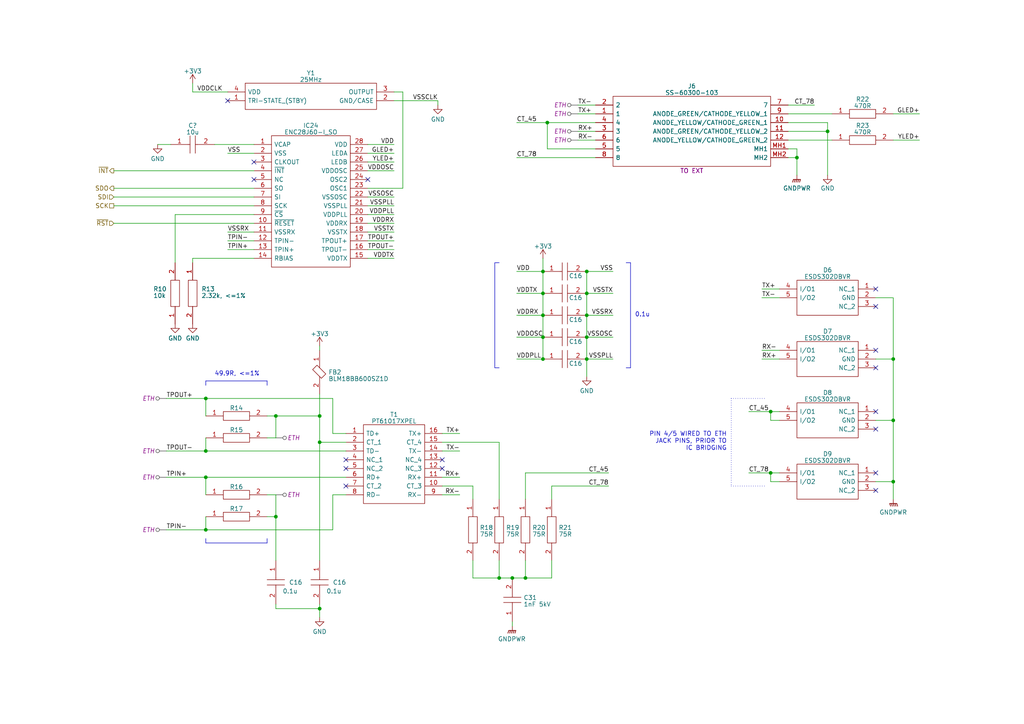
<source format=kicad_sch>
(kicad_sch (version 20230121) (generator eeschema)

  (uuid a82e62ba-4a0d-4b32-b763-23592cc5e57e)

  (paper "A4")

  (title_block
    (title "Oro Link")
    (date "2023-03-22")
    (rev "3")
    (company "Oro Operating System")
    (comment 1 "://oro.sh")
    (comment 2 "Joshua Lee Junon")
  )

  (lib_symbols
    (symbol "Oro:FerriteBead" (pin_names (offset 0.762)) (in_bom yes) (on_board yes)
      (property "Reference" "FB" (at 6.096 -3.302 0)
        (effects (font (size 1.27 1.27)))
      )
      (property "Value" "FERRITE BEAD" (at 6.096 -4.064 0)
        (effects (font (size 1.27 1.27)) (justify top))
      )
      (property "Footprint" "" (at 2.54 -16.51 0)
        (effects (font (size 1.27 1.27)) (justify left) hide)
      )
      (property "Datasheet" "" (at 0 -16.51 0)
        (effects (font (size 1.27 1.27)) (justify left) hide)
      )
      (property "Height" "" (at -5.08 -16.51 0)
        (effects (font (size 1.27 1.27)) (justify left) hide)
      )
      (property "Description" "" (at -2.54 -16.51 0)
        (effects (font (size 1.27 1.27)) (justify left) hide)
      )
      (property "Manufacturer_Name" "" (at -7.62 -16.51 0)
        (effects (font (size 1.27 1.27)) (justify left) hide)
      )
      (property "Manufacturer_Part_Number" "" (at -10.16 -16.51 0)
        (effects (font (size 1.27 1.27)) (justify left) hide)
      )
      (property "Mouser Part Number" "" (at -12.7 -16.51 0)
        (effects (font (size 1.27 1.27)) (justify left) hide)
      )
      (property "Mouser Price/Stock" "" (at -15.24 -16.51 0)
        (effects (font (size 1.27 1.27)) (justify left) hide)
      )
      (property "Arrow Part Number" "" (at -17.78 -16.51 0)
        (effects (font (size 1.27 1.27)) (justify left) hide)
      )
      (property "Arrow Price/Stock" "" (at -20.32 -16.51 0)
        (effects (font (size 1.27 1.27)) (justify left) hide)
      )
      (symbol "FerriteBead_0_0"
        (pin passive line (at 0 0 0) (length 5.08)
          (name "1" (effects (font (size 0 0))))
          (number "1" (effects (font (size 1.27 1.27))))
        )
        (pin passive line (at 12.7 0 180) (length 5.08)
          (name "2" (effects (font (size 0 0))))
          (number "2" (effects (font (size 1.27 1.27))))
        )
      )
      (symbol "FerriteBead_0_1"
        (polyline
          (pts
            (xy 4.318 -0.762)
            (xy 6.858 1.778)
            (xy 8.128 0.508)
            (xy 5.588 -2.032)
            (xy 4.318 -0.762)
          )
          (stroke (width 0.1524) (type solid))
          (fill (type none))
        )
      )
    )
    (symbol "SamacSys_Parts:01016D104KAT2A" (pin_names (offset 0.762)) (in_bom yes) (on_board yes)
      (property "Reference" "C" (at 8.89 6.35 0)
        (effects (font (size 1.27 1.27)) (justify left))
      )
      (property "Value" "01016D104KAT2A" (at 8.89 3.81 0)
        (effects (font (size 1.27 1.27)) (justify left))
      )
      (property "Footprint" "CAPC0402X22N" (at 8.89 1.27 0)
        (effects (font (size 1.27 1.27)) (justify left) hide)
      )
      (property "Datasheet" "https://altium.componentsearchengine.com/Datasheets/1/01016D104KAT2A.pdf" (at 8.89 -1.27 0)
        (effects (font (size 1.27 1.27)) (justify left) hide)
      )
      (property "Description" "Multilayer Ceramic Capacitors MLCC - SMD/SMT 6.3V .1uF X5R 0101 10%" (at 8.89 -3.81 0)
        (effects (font (size 1.27 1.27)) (justify left) hide)
      )
      (property "Height" "0.22" (at 8.89 -6.35 0)
        (effects (font (size 1.27 1.27)) (justify left) hide)
      )
      (property "Manufacturer_Name" "AVX" (at 8.89 -8.89 0)
        (effects (font (size 1.27 1.27)) (justify left) hide)
      )
      (property "Manufacturer_Part_Number" "01016D104KAT2A" (at 8.89 -11.43 0)
        (effects (font (size 1.27 1.27)) (justify left) hide)
      )
      (property "Mouser Part Number" "581-01016D104KAT2A" (at 8.89 -13.97 0)
        (effects (font (size 1.27 1.27)) (justify left) hide)
      )
      (property "Mouser Price/Stock" "https://www.mouser.com/Search/Refine.aspx?Keyword=581-01016D104KAT2A" (at 8.89 -16.51 0)
        (effects (font (size 1.27 1.27)) (justify left) hide)
      )
      (property "Arrow Part Number" "01016D104KAT2A" (at 8.89 -19.05 0)
        (effects (font (size 1.27 1.27)) (justify left) hide)
      )
      (property "Arrow Price/Stock" "https://www.arrow.com/en/products/01016d104kat2a/avx" (at 8.89 -21.59 0)
        (effects (font (size 1.27 1.27)) (justify left) hide)
      )
      (property "ki_description" "Multilayer Ceramic Capacitors MLCC - SMD/SMT 6.3V .1uF X5R 0101 10%" (at 0 0 0)
        (effects (font (size 1.27 1.27)) hide)
      )
      (symbol "01016D104KAT2A_0_0"
        (pin passive line (at 0 0 0) (length 5.08)
          (name "~" (effects (font (size 1.27 1.27))))
          (number "1" (effects (font (size 1.27 1.27))))
        )
        (pin passive line (at 12.7 0 180) (length 5.08)
          (name "~" (effects (font (size 1.27 1.27))))
          (number "2" (effects (font (size 1.27 1.27))))
        )
      )
      (symbol "01016D104KAT2A_0_1"
        (polyline
          (pts
            (xy 5.08 0)
            (xy 5.588 0)
          )
          (stroke (width 0.1524) (type solid))
          (fill (type none))
        )
        (polyline
          (pts
            (xy 5.588 2.54)
            (xy 5.588 -2.54)
          )
          (stroke (width 0.1524) (type solid))
          (fill (type none))
        )
        (polyline
          (pts
            (xy 7.112 0)
            (xy 7.62 0)
          )
          (stroke (width 0.1524) (type solid))
          (fill (type none))
        )
        (polyline
          (pts
            (xy 7.112 2.54)
            (xy 7.112 -2.54)
          )
          (stroke (width 0.1524) (type solid))
          (fill (type none))
        )
      )
    )
    (symbol "SamacSys_Parts:AC0805FR-07470RL" (pin_names (offset 0.762)) (in_bom yes) (on_board yes)
      (property "Reference" "R" (at 13.97 6.35 0)
        (effects (font (size 1.27 1.27)) (justify left))
      )
      (property "Value" "AC0805FR-07470RL" (at 13.97 3.81 0)
        (effects (font (size 1.27 1.27)) (justify left))
      )
      (property "Footprint" "RESC2012X60N" (at 13.97 1.27 0)
        (effects (font (size 1.27 1.27)) (justify left) hide)
      )
      (property "Datasheet" "https://4donline.ihs.com/images/VipMasterIC/IC/YAGO/YAGO-S-A0012183261/YAGO-S-A0012183261-1.pdf?hkey=EF798316E3902B6ED9A73243A3159BB0" (at 13.97 -1.27 0)
        (effects (font (size 1.27 1.27)) (justify left) hide)
      )
      (property "Description" "470 Ohms +/-1% 0.125W, 1/8W Chip Resistor 0805 (2012 Metric) Automotive AEC-Q200, Moisture Resistant Thick Film" (at 13.97 -3.81 0)
        (effects (font (size 1.27 1.27)) (justify left) hide)
      )
      (property "Height" "0.6" (at 13.97 -6.35 0)
        (effects (font (size 1.27 1.27)) (justify left) hide)
      )
      (property "Manufacturer_Name" "YAGEO" (at 13.97 -8.89 0)
        (effects (font (size 1.27 1.27)) (justify left) hide)
      )
      (property "Manufacturer_Part_Number" "AC0805FR-07470RL" (at 13.97 -11.43 0)
        (effects (font (size 1.27 1.27)) (justify left) hide)
      )
      (property "Mouser Part Number" "" (at 13.97 -13.97 0)
        (effects (font (size 1.27 1.27)) (justify left) hide)
      )
      (property "Mouser Price/Stock" "" (at 13.97 -16.51 0)
        (effects (font (size 1.27 1.27)) (justify left) hide)
      )
      (property "Arrow Part Number" "" (at 13.97 -19.05 0)
        (effects (font (size 1.27 1.27)) (justify left) hide)
      )
      (property "Arrow Price/Stock" "" (at 13.97 -21.59 0)
        (effects (font (size 1.27 1.27)) (justify left) hide)
      )
      (property "ki_description" "470 Ohms +/-1% 0.125W, 1/8W Chip Resistor 0805 (2012 Metric) Automotive AEC-Q200, Moisture Resistant Thick Film" (at 0 0 0)
        (effects (font (size 1.27 1.27)) hide)
      )
      (symbol "AC0805FR-07470RL_0_0"
        (pin passive line (at 0 0 0) (length 5.08)
          (name "~" (effects (font (size 1.27 1.27))))
          (number "1" (effects (font (size 1.27 1.27))))
        )
        (pin passive line (at 17.78 0 180) (length 5.08)
          (name "~" (effects (font (size 1.27 1.27))))
          (number "2" (effects (font (size 1.27 1.27))))
        )
      )
      (symbol "AC0805FR-07470RL_0_1"
        (polyline
          (pts
            (xy 5.08 1.27)
            (xy 12.7 1.27)
            (xy 12.7 -1.27)
            (xy 5.08 -1.27)
            (xy 5.08 1.27)
          )
          (stroke (width 0.1524) (type solid))
          (fill (type none))
        )
      )
    )
    (symbol "SamacSys_Parts:ASE-25.000MHZ-LC-T" (pin_names (offset 0.762)) (in_bom yes) (on_board yes)
      (property "Reference" "Y" (at 44.45 7.62 0)
        (effects (font (size 1.27 1.27)) (justify left))
      )
      (property "Value" "ASE-25.000MHZ-LC-T" (at 44.45 5.08 0)
        (effects (font (size 1.27 1.27)) (justify left))
      )
      (property "Footprint" "ASE24576MHZLCT" (at 44.45 2.54 0)
        (effects (font (size 1.27 1.27)) (justify left) hide)
      )
      (property "Datasheet" "https://abracon.com/Oscillators/ASEseries.pdf" (at 44.45 0 0)
        (effects (font (size 1.27 1.27)) (justify left) hide)
      )
      (property "Description" "ASE-25.000MHZ-LC-T Crystal Oscillator, 25 MHz, +/-50ppm CMOS 15pF, 4-Pin SMD, 3.2 x 2.5 x 1.2mm" (at 44.45 -2.54 0)
        (effects (font (size 1.27 1.27)) (justify left) hide)
      )
      (property "Height" "1" (at 44.45 -5.08 0)
        (effects (font (size 1.27 1.27)) (justify left) hide)
      )
      (property "Manufacturer_Name" "ABRACON" (at 44.45 -7.62 0)
        (effects (font (size 1.27 1.27)) (justify left) hide)
      )
      (property "Manufacturer_Part_Number" "ASE-25.000MHZ-LC-T" (at 44.45 -10.16 0)
        (effects (font (size 1.27 1.27)) (justify left) hide)
      )
      (property "Mouser Part Number" "815-ASE25.000MHZLCT" (at 44.45 -12.7 0)
        (effects (font (size 1.27 1.27)) (justify left) hide)
      )
      (property "Mouser Price/Stock" "https://www.mouser.co.uk/ProductDetail/ABRACON/ASE-25.000MHZ-LC-T?qs=ShQ8XZQtgRuW6p4KtHOZPQ%3D%3D" (at 44.45 -15.24 0)
        (effects (font (size 1.27 1.27)) (justify left) hide)
      )
      (property "Arrow Part Number" "ASE-25.000MHZ-LC-T" (at 44.45 -17.78 0)
        (effects (font (size 1.27 1.27)) (justify left) hide)
      )
      (property "Arrow Price/Stock" "https://www.arrow.com/en/products/ase-25.000mhz-lc-t/abracon" (at 44.45 -20.32 0)
        (effects (font (size 1.27 1.27)) (justify left) hide)
      )
      (property "ki_description" "ASE-25.000MHZ-LC-T Crystal Oscillator, 25 MHz, +/-50ppm CMOS 15pF, 4-Pin SMD, 3.2 x 2.5 x 1.2mm" (at 0 0 0)
        (effects (font (size 1.27 1.27)) hide)
      )
      (symbol "ASE-25.000MHZ-LC-T_0_0"
        (pin passive line (at 0 -2.54 0) (length 5.08)
          (name "TRI-STATE_(STBY)" (effects (font (size 1.27 1.27))))
          (number "1" (effects (font (size 1.27 1.27))))
        )
        (pin passive line (at 48.26 -2.54 180) (length 5.08)
          (name "GND/CASE" (effects (font (size 1.27 1.27))))
          (number "2" (effects (font (size 1.27 1.27))))
        )
        (pin passive line (at 48.26 0 180) (length 5.08)
          (name "OUTPUT" (effects (font (size 1.27 1.27))))
          (number "3" (effects (font (size 1.27 1.27))))
        )
        (pin passive line (at 0 0 0) (length 5.08)
          (name "VDD" (effects (font (size 1.27 1.27))))
          (number "4" (effects (font (size 1.27 1.27))))
        )
      )
      (symbol "ASE-25.000MHZ-LC-T_0_1"
        (polyline
          (pts
            (xy 5.08 2.54)
            (xy 43.18 2.54)
            (xy 43.18 -5.08)
            (xy 5.08 -5.08)
            (xy 5.08 2.54)
          )
          (stroke (width 0.1524) (type solid))
          (fill (type none))
        )
      )
    )
    (symbol "SamacSys_Parts:ENC28J60-I_SO" (pin_names (offset 0.762)) (in_bom yes) (on_board yes)
      (property "Reference" "IC4" (at 16.51 5.4991 0)
        (effects (font (size 1.27 1.27)))
      )
      (property "Value" "ENC28J60-I_SO" (at 16.51 3.5781 0)
        (effects (font (size 1.27 1.27)))
      )
      (property "Footprint" "SOIC127P1030X265-28N" (at 29.21 2.54 0)
        (effects (font (size 1.27 1.27)) (justify left) hide)
      )
      (property "Datasheet" "http://ww1.microchip.com/downloads/en/DeviceDoc/39662e.pdf" (at 29.21 0 0)
        (effects (font (size 1.27 1.27)) (justify left) hide)
      )
      (property "Height" "2.65" (at 29.21 -5.08 0)
        (effects (font (size 1.27 1.27)) (justify left) hide)
      )
      (property "Description" "Ethernet Controller, 8 KB RAM, MAC&PHY" (at 29.21 -2.54 0)
        (effects (font (size 1.27 1.27)) (justify left) hide)
      )
      (property "Manufacturer_Name" "Microchip" (at 29.21 -7.62 0)
        (effects (font (size 1.27 1.27)) (justify left) hide)
      )
      (property "Manufacturer_Part_Number" "ENC28J60-I/SO" (at 29.21 -10.16 0)
        (effects (font (size 1.27 1.27)) (justify left) hide)
      )
      (property "Mouser Part Number" "579-ENC28J60-I/SO" (at 29.21 -12.7 0)
        (effects (font (size 1.27 1.27)) (justify left) hide)
      )
      (property "Mouser Price/Stock" "https://www.mouser.co.uk/ProductDetail/Microchip-Technology-Atmel/ENC28J60-I-SO?qs=8nGS%2FuaWW3uX0KPZZN505g%3D%3D" (at 29.21 -15.24 0)
        (effects (font (size 1.27 1.27)) (justify left) hide)
      )
      (property "Arrow Part Number" "ENC28J60-I/SO" (at 29.21 -17.78 0)
        (effects (font (size 1.27 1.27)) (justify left) hide)
      )
      (property "Arrow Price/Stock" "https://www.arrow.com/en/products/enc28j60-iso/microchip-technology?region=nac" (at 29.21 -20.32 0)
        (effects (font (size 1.27 1.27)) (justify left) hide)
      )
      (property "ki_description" "Ethernet Controller, 8 KB RAM, MAC&PHY" (at 0 0 0)
        (effects (font (size 1.27 1.27)) hide)
      )
      (symbol "ENC28J60-I_SO_0_0"
        (pin passive line (at 0 0 0) (length 5.08)
          (name "VCAP" (effects (font (size 1.27 1.27))))
          (number "1" (effects (font (size 1.27 1.27))))
        )
        (pin passive line (at 0 -22.86 0) (length 5.08)
          (name "~{RESET}" (effects (font (size 1.27 1.27))))
          (number "10" (effects (font (size 1.27 1.27))))
        )
        (pin passive line (at 0 -25.4 0) (length 5.08)
          (name "VSSRX" (effects (font (size 1.27 1.27))))
          (number "11" (effects (font (size 1.27 1.27))))
        )
        (pin passive line (at 0 -27.94 0) (length 5.08)
          (name "TPIN-" (effects (font (size 1.27 1.27))))
          (number "12" (effects (font (size 1.27 1.27))))
        )
        (pin passive line (at 0 -30.48 0) (length 5.08)
          (name "TPIN+" (effects (font (size 1.27 1.27))))
          (number "13" (effects (font (size 1.27 1.27))))
        )
        (pin passive line (at 0 -33.02 0) (length 5.08)
          (name "RBIAS" (effects (font (size 1.27 1.27))))
          (number "14" (effects (font (size 1.27 1.27))))
        )
        (pin passive line (at 33.02 -33.02 180) (length 5.08)
          (name "VDDTX" (effects (font (size 1.27 1.27))))
          (number "15" (effects (font (size 1.27 1.27))))
        )
        (pin passive line (at 33.02 -30.48 180) (length 5.08)
          (name "TPOUT-" (effects (font (size 1.27 1.27))))
          (number "16" (effects (font (size 1.27 1.27))))
        )
        (pin passive line (at 33.02 -27.94 180) (length 5.08)
          (name "TPOUT+" (effects (font (size 1.27 1.27))))
          (number "17" (effects (font (size 1.27 1.27))))
        )
        (pin passive line (at 33.02 -25.4 180) (length 5.08)
          (name "VSSTX" (effects (font (size 1.27 1.27))))
          (number "18" (effects (font (size 1.27 1.27))))
        )
        (pin passive line (at 33.02 -22.86 180) (length 5.08)
          (name "VDDRX" (effects (font (size 1.27 1.27))))
          (number "19" (effects (font (size 1.27 1.27))))
        )
        (pin passive line (at 0 -2.54 0) (length 5.08)
          (name "VSS" (effects (font (size 1.27 1.27))))
          (number "2" (effects (font (size 1.27 1.27))))
        )
        (pin passive line (at 33.02 -20.32 180) (length 5.08)
          (name "VDDPLL" (effects (font (size 1.27 1.27))))
          (number "20" (effects (font (size 1.27 1.27))))
        )
        (pin passive line (at 33.02 -17.78 180) (length 5.08)
          (name "VSSPLL" (effects (font (size 1.27 1.27))))
          (number "21" (effects (font (size 1.27 1.27))))
        )
        (pin passive line (at 33.02 -15.24 180) (length 5.08)
          (name "VSSOSC" (effects (font (size 1.27 1.27))))
          (number "22" (effects (font (size 1.27 1.27))))
        )
        (pin passive line (at 33.02 -12.7 180) (length 5.08)
          (name "OSC1" (effects (font (size 1.27 1.27))))
          (number "23" (effects (font (size 1.27 1.27))))
        )
        (pin passive line (at 33.02 -10.16 180) (length 5.08)
          (name "OSC2" (effects (font (size 1.27 1.27))))
          (number "24" (effects (font (size 1.27 1.27))))
        )
        (pin passive line (at 33.02 -7.62 180) (length 5.08)
          (name "VDDOSC" (effects (font (size 1.27 1.27))))
          (number "25" (effects (font (size 1.27 1.27))))
        )
        (pin passive line (at 33.02 -5.08 180) (length 5.08)
          (name "LEDB" (effects (font (size 1.27 1.27))))
          (number "26" (effects (font (size 1.27 1.27))))
        )
        (pin passive line (at 33.02 -2.54 180) (length 5.08)
          (name "LEDA" (effects (font (size 1.27 1.27))))
          (number "27" (effects (font (size 1.27 1.27))))
        )
        (pin passive line (at 33.02 0 180) (length 5.08)
          (name "VDD" (effects (font (size 1.27 1.27))))
          (number "28" (effects (font (size 1.27 1.27))))
        )
        (pin passive line (at 0 -5.08 0) (length 5.08)
          (name "CLKOUT" (effects (font (size 1.27 1.27))))
          (number "3" (effects (font (size 1.27 1.27))))
        )
        (pin passive line (at 0 -7.62 0) (length 5.08)
          (name "~{INT}" (effects (font (size 1.27 1.27))))
          (number "4" (effects (font (size 1.27 1.27))))
        )
        (pin unspecified line (at 0 -10.16 0) (length 5.08)
          (name "NC" (effects (font (size 1.27 1.27))))
          (number "5" (effects (font (size 1.27 1.27))))
        )
        (pin passive line (at 0 -12.7 0) (length 5.08)
          (name "SO" (effects (font (size 1.27 1.27))))
          (number "6" (effects (font (size 1.27 1.27))))
        )
        (pin passive line (at 0 -15.24 0) (length 5.08)
          (name "SI" (effects (font (size 1.27 1.27))))
          (number "7" (effects (font (size 1.27 1.27))))
        )
        (pin passive line (at 0 -17.78 0) (length 5.08)
          (name "SCK" (effects (font (size 1.27 1.27))))
          (number "8" (effects (font (size 1.27 1.27))))
        )
        (pin passive line (at 0 -20.32 0) (length 5.08)
          (name "~{CS}" (effects (font (size 1.27 1.27))))
          (number "9" (effects (font (size 1.27 1.27))))
        )
      )
      (symbol "ENC28J60-I_SO_0_1"
        (polyline
          (pts
            (xy 5.08 2.54)
            (xy 27.94 2.54)
            (xy 27.94 -35.56)
            (xy 5.08 -35.56)
            (xy 5.08 2.54)
          )
          (stroke (width 0.1524) (type solid))
          (fill (type none))
        )
      )
    )
    (symbol "SamacSys_Parts:ERJ-P06F2321V" (pin_names (offset 0.762)) (in_bom yes) (on_board yes)
      (property "Reference" "R" (at 13.97 6.35 0)
        (effects (font (size 1.27 1.27)) (justify left))
      )
      (property "Value" "ERJ-P06F2321V" (at 13.97 3.81 0)
        (effects (font (size 1.27 1.27)) (justify left))
      )
      (property "Footprint" "ERJP06_(0805)" (at 13.97 1.27 0)
        (effects (font (size 1.27 1.27)) (justify left) hide)
      )
      (property "Datasheet" "https://industrial.panasonic.com/cdbs/www-data/pdf/RDO0000/AOA0000C331.pdf" (at 13.97 -1.27 0)
        (effects (font (size 1.27 1.27)) (justify left) hide)
      )
      (property "Description" "Thick Film Resistors - SMD 0805 2.32Kohms 0.5W 1% AEC-Q200" (at 13.97 -3.81 0)
        (effects (font (size 1.27 1.27)) (justify left) hide)
      )
      (property "Height" "0.7" (at 13.97 -6.35 0)
        (effects (font (size 1.27 1.27)) (justify left) hide)
      )
      (property "Manufacturer_Name" "Panasonic" (at 13.97 -8.89 0)
        (effects (font (size 1.27 1.27)) (justify left) hide)
      )
      (property "Manufacturer_Part_Number" "ERJ-P06F2321V" (at 13.97 -11.43 0)
        (effects (font (size 1.27 1.27)) (justify left) hide)
      )
      (property "Mouser Part Number" "667-ERJ-P06F2321V" (at 13.97 -13.97 0)
        (effects (font (size 1.27 1.27)) (justify left) hide)
      )
      (property "Mouser Price/Stock" "https://www.mouser.com/Search/Refine.aspx?Keyword=667-ERJ-P06F2321V" (at 13.97 -16.51 0)
        (effects (font (size 1.27 1.27)) (justify left) hide)
      )
      (property "Arrow Part Number" "" (at 13.97 -19.05 0)
        (effects (font (size 1.27 1.27)) (justify left) hide)
      )
      (property "Arrow Price/Stock" "" (at 13.97 -21.59 0)
        (effects (font (size 1.27 1.27)) (justify left) hide)
      )
      (property "ki_description" "Thick Film Resistors - SMD 0805 2.32Kohms 0.5W 1% AEC-Q200" (at 0 0 0)
        (effects (font (size 1.27 1.27)) hide)
      )
      (symbol "ERJ-P06F2321V_0_0"
        (pin passive line (at 0 0 0) (length 5.08)
          (name "~" (effects (font (size 1.27 1.27))))
          (number "1" (effects (font (size 1.27 1.27))))
        )
        (pin passive line (at 17.78 0 180) (length 5.08)
          (name "~" (effects (font (size 1.27 1.27))))
          (number "2" (effects (font (size 1.27 1.27))))
        )
      )
      (symbol "ERJ-P06F2321V_0_1"
        (polyline
          (pts
            (xy 5.08 1.27)
            (xy 12.7 1.27)
            (xy 12.7 -1.27)
            (xy 5.08 -1.27)
            (xy 5.08 1.27)
          )
          (stroke (width 0.1524) (type solid))
          (fill (type none))
        )
      )
    )
    (symbol "SamacSys_Parts:ESDS302DBVR" (pin_names (offset 0.762)) (in_bom yes) (on_board yes)
      (property "Reference" "D" (at 24.13 7.62 0)
        (effects (font (size 1.27 1.27)) (justify left))
      )
      (property "Value" "ESDS302DBVR" (at 24.13 5.08 0)
        (effects (font (size 1.27 1.27)) (justify left))
      )
      (property "Footprint" "SOT95P280X145-5N" (at 24.13 2.54 0)
        (effects (font (size 1.27 1.27)) (justify left) hide)
      )
      (property "Datasheet" "http://www.ti.com/lit/gpn/esds302" (at 24.13 0 0)
        (effects (font (size 1.27 1.27)) (justify left) hide)
      )
      (property "Description" "3.6V Data-Line Surge and 30kV ESD Protection Diode Array" (at 24.13 -2.54 0)
        (effects (font (size 1.27 1.27)) (justify left) hide)
      )
      (property "Height" "1.45" (at 24.13 -5.08 0)
        (effects (font (size 1.27 1.27)) (justify left) hide)
      )
      (property "Manufacturer_Name" "Texas Instruments" (at 24.13 -7.62 0)
        (effects (font (size 1.27 1.27)) (justify left) hide)
      )
      (property "Manufacturer_Part_Number" "ESDS302DBVR" (at 24.13 -10.16 0)
        (effects (font (size 1.27 1.27)) (justify left) hide)
      )
      (property "Mouser Part Number" "595-ESDS302DBVR" (at 24.13 -12.7 0)
        (effects (font (size 1.27 1.27)) (justify left) hide)
      )
      (property "Mouser Price/Stock" "https://www.mouser.co.uk/ProductDetail/Texas-Instruments/ESDS302DBVR?qs=qSfuJ%252Bfl%2Fd4NxvvS2bbWLw%3D%3D" (at 24.13 -15.24 0)
        (effects (font (size 1.27 1.27)) (justify left) hide)
      )
      (property "Arrow Part Number" "ESDS302DBVR" (at 24.13 -17.78 0)
        (effects (font (size 1.27 1.27)) (justify left) hide)
      )
      (property "Arrow Price/Stock" "https://www.arrow.com/en/products/esds302dbvr/texas-instruments" (at 24.13 -20.32 0)
        (effects (font (size 1.27 1.27)) (justify left) hide)
      )
      (property "ki_description" "3.6V Data-Line Surge and 30kV ESD Protection Diode Array" (at 0 0 0)
        (effects (font (size 1.27 1.27)) hide)
      )
      (symbol "ESDS302DBVR_0_0"
        (pin passive line (at 0 0 0) (length 5.08)
          (name "NC_1" (effects (font (size 1.27 1.27))))
          (number "1" (effects (font (size 1.27 1.27))))
        )
        (pin passive line (at 0 -2.54 0) (length 5.08)
          (name "GND" (effects (font (size 1.27 1.27))))
          (number "2" (effects (font (size 1.27 1.27))))
        )
        (pin passive line (at 0 -5.08 0) (length 5.08)
          (name "NC_2" (effects (font (size 1.27 1.27))))
          (number "3" (effects (font (size 1.27 1.27))))
        )
        (pin passive line (at 27.94 0 180) (length 5.08)
          (name "I/O1" (effects (font (size 1.27 1.27))))
          (number "4" (effects (font (size 1.27 1.27))))
        )
        (pin passive line (at 27.94 -2.54 180) (length 5.08)
          (name "I/O2" (effects (font (size 1.27 1.27))))
          (number "5" (effects (font (size 1.27 1.27))))
        )
      )
      (symbol "ESDS302DBVR_0_1"
        (polyline
          (pts
            (xy 5.08 2.54)
            (xy 22.86 2.54)
            (xy 22.86 -7.62)
            (xy 5.08 -7.62)
            (xy 5.08 2.54)
          )
          (stroke (width 0.1524) (type solid))
          (fill (type none))
        )
      )
    )
    (symbol "SamacSys_Parts:HV2225Y102KXMATHV" (pin_names (offset 0.762)) (in_bom yes) (on_board yes)
      (property "Reference" "C" (at 8.89 6.35 0)
        (effects (font (size 1.27 1.27)) (justify left))
      )
      (property "Value" "HV2225Y102KXMATHV" (at 8.89 3.81 0)
        (effects (font (size 1.27 1.27)) (justify left))
      )
      (property "Footprint" "CAPC5664X270N" (at 8.89 1.27 0)
        (effects (font (size 1.27 1.27)) (justify left) hide)
      )
      (property "Datasheet" "https://componentsearchengine.com/Datasheets/1/HV2225Y102KXMATHV.pdf" (at 8.89 -1.27 0)
        (effects (font (size 1.27 1.27)) (justify left) hide)
      )
      (property "Description" "Multilayer Ceramic Capacitors MLCC - SMD/SMT 1.0nF 5000volts 10% X7R High Voltage" (at 8.89 -3.81 0)
        (effects (font (size 1.27 1.27)) (justify left) hide)
      )
      (property "Height" "2.7" (at 8.89 -6.35 0)
        (effects (font (size 1.27 1.27)) (justify left) hide)
      )
      (property "Manufacturer_Name" "Vishay" (at 8.89 -8.89 0)
        (effects (font (size 1.27 1.27)) (justify left) hide)
      )
      (property "Manufacturer_Part_Number" "HV2225Y102KXMATHV" (at 8.89 -11.43 0)
        (effects (font (size 1.27 1.27)) (justify left) hide)
      )
      (property "Mouser Part Number" "77-HV2225Y102KXMATHV" (at 8.89 -13.97 0)
        (effects (font (size 1.27 1.27)) (justify left) hide)
      )
      (property "Mouser Price/Stock" "https://www.mouser.com/Search/Refine.aspx?Keyword=77-HV2225Y102KXMATHV" (at 8.89 -16.51 0)
        (effects (font (size 1.27 1.27)) (justify left) hide)
      )
      (property "Arrow Part Number" "" (at 8.89 -19.05 0)
        (effects (font (size 1.27 1.27)) (justify left) hide)
      )
      (property "Arrow Price/Stock" "" (at 8.89 -21.59 0)
        (effects (font (size 1.27 1.27)) (justify left) hide)
      )
      (property "ki_description" "Multilayer Ceramic Capacitors MLCC - SMD/SMT 1.0nF 5000volts 10% X7R High Voltage" (at 0 0 0)
        (effects (font (size 1.27 1.27)) hide)
      )
      (symbol "HV2225Y102KXMATHV_0_0"
        (pin passive line (at 0 0 0) (length 5.08)
          (name "~" (effects (font (size 1.27 1.27))))
          (number "1" (effects (font (size 1.27 1.27))))
        )
        (pin passive line (at 12.7 0 180) (length 5.08)
          (name "~" (effects (font (size 1.27 1.27))))
          (number "2" (effects (font (size 1.27 1.27))))
        )
      )
      (symbol "HV2225Y102KXMATHV_0_1"
        (polyline
          (pts
            (xy 5.08 0)
            (xy 5.588 0)
          )
          (stroke (width 0.1524) (type solid))
          (fill (type none))
        )
        (polyline
          (pts
            (xy 5.588 2.54)
            (xy 5.588 -2.54)
          )
          (stroke (width 0.1524) (type solid))
          (fill (type none))
        )
        (polyline
          (pts
            (xy 7.112 0)
            (xy 7.62 0)
          )
          (stroke (width 0.1524) (type solid))
          (fill (type none))
        )
        (polyline
          (pts
            (xy 7.112 2.54)
            (xy 7.112 -2.54)
          )
          (stroke (width 0.1524) (type solid))
          (fill (type none))
        )
      )
    )
    (symbol "SamacSys_Parts:LMK212ABJ106KG8T" (pin_names (offset 0.762)) (in_bom yes) (on_board yes)
      (property "Reference" "C" (at 8.89 6.35 0)
        (effects (font (size 1.27 1.27)) (justify left))
      )
      (property "Value" "LMK212ABJ106KG8T" (at 8.89 3.81 0)
        (effects (font (size 1.27 1.27)) (justify left))
      )
      (property "Footprint" "CAPC2012X135N" (at 8.89 1.27 0)
        (effects (font (size 1.27 1.27)) (justify left) hide)
      )
      (property "Datasheet" "https://www.mouser.mx/datasheet/2/396/mlcc06_hq_AUTO_e-1901145.pdf" (at 8.89 -1.27 0)
        (effects (font (size 1.27 1.27)) (justify left) hide)
      )
      (property "Description" "Multilayer Ceramic Capacitors MLCC - SMD/SMT 0805 10VDC 10uF 10% X5R" (at 8.89 -3.81 0)
        (effects (font (size 1.27 1.27)) (justify left) hide)
      )
      (property "Height" "1.35" (at 8.89 -6.35 0)
        (effects (font (size 1.27 1.27)) (justify left) hide)
      )
      (property "Manufacturer_Name" "TAIYO YUDEN" (at 8.89 -8.89 0)
        (effects (font (size 1.27 1.27)) (justify left) hide)
      )
      (property "Manufacturer_Part_Number" "LMK212ABJ106KG8T" (at 8.89 -11.43 0)
        (effects (font (size 1.27 1.27)) (justify left) hide)
      )
      (property "Mouser Part Number" "963-LMK212ABJ106KG8T" (at 8.89 -13.97 0)
        (effects (font (size 1.27 1.27)) (justify left) hide)
      )
      (property "Mouser Price/Stock" "https://www.mouser.co.uk/ProductDetail/Taiyo-Yuden/LMK212ABJ106KG8T?qs=DPoM0jnrROXr%252BNWMCZEUdQ%3D%3D" (at 8.89 -16.51 0)
        (effects (font (size 1.27 1.27)) (justify left) hide)
      )
      (property "Arrow Part Number" "" (at 8.89 -19.05 0)
        (effects (font (size 1.27 1.27)) (justify left) hide)
      )
      (property "Arrow Price/Stock" "" (at 8.89 -21.59 0)
        (effects (font (size 1.27 1.27)) (justify left) hide)
      )
      (property "Mouser Testing Part Number" "" (at 8.89 -24.13 0)
        (effects (font (size 1.27 1.27)) (justify left) hide)
      )
      (property "Mouser Testing Price/Stock" "" (at 8.89 -26.67 0)
        (effects (font (size 1.27 1.27)) (justify left) hide)
      )
      (property "ki_description" "Multilayer Ceramic Capacitors MLCC - SMD/SMT 0805 10VDC 10uF 10% X5R" (at 0 0 0)
        (effects (font (size 1.27 1.27)) hide)
      )
      (symbol "LMK212ABJ106KG8T_0_0"
        (pin passive line (at 0 0 0) (length 5.08)
          (name "~" (effects (font (size 1.27 1.27))))
          (number "1" (effects (font (size 1.27 1.27))))
        )
        (pin passive line (at 12.7 0 180) (length 5.08)
          (name "~" (effects (font (size 1.27 1.27))))
          (number "2" (effects (font (size 1.27 1.27))))
        )
      )
      (symbol "LMK212ABJ106KG8T_0_1"
        (polyline
          (pts
            (xy 5.08 0)
            (xy 5.588 0)
          )
          (stroke (width 0.1524) (type default))
          (fill (type none))
        )
        (polyline
          (pts
            (xy 5.588 2.54)
            (xy 5.588 -2.54)
          )
          (stroke (width 0.1524) (type default))
          (fill (type none))
        )
        (polyline
          (pts
            (xy 7.112 0)
            (xy 7.62 0)
          )
          (stroke (width 0.1524) (type default))
          (fill (type none))
        )
        (polyline
          (pts
            (xy 7.112 2.54)
            (xy 7.112 -2.54)
          )
          (stroke (width 0.1524) (type default))
          (fill (type none))
        )
      )
    )
    (symbol "SamacSys_Parts:PT61017XPEL" (pin_names (offset 0.762)) (in_bom yes) (on_board yes)
      (property "Reference" "T" (at 24.13 7.62 0)
        (effects (font (size 1.27 1.27)) (justify left))
      )
      (property "Value" "PT61017XPEL" (at 24.13 5.08 0)
        (effects (font (size 1.27 1.27)) (justify left))
      )
      (property "Footprint" "SOIC127P930X570-16N" (at 24.13 2.54 0)
        (effects (font (size 1.27 1.27)) (justify left) hide)
      )
      (property "Datasheet" "https://www.bourns.com/docs/Product-Datasheets/pt61017xpel.pdf?sfvrsn=2" (at 24.13 0 0)
        (effects (font (size 1.27 1.27)) (justify left) hide)
      )
      (property "Description" "Telecom Transformer 1CT:1CT 0.6Ohm Prim. DCR 1.1Ohm -1.15dB Surface Mount - Tape and Reel PT61017XPEL LAN 10/100 Base-Tx" (at 24.13 -2.54 0)
        (effects (font (size 1.27 1.27)) (justify left) hide)
      )
      (property "Height" "5.7" (at 24.13 -5.08 0)
        (effects (font (size 1.27 1.27)) (justify left) hide)
      )
      (property "Manufacturer_Name" "Bourns" (at 24.13 -7.62 0)
        (effects (font (size 1.27 1.27)) (justify left) hide)
      )
      (property "Manufacturer_Part_Number" "PT61017XPEL" (at 24.13 -10.16 0)
        (effects (font (size 1.27 1.27)) (justify left) hide)
      )
      (property "Mouser Part Number" "652-PT61017XPEL" (at 24.13 -12.7 0)
        (effects (font (size 1.27 1.27)) (justify left) hide)
      )
      (property "Mouser Price/Stock" "https://www.mouser.co.uk/ProductDetail/Bourns/PT61017XPEL?qs=y02iAgv9n61CWKPJbJQxRQ%3D%3D" (at 24.13 -15.24 0)
        (effects (font (size 1.27 1.27)) (justify left) hide)
      )
      (property "Arrow Part Number" "PT61017XPEL" (at 24.13 -17.78 0)
        (effects (font (size 1.27 1.27)) (justify left) hide)
      )
      (property "Arrow Price/Stock" "https://www.arrow.com/en/products/pt61017xpel/bourns?region=nac" (at 24.13 -20.32 0)
        (effects (font (size 1.27 1.27)) (justify left) hide)
      )
      (property "ki_description" "Telecom Transformer 1CT:1CT 0.6Ohm Prim. DCR 1.1Ohm -1.15dB Surface Mount - Tape and Reel PT61017XPEL LAN 10/100 Base-Tx" (at 0 0 0)
        (effects (font (size 1.27 1.27)) hide)
      )
      (symbol "PT61017XPEL_0_0"
        (pin passive line (at 0 0 0) (length 5.08)
          (name "TD+" (effects (font (size 1.27 1.27))))
          (number "1" (effects (font (size 1.27 1.27))))
        )
        (pin passive line (at 27.94 -15.24 180) (length 5.08)
          (name "CT_3" (effects (font (size 1.27 1.27))))
          (number "10" (effects (font (size 1.27 1.27))))
        )
        (pin passive line (at 27.94 -12.7 180) (length 5.08)
          (name "RX+" (effects (font (size 1.27 1.27))))
          (number "11" (effects (font (size 1.27 1.27))))
        )
        (pin passive line (at 27.94 -10.16 180) (length 5.08)
          (name "NC_3" (effects (font (size 1.27 1.27))))
          (number "12" (effects (font (size 1.27 1.27))))
        )
        (pin passive line (at 27.94 -7.62 180) (length 5.08)
          (name "NC_4" (effects (font (size 1.27 1.27))))
          (number "13" (effects (font (size 1.27 1.27))))
        )
        (pin passive line (at 27.94 -5.08 180) (length 5.08)
          (name "TX-" (effects (font (size 1.27 1.27))))
          (number "14" (effects (font (size 1.27 1.27))))
        )
        (pin passive line (at 27.94 -2.54 180) (length 5.08)
          (name "CT_4" (effects (font (size 1.27 1.27))))
          (number "15" (effects (font (size 1.27 1.27))))
        )
        (pin passive line (at 27.94 0 180) (length 5.08)
          (name "TX+" (effects (font (size 1.27 1.27))))
          (number "16" (effects (font (size 1.27 1.27))))
        )
        (pin passive line (at 0 -2.54 0) (length 5.08)
          (name "CT_1" (effects (font (size 1.27 1.27))))
          (number "2" (effects (font (size 1.27 1.27))))
        )
        (pin passive line (at 0 -5.08 0) (length 5.08)
          (name "TD-" (effects (font (size 1.27 1.27))))
          (number "3" (effects (font (size 1.27 1.27))))
        )
        (pin passive line (at 0 -7.62 0) (length 5.08)
          (name "NC_1" (effects (font (size 1.27 1.27))))
          (number "4" (effects (font (size 1.27 1.27))))
        )
        (pin passive line (at 0 -10.16 0) (length 5.08)
          (name "NC_2" (effects (font (size 1.27 1.27))))
          (number "5" (effects (font (size 1.27 1.27))))
        )
        (pin passive line (at 0 -12.7 0) (length 5.08)
          (name "RD+" (effects (font (size 1.27 1.27))))
          (number "6" (effects (font (size 1.27 1.27))))
        )
        (pin passive line (at 0 -15.24 0) (length 5.08)
          (name "CT_2" (effects (font (size 1.27 1.27))))
          (number "7" (effects (font (size 1.27 1.27))))
        )
        (pin passive line (at 0 -17.78 0) (length 5.08)
          (name "RD-" (effects (font (size 1.27 1.27))))
          (number "8" (effects (font (size 1.27 1.27))))
        )
        (pin passive line (at 27.94 -17.78 180) (length 5.08)
          (name "RX-" (effects (font (size 1.27 1.27))))
          (number "9" (effects (font (size 1.27 1.27))))
        )
      )
      (symbol "PT61017XPEL_0_1"
        (polyline
          (pts
            (xy 5.08 2.54)
            (xy 22.86 2.54)
            (xy 22.86 -20.32)
            (xy 5.08 -20.32)
            (xy 5.08 2.54)
          )
          (stroke (width 0.1524) (type solid))
          (fill (type none))
        )
      )
    )
    (symbol "SamacSys_Parts:RC2010JK-0710KL" (pin_names (offset 0.762)) (in_bom yes) (on_board yes)
      (property "Reference" "R" (at 13.97 6.35 0)
        (effects (font (size 1.27 1.27)) (justify left))
      )
      (property "Value" "RC2010JK-0710KL" (at 13.97 3.81 0)
        (effects (font (size 1.27 1.27)) (justify left))
      )
      (property "Footprint" "RESC5025X65N" (at 13.97 1.27 0)
        (effects (font (size 1.27 1.27)) (justify left) hide)
      )
      (property "Datasheet" "https://www.arrow.com/en/products/rc2010jk-0710kl/yageo" (at 13.97 -1.27 0)
        (effects (font (size 1.27 1.27)) (justify left) hide)
      )
      (property "Description" "Res Thick Film 2010 10K Ohm 5% 0.75W(3/4W) +/-100ppm/C Pad SMD T/R" (at 13.97 -3.81 0)
        (effects (font (size 1.27 1.27)) (justify left) hide)
      )
      (property "Height" "0.65" (at 13.97 -6.35 0)
        (effects (font (size 1.27 1.27)) (justify left) hide)
      )
      (property "Manufacturer_Name" "KEMET" (at 13.97 -8.89 0)
        (effects (font (size 1.27 1.27)) (justify left) hide)
      )
      (property "Manufacturer_Part_Number" "RC2010JK-0710KL" (at 13.97 -11.43 0)
        (effects (font (size 1.27 1.27)) (justify left) hide)
      )
      (property "Mouser Part Number" "603-RC2010JK-0710KL" (at 13.97 -13.97 0)
        (effects (font (size 1.27 1.27)) (justify left) hide)
      )
      (property "Mouser Price/Stock" "https://www.mouser.co.uk/ProductDetail/YAGEO/RC2010JK-0710KL?qs=sNpmnPgvziOLj5uuquGIow%3D%3D" (at 13.97 -16.51 0)
        (effects (font (size 1.27 1.27)) (justify left) hide)
      )
      (property "Arrow Part Number" "RC2010JK-0710KL" (at 13.97 -19.05 0)
        (effects (font (size 1.27 1.27)) (justify left) hide)
      )
      (property "Arrow Price/Stock" "https://www.arrow.com/en/products/rc2010jk-0710kl/yageo" (at 13.97 -21.59 0)
        (effects (font (size 1.27 1.27)) (justify left) hide)
      )
      (property "Mouser Testing Part Number" "" (at 13.97 -24.13 0)
        (effects (font (size 1.27 1.27)) (justify left) hide)
      )
      (property "Mouser Testing Price/Stock" "" (at 13.97 -26.67 0)
        (effects (font (size 1.27 1.27)) (justify left) hide)
      )
      (property "ki_description" "Res Thick Film 2010 10K Ohm 5% 0.75W(3/4W) +/-100ppm/C Pad SMD T/R" (at 0 0 0)
        (effects (font (size 1.27 1.27)) hide)
      )
      (symbol "RC2010JK-0710KL_0_0"
        (pin passive line (at 0 0 0) (length 5.08)
          (name "~" (effects (font (size 1.27 1.27))))
          (number "1" (effects (font (size 1.27 1.27))))
        )
        (pin passive line (at 17.78 0 180) (length 5.08)
          (name "~" (effects (font (size 1.27 1.27))))
          (number "2" (effects (font (size 1.27 1.27))))
        )
      )
      (symbol "RC2010JK-0710KL_0_1"
        (polyline
          (pts
            (xy 5.08 1.27)
            (xy 12.7 1.27)
            (xy 12.7 -1.27)
            (xy 5.08 -1.27)
            (xy 5.08 1.27)
          )
          (stroke (width 0.1524) (type solid))
          (fill (type none))
        )
      )
    )
    (symbol "SamacSys_Parts:RK73H1ETTP75R0F" (pin_names (offset 0.762)) (in_bom yes) (on_board yes)
      (property "Reference" "R" (at 13.97 6.35 0)
        (effects (font (size 1.27 1.27)) (justify left))
      )
      (property "Value" "RK73H1ETTP75R0F" (at 13.97 3.81 0)
        (effects (font (size 1.27 1.27)) (justify left))
      )
      (property "Footprint" "RESC1005X40N" (at 13.97 1.27 0)
        (effects (font (size 1.27 1.27)) (justify left) hide)
      )
      (property "Datasheet" "http://www.koaspeer.com/catimages/Products/RK73-RT/RK73-RT.pdf" (at 13.97 -1.27 0)
        (effects (font (size 1.27 1.27)) (justify left) hide)
      )
      (property "Description" "Thick Film Resistors - SMD 1/16watts 75ohms 1%" (at 13.97 -3.81 0)
        (effects (font (size 1.27 1.27)) (justify left) hide)
      )
      (property "Height" "0.4" (at 13.97 -6.35 0)
        (effects (font (size 1.27 1.27)) (justify left) hide)
      )
      (property "Manufacturer_Name" "KOA Speer" (at 13.97 -8.89 0)
        (effects (font (size 1.27 1.27)) (justify left) hide)
      )
      (property "Manufacturer_Part_Number" "RK73H1ETTP75R0F" (at 13.97 -11.43 0)
        (effects (font (size 1.27 1.27)) (justify left) hide)
      )
      (property "Mouser Part Number" "660-RK73H1ETTP75R0F" (at 13.97 -13.97 0)
        (effects (font (size 1.27 1.27)) (justify left) hide)
      )
      (property "Mouser Price/Stock" "https://www.mouser.co.uk/ProductDetail/KOA-Speer/RK73H1ETTP75R0F?qs=wUWquvs7oCIcRElcVFlmog%3D%3D" (at 13.97 -16.51 0)
        (effects (font (size 1.27 1.27)) (justify left) hide)
      )
      (property "Arrow Part Number" "" (at 13.97 -19.05 0)
        (effects (font (size 1.27 1.27)) (justify left) hide)
      )
      (property "Arrow Price/Stock" "" (at 13.97 -21.59 0)
        (effects (font (size 1.27 1.27)) (justify left) hide)
      )
      (property "ki_description" "Thick Film Resistors - SMD 1/16watts 75ohms 1%" (at 0 0 0)
        (effects (font (size 1.27 1.27)) hide)
      )
      (symbol "RK73H1ETTP75R0F_0_0"
        (pin passive line (at 0 0 0) (length 5.08)
          (name "~" (effects (font (size 1.27 1.27))))
          (number "1" (effects (font (size 1.27 1.27))))
        )
        (pin passive line (at 17.78 0 180) (length 5.08)
          (name "~" (effects (font (size 1.27 1.27))))
          (number "2" (effects (font (size 1.27 1.27))))
        )
      )
      (symbol "RK73H1ETTP75R0F_0_1"
        (polyline
          (pts
            (xy 5.08 1.27)
            (xy 12.7 1.27)
            (xy 12.7 -1.27)
            (xy 5.08 -1.27)
            (xy 5.08 1.27)
          )
          (stroke (width 0.1524) (type solid))
          (fill (type none))
        )
      )
    )
    (symbol "SamacSys_Parts:RMCF0201FT49R9" (pin_names (offset 0.762)) (in_bom yes) (on_board yes)
      (property "Reference" "R" (at 13.97 6.35 0)
        (effects (font (size 1.27 1.27)) (justify left))
      )
      (property "Value" "RMCF0201FT49R9" (at 13.97 3.81 0)
        (effects (font (size 1.27 1.27)) (justify left))
      )
      (property "Footprint" "RESC0603X26N" (at 13.97 1.27 0)
        (effects (font (size 1.27 1.27)) (justify left) hide)
      )
      (property "Datasheet" "https://cs.seielect.com/catalog/SEI-RMCF_RMCP.pdf" (at 13.97 -1.27 0)
        (effects (font (size 1.27 1.27)) (justify left) hide)
      )
      (property "Description" "RES, 0201, 49.9 ohm, 1%, 0.05W" (at 13.97 -3.81 0)
        (effects (font (size 1.27 1.27)) (justify left) hide)
      )
      (property "Height" "0.26" (at 13.97 -6.35 0)
        (effects (font (size 1.27 1.27)) (justify left) hide)
      )
      (property "Manufacturer_Name" "Stackpole Electronics, Inc." (at 13.97 -8.89 0)
        (effects (font (size 1.27 1.27)) (justify left) hide)
      )
      (property "Manufacturer_Part_Number" "RMCF0201FT49R9" (at 13.97 -11.43 0)
        (effects (font (size 1.27 1.27)) (justify left) hide)
      )
      (property "Mouser Part Number" "" (at 13.97 -13.97 0)
        (effects (font (size 1.27 1.27)) (justify left) hide)
      )
      (property "Mouser Price/Stock" "" (at 13.97 -16.51 0)
        (effects (font (size 1.27 1.27)) (justify left) hide)
      )
      (property "Arrow Part Number" "" (at 13.97 -19.05 0)
        (effects (font (size 1.27 1.27)) (justify left) hide)
      )
      (property "Arrow Price/Stock" "" (at 13.97 -21.59 0)
        (effects (font (size 1.27 1.27)) (justify left) hide)
      )
      (property "ki_description" "RES, 0201, 49.9 ohm, 1%, 0.05W" (at 0 0 0)
        (effects (font (size 1.27 1.27)) hide)
      )
      (symbol "RMCF0201FT49R9_0_0"
        (pin passive line (at 0 0 0) (length 5.08)
          (name "~" (effects (font (size 1.27 1.27))))
          (number "1" (effects (font (size 1.27 1.27))))
        )
        (pin passive line (at 17.78 0 180) (length 5.08)
          (name "~" (effects (font (size 1.27 1.27))))
          (number "2" (effects (font (size 1.27 1.27))))
        )
      )
      (symbol "RMCF0201FT49R9_0_1"
        (polyline
          (pts
            (xy 5.08 1.27)
            (xy 12.7 1.27)
            (xy 12.7 -1.27)
            (xy 5.08 -1.27)
            (xy 5.08 1.27)
          )
          (stroke (width 0.1524) (type solid))
          (fill (type none))
        )
      )
    )
    (symbol "SamacSys_Parts:SS-60300-103" (pin_names (offset 0.762)) (in_bom yes) (on_board yes)
      (property "Reference" "J6" (at 27.94 5.4991 0)
        (effects (font (size 1.27 1.27)))
      )
      (property "Value" "SS-60300-103" (at 27.94 3.5781 0)
        (effects (font (size 1.27 1.27)))
      )
      (property "Footprint" "SS60300103" (at 52.07 2.54 0)
        (effects (font (size 1.27 1.27)) (justify left) hide)
      )
      (property "Datasheet" "https://www.mouser.com/datasheet/2/643/dr-STW-SS-60300-103-1670921.pdf" (at 52.07 0 0)
        (effects (font (size 1.27 1.27)) (justify left) hide)
      )
      (property "Description" "STEWART CONNECTOR - SS-60300-103 - 10G SINGLE PORT HORIZONTAL JACK, WITH BI-COLOR (G/Y, G/Y) LEDS 42AH9237" (at 52.07 -2.54 0)
        (effects (font (size 1.27 1.27)) (justify left) hide)
      )
      (property "Height" "12.65" (at 52.07 -5.08 0)
        (effects (font (size 1.27 1.27)) (justify left) hide)
      )
      (property "Manufacturer_Name" "BelFuse" (at 52.07 -7.62 0)
        (effects (font (size 1.27 1.27)) (justify left) hide)
      )
      (property "Manufacturer_Part_Number" "SS-60300-103" (at 52.07 -10.16 0)
        (effects (font (size 1.27 1.27)) (justify left) hide)
      )
      (property "Mouser Part Number" "530-SS-60300-103" (at 52.07 -12.7 0)
        (effects (font (size 1.27 1.27)) (justify left) hide)
      )
      (property "Mouser Price/Stock" "https://www.mouser.co.uk/ProductDetail/Stewart-Connector-Bel/SS-60300-103?qs=wnTfsH77Xs4F0oaICJGh5g%3D%3D" (at 52.07 -15.24 0)
        (effects (font (size 1.27 1.27)) (justify left) hide)
      )
      (property "Arrow Part Number" "SS-60300-103" (at 52.07 -17.78 0)
        (effects (font (size 1.27 1.27)) (justify left) hide)
      )
      (property "Arrow Price/Stock" "https://www.arrow.com/en/products/ss-60300-103/bel-group?region=nac" (at 52.07 -20.32 0)
        (effects (font (size 1.27 1.27)) (justify left) hide)
      )
      (property "ki_description" "STEWART CONNECTOR - SS-60300-103 - 10G SINGLE PORT HORIZONTAL JACK, WITH BI-COLOR (G/Y, G/Y) LEDS 42AH9237" (at 0 0 0)
        (effects (font (size 1.27 1.27)) hide)
      )
      (symbol "SS-60300-103_0_0"
        (pin passive line (at 0 -2.54 0) (length 5.08)
          (name "1" (effects (font (size 1.27 1.27))))
          (number "1" (effects (font (size 1.27 1.27))))
        )
        (pin passive line (at 55.88 -5.08 180) (length 5.08)
          (name "ANODE_YELLOW/CATHODE_GREEN_1" (effects (font (size 1.27 1.27))))
          (number "10" (effects (font (size 1.27 1.27))))
        )
        (pin passive line (at 55.88 -7.62 180) (length 5.08)
          (name "ANODE_GREEN/CATHODE_YELLOW_2" (effects (font (size 1.27 1.27))))
          (number "11" (effects (font (size 1.27 1.27))))
        )
        (pin passive line (at 55.88 -10.16 180) (length 5.08)
          (name "ANODE_YELLOW/CATHODE_GREEN_2" (effects (font (size 1.27 1.27))))
          (number "12" (effects (font (size 1.27 1.27))))
        )
        (pin passive line (at 0 0 0) (length 5.08)
          (name "2" (effects (font (size 1.27 1.27))))
          (number "2" (effects (font (size 1.27 1.27))))
        )
        (pin passive line (at 0 -7.62 0) (length 5.08)
          (name "3" (effects (font (size 1.27 1.27))))
          (number "3" (effects (font (size 1.27 1.27))))
        )
        (pin passive line (at 0 -5.08 0) (length 5.08)
          (name "4" (effects (font (size 1.27 1.27))))
          (number "4" (effects (font (size 1.27 1.27))))
        )
        (pin passive line (at 0 -12.7 0) (length 5.08)
          (name "5" (effects (font (size 1.27 1.27))))
          (number "5" (effects (font (size 1.27 1.27))))
        )
        (pin passive line (at 0 -10.16 0) (length 5.08)
          (name "6" (effects (font (size 1.27 1.27))))
          (number "6" (effects (font (size 1.27 1.27))))
        )
        (pin passive line (at 55.88 0 180) (length 5.08)
          (name "7" (effects (font (size 1.27 1.27))))
          (number "7" (effects (font (size 1.27 1.27))))
        )
        (pin passive line (at 0 -15.24 0) (length 5.08)
          (name "8" (effects (font (size 1.27 1.27))))
          (number "8" (effects (font (size 1.27 1.27))))
        )
        (pin passive line (at 55.88 -2.54 180) (length 5.08)
          (name "ANODE_GREEN/CATHODE_YELLOW_1" (effects (font (size 1.27 1.27))))
          (number "9" (effects (font (size 1.27 1.27))))
        )
        (pin passive line (at 55.88 -12.7 180) (length 5.08)
          (name "MH1" (effects (font (size 1.27 1.27))))
          (number "MH1" (effects (font (size 1.27 1.27))))
        )
        (pin passive line (at 55.88 -15.24 180) (length 5.08)
          (name "MH2" (effects (font (size 1.27 1.27))))
          (number "MH2" (effects (font (size 1.27 1.27))))
        )
      )
      (symbol "SS-60300-103_0_1"
        (polyline
          (pts
            (xy 5.08 2.54)
            (xy 50.8 2.54)
            (xy 50.8 -17.78)
            (xy 5.08 -17.78)
            (xy 5.08 2.54)
          )
          (stroke (width 0.1524) (type solid))
          (fill (type none))
        )
      )
    )
    (symbol "power:+3V3" (power) (pin_names (offset 0)) (in_bom yes) (on_board yes)
      (property "Reference" "#PWR" (at 0 -3.81 0)
        (effects (font (size 1.27 1.27)) hide)
      )
      (property "Value" "+3V3" (at 0 3.556 0)
        (effects (font (size 1.27 1.27)))
      )
      (property "Footprint" "" (at 0 0 0)
        (effects (font (size 1.27 1.27)) hide)
      )
      (property "Datasheet" "" (at 0 0 0)
        (effects (font (size 1.27 1.27)) hide)
      )
      (property "ki_keywords" "global power" (at 0 0 0)
        (effects (font (size 1.27 1.27)) hide)
      )
      (property "ki_description" "Power symbol creates a global label with name \"+3V3\"" (at 0 0 0)
        (effects (font (size 1.27 1.27)) hide)
      )
      (symbol "+3V3_0_1"
        (polyline
          (pts
            (xy -0.762 1.27)
            (xy 0 2.54)
          )
          (stroke (width 0) (type default))
          (fill (type none))
        )
        (polyline
          (pts
            (xy 0 0)
            (xy 0 2.54)
          )
          (stroke (width 0) (type default))
          (fill (type none))
        )
        (polyline
          (pts
            (xy 0 2.54)
            (xy 0.762 1.27)
          )
          (stroke (width 0) (type default))
          (fill (type none))
        )
      )
      (symbol "+3V3_1_1"
        (pin power_in line (at 0 0 90) (length 0) hide
          (name "+3V3" (effects (font (size 1.27 1.27))))
          (number "1" (effects (font (size 1.27 1.27))))
        )
      )
    )
    (symbol "power:GND" (power) (pin_names (offset 0)) (in_bom yes) (on_board yes)
      (property "Reference" "#PWR" (at 0 -6.35 0)
        (effects (font (size 1.27 1.27)) hide)
      )
      (property "Value" "GND" (at 0 -3.81 0)
        (effects (font (size 1.27 1.27)))
      )
      (property "Footprint" "" (at 0 0 0)
        (effects (font (size 1.27 1.27)) hide)
      )
      (property "Datasheet" "" (at 0 0 0)
        (effects (font (size 1.27 1.27)) hide)
      )
      (property "ki_keywords" "global power" (at 0 0 0)
        (effects (font (size 1.27 1.27)) hide)
      )
      (property "ki_description" "Power symbol creates a global label with name \"GND\" , ground" (at 0 0 0)
        (effects (font (size 1.27 1.27)) hide)
      )
      (symbol "GND_0_1"
        (polyline
          (pts
            (xy 0 0)
            (xy 0 -1.27)
            (xy 1.27 -1.27)
            (xy 0 -2.54)
            (xy -1.27 -1.27)
            (xy 0 -1.27)
          )
          (stroke (width 0) (type default))
          (fill (type none))
        )
      )
      (symbol "GND_1_1"
        (pin power_in line (at 0 0 270) (length 0) hide
          (name "GND" (effects (font (size 1.27 1.27))))
          (number "1" (effects (font (size 1.27 1.27))))
        )
      )
    )
    (symbol "power:GNDPWR" (power) (pin_names (offset 0)) (in_bom yes) (on_board yes)
      (property "Reference" "#PWR" (at 0 -5.08 0)
        (effects (font (size 1.27 1.27)) hide)
      )
      (property "Value" "GNDPWR" (at 0 -3.302 0)
        (effects (font (size 1.27 1.27)))
      )
      (property "Footprint" "" (at 0 -1.27 0)
        (effects (font (size 1.27 1.27)) hide)
      )
      (property "Datasheet" "" (at 0 -1.27 0)
        (effects (font (size 1.27 1.27)) hide)
      )
      (property "ki_keywords" "global ground" (at 0 0 0)
        (effects (font (size 1.27 1.27)) hide)
      )
      (property "ki_description" "Power symbol creates a global label with name \"GNDPWR\" , global ground" (at 0 0 0)
        (effects (font (size 1.27 1.27)) hide)
      )
      (symbol "GNDPWR_0_1"
        (polyline
          (pts
            (xy 0 -1.27)
            (xy 0 0)
          )
          (stroke (width 0) (type default))
          (fill (type none))
        )
        (polyline
          (pts
            (xy -1.016 -1.27)
            (xy -1.27 -2.032)
            (xy -1.27 -2.032)
          )
          (stroke (width 0.2032) (type default))
          (fill (type none))
        )
        (polyline
          (pts
            (xy -0.508 -1.27)
            (xy -0.762 -2.032)
            (xy -0.762 -2.032)
          )
          (stroke (width 0.2032) (type default))
          (fill (type none))
        )
        (polyline
          (pts
            (xy 0 -1.27)
            (xy -0.254 -2.032)
            (xy -0.254 -2.032)
          )
          (stroke (width 0.2032) (type default))
          (fill (type none))
        )
        (polyline
          (pts
            (xy 0.508 -1.27)
            (xy 0.254 -2.032)
            (xy 0.254 -2.032)
          )
          (stroke (width 0.2032) (type default))
          (fill (type none))
        )
        (polyline
          (pts
            (xy 1.016 -1.27)
            (xy -1.016 -1.27)
            (xy -1.016 -1.27)
          )
          (stroke (width 0.2032) (type default))
          (fill (type none))
        )
        (polyline
          (pts
            (xy 1.016 -1.27)
            (xy 0.762 -2.032)
            (xy 0.762 -2.032)
            (xy 0.762 -2.032)
          )
          (stroke (width 0.2032) (type default))
          (fill (type none))
        )
      )
      (symbol "GNDPWR_1_1"
        (pin power_in line (at 0 0 270) (length 0) hide
          (name "GNDPWR" (effects (font (size 1.27 1.27))))
          (number "1" (effects (font (size 1.27 1.27))))
        )
      )
    )
  )

  (junction (at 59.69 130.81) (diameter 0) (color 0 0 0 0)
    (uuid 09b468ed-742b-41ab-a683-f537e6a347cd)
  )
  (junction (at 80.01 149.86) (diameter 0) (color 0 0 0 0)
    (uuid 0da68ffb-5b01-4cb9-ba6f-a550c99c819e)
  )
  (junction (at 59.69 115.57) (diameter 0) (color 0 0 0 0)
    (uuid 15e28d6f-1c09-4a97-99c8-ba9d2ae055b1)
  )
  (junction (at 157.48 85.09) (diameter 0) (color 0 0 0 0)
    (uuid 2cf767b5-9f18-4495-83eb-743f252c16bb)
  )
  (junction (at 170.18 85.09) (diameter 0) (color 0 0 0 0)
    (uuid 2fcb8178-3e39-4749-8e4b-b60f03f8af2b)
  )
  (junction (at 157.48 78.74) (diameter 0) (color 0 0 0 0)
    (uuid 3210ee99-d1b8-4b90-946b-5967a483cae5)
  )
  (junction (at 59.69 153.67) (diameter 0) (color 0 0 0 0)
    (uuid 3e8248bf-5c56-49ac-b927-9fa43087adce)
  )
  (junction (at 157.48 104.14) (diameter 0) (color 0 0 0 0)
    (uuid 44b40572-9046-4a90-af40-bb9d069810f7)
  )
  (junction (at 157.48 91.44) (diameter 0) (color 0 0 0 0)
    (uuid 45b2c524-be7c-4783-b390-92635b9848ef)
  )
  (junction (at 170.18 97.79) (diameter 0) (color 0 0 0 0)
    (uuid 5eace797-65e7-4697-a994-811828dd7177)
  )
  (junction (at 240.03 38.1) (diameter 0) (color 0 0 0 0)
    (uuid 61a015cf-7d9f-42d6-9181-a3ede4f78d70)
  )
  (junction (at 144.78 167.64) (diameter 0) (color 0 0 0 0)
    (uuid 72d94cce-3f5e-438b-8804-2d3662ed7172)
  )
  (junction (at 223.52 137.16) (diameter 0) (color 0 0 0 0)
    (uuid 743483c3-1760-4e66-a8ba-42b5fcfb0388)
  )
  (junction (at 223.52 119.38) (diameter 0) (color 0 0 0 0)
    (uuid 84da0871-23da-4ff7-b167-602a9c30fa69)
  )
  (junction (at 152.4 167.64) (diameter 0) (color 0 0 0 0)
    (uuid 89726cc2-e58e-4578-b848-30c1aee31645)
  )
  (junction (at 170.18 104.14) (diameter 0) (color 0 0 0 0)
    (uuid 91371177-c224-47e1-9407-7f430d316fd5)
  )
  (junction (at 259.08 104.14) (diameter 0) (color 0 0 0 0)
    (uuid 917b9d4f-3c30-4cb9-92e6-d2c7d5aecf53)
  )
  (junction (at 92.71 120.65) (diameter 0) (color 0 0 0 0)
    (uuid 98fa576a-42f0-4758-9450-ab05421f948a)
  )
  (junction (at 231.14 45.72) (diameter 0) (color 0 0 0 0)
    (uuid 99f53708-466c-470f-9cab-3be4abe345a6)
  )
  (junction (at 80.01 120.65) (diameter 0) (color 0 0 0 0)
    (uuid a0aef7bc-5ddd-4b75-8686-e150782b9e2b)
  )
  (junction (at 92.71 176.53) (diameter 0) (color 0 0 0 0)
    (uuid b7b94c42-3128-4d75-b69c-2c62a148f927)
  )
  (junction (at 92.71 128.27) (diameter 0) (color 0 0 0 0)
    (uuid c0ab7cd8-b023-4045-af8d-dcdaccecc141)
  )
  (junction (at 259.08 139.7) (diameter 0) (color 0 0 0 0)
    (uuid c1b71268-9b2b-4a51-bc04-a2727fc69926)
  )
  (junction (at 59.69 138.43) (diameter 0) (color 0 0 0 0)
    (uuid cc22dbe9-01be-412d-a0c8-05a8924dacf7)
  )
  (junction (at 157.48 97.79) (diameter 0) (color 0 0 0 0)
    (uuid cf03b820-bfbf-4502-9fd5-60a96969e9c5)
  )
  (junction (at 170.18 91.44) (diameter 0) (color 0 0 0 0)
    (uuid daf893f4-13de-4513-8d9b-fb591e0c7329)
  )
  (junction (at 158.75 35.56) (diameter 0) (color 0 0 0 0)
    (uuid e601e37b-3b37-43fc-a80e-a16a66685de8)
  )
  (junction (at 148.59 167.64) (diameter 0) (color 0 0 0 0)
    (uuid e99c7146-4a1f-47ad-a423-e65756cacc4b)
  )
  (junction (at 259.08 121.92) (diameter 0) (color 0 0 0 0)
    (uuid f5ae5b20-9b59-463e-906d-6ae0d7f95201)
  )
  (junction (at 170.18 78.74) (diameter 0) (color 0 0 0 0)
    (uuid fd0f427f-b9bc-4a02-8e69-0e947ab02860)
  )

  (no_connect (at 254 137.16) (uuid 077c1a11-4be5-464a-a0ca-37d28510e56f))
  (no_connect (at 66.04 29.21) (uuid 2affdc3e-62d7-4465-b929-f46208ae7aae))
  (no_connect (at 73.66 52.07) (uuid 2f6ca24c-f1e2-4a4e-97de-2a85710c4048))
  (no_connect (at 128.27 135.89) (uuid 5ec07c86-2326-41a6-ad1b-fccff93234bf))
  (no_connect (at 100.33 140.97) (uuid 68b5b413-d285-47f1-902b-f46c028b2cc2))
  (no_connect (at 254 106.68) (uuid 69df9b2e-7133-4687-8290-dda690c8824b))
  (no_connect (at 254 101.6) (uuid 7ce382a3-32e4-4e37-b7d9-2a3ce55bcacc))
  (no_connect (at 254 119.38) (uuid 8521ff79-b7d9-41ab-a05b-6a65cc8c809b))
  (no_connect (at 254 124.46) (uuid 89e55e0a-c220-4c98-9693-77bf52b07985))
  (no_connect (at 100.33 135.89) (uuid 8e53db37-fe0a-49ed-be2c-015859b04b39))
  (no_connect (at 254 142.24) (uuid a709c153-25ff-49ff-9d56-aaf6a8c40edf))
  (no_connect (at 128.27 133.35) (uuid aa33b40e-a6ff-4df5-8f95-4e2bc514402e))
  (no_connect (at 254 83.82) (uuid ac7f76d2-e68d-4579-9789-6f4f9f9f0603))
  (no_connect (at 106.68 52.07) (uuid b0d8c7b8-4198-418d-964e-c1745affcecb))
  (no_connect (at 254 88.9) (uuid e1fdb724-c902-48fb-a768-b4bd5cf30389))
  (no_connect (at 100.33 133.35) (uuid e5bd89e5-d341-469e-a5a0-e8cad65095bd))
  (no_connect (at 73.66 46.99) (uuid f183acfd-6d82-406b-9a73-1f996b57ee6a))

  (wire (pts (xy 240.03 38.1) (xy 240.03 50.8))
    (stroke (width 0) (type default))
    (uuid 02e07da7-6709-4715-9fbc-2ab9600e5388)
  )
  (wire (pts (xy 96.52 115.57) (xy 59.69 115.57))
    (stroke (width 0) (type default))
    (uuid 060d70ba-9239-4d67-a587-75a3be1314e2)
  )
  (wire (pts (xy 128.27 130.81) (xy 133.35 130.81))
    (stroke (width 0) (type default))
    (uuid 06815fe0-a31a-4991-8b56-513d53f1033e)
  )
  (wire (pts (xy 228.6 40.64) (xy 241.3 40.64))
    (stroke (width 0) (type default))
    (uuid 0d1bfcd3-369f-4e2c-97b0-dfb947af547f)
  )
  (wire (pts (xy 59.69 153.67) (xy 96.52 153.67))
    (stroke (width 0) (type default))
    (uuid 0f62dac0-0b2f-4905-b2b1-e38c2414970a)
  )
  (wire (pts (xy 240.03 35.56) (xy 240.03 38.1))
    (stroke (width 0) (type default))
    (uuid 102b8ea7-d035-41f4-825e-cdac179ec2f3)
  )
  (wire (pts (xy 80.01 175.26) (xy 80.01 176.53))
    (stroke (width 0) (type default))
    (uuid 102db329-5b3f-4283-8de0-74818f35a7ab)
  )
  (wire (pts (xy 96.52 153.67) (xy 96.52 143.51))
    (stroke (width 0) (type default))
    (uuid 108c3399-82af-4353-b04e-2695cc82673a)
  )
  (wire (pts (xy 240.03 38.1) (xy 228.6 38.1))
    (stroke (width 0) (type default))
    (uuid 1429005e-d1c5-413f-9540-d9856b91fab9)
  )
  (wire (pts (xy 128.27 128.27) (xy 144.78 128.27))
    (stroke (width 0) (type default))
    (uuid 143b3fad-50c4-46fd-b5bb-593976bb83ca)
  )
  (wire (pts (xy 157.48 74.93) (xy 157.48 78.74))
    (stroke (width 0) (type default))
    (uuid 152920d2-52ed-4ea4-b550-54c868306efb)
  )
  (wire (pts (xy 106.68 64.77) (xy 114.3 64.77))
    (stroke (width 0) (type default))
    (uuid 18103a7b-63a5-4786-9f1c-b5733c9b1e28)
  )
  (wire (pts (xy 128.27 138.43) (xy 133.35 138.43))
    (stroke (width 0) (type default))
    (uuid 18803b8f-f612-4059-80c8-9a3b2e790401)
  )
  (wire (pts (xy 223.52 119.38) (xy 226.06 119.38))
    (stroke (width 0) (type default))
    (uuid 1a9cb6e9-9f3c-4fbe-8d22-282014bb4113)
  )
  (wire (pts (xy 157.48 91.44) (xy 157.48 97.79))
    (stroke (width 0) (type default))
    (uuid 221ef0c3-22fd-436c-8c5d-40d7c4c5ad5f)
  )
  (wire (pts (xy 80.01 176.53) (xy 92.71 176.53))
    (stroke (width 0) (type default))
    (uuid 229d1736-8393-49fe-bffb-ee9a910dac7a)
  )
  (wire (pts (xy 172.72 43.18) (xy 158.75 43.18))
    (stroke (width 0) (type default))
    (uuid 23923fde-9556-4455-b0ab-f6719a299b5d)
  )
  (wire (pts (xy 137.16 140.97) (xy 137.16 144.78))
    (stroke (width 0) (type default))
    (uuid 23e10695-0157-46b3-9a51-ab04cdfc09b3)
  )
  (wire (pts (xy 80.01 149.86) (xy 80.01 162.56))
    (stroke (width 0) (type default))
    (uuid 245060df-8dda-4d11-94c1-d25f835ebec2)
  )
  (wire (pts (xy 228.6 30.48) (xy 236.22 30.48))
    (stroke (width 0) (type default))
    (uuid 279b374b-b5c7-4cef-b46c-fa9b92473558)
  )
  (wire (pts (xy 170.18 85.09) (xy 177.8 85.09))
    (stroke (width 0) (type default))
    (uuid 293a1de3-ddcb-47f3-9ef9-593933fcc2ec)
  )
  (wire (pts (xy 50.8 62.23) (xy 50.8 76.2))
    (stroke (width 0) (type default))
    (uuid 29dc76fe-8d13-495c-8b30-46098f5f4a74)
  )
  (wire (pts (xy 127 29.21) (xy 127 30.48))
    (stroke (width 0) (type default))
    (uuid 2e7604af-8ab8-4e32-a85e-79d72e321bdd)
  )
  (wire (pts (xy 33.02 64.77) (xy 73.66 64.77))
    (stroke (width 0) (type default))
    (uuid 300dc848-e1db-4705-a786-b501dcd25c86)
  )
  (wire (pts (xy 157.48 97.79) (xy 149.86 97.79))
    (stroke (width 0) (type default))
    (uuid 31472312-be8f-4ceb-ae7a-e0b38d14ff13)
  )
  (wire (pts (xy 144.78 167.64) (xy 148.59 167.64))
    (stroke (width 0) (type default))
    (uuid 315156b1-a6a1-42d8-8906-da0eaf2f24d7)
  )
  (wire (pts (xy 92.71 120.65) (xy 92.71 128.27))
    (stroke (width 0) (type default))
    (uuid 34510eb0-dd49-4f17-9614-0929752b7a7a)
  )
  (wire (pts (xy 158.75 35.56) (xy 172.72 35.56))
    (stroke (width 0) (type default))
    (uuid 34b4a2cb-d956-44fe-a819-16161cc106d4)
  )
  (wire (pts (xy 226.06 104.14) (xy 220.98 104.14))
    (stroke (width 0) (type default))
    (uuid 39a76124-b1d7-4e2a-a1fa-7a713821285c)
  )
  (wire (pts (xy 167.64 38.1) (xy 172.72 38.1))
    (stroke (width 0) (type default))
    (uuid 3af0e266-dd30-4a40-8926-4080b97c633f)
  )
  (wire (pts (xy 59.69 149.86) (xy 59.69 153.67))
    (stroke (width 0) (type default))
    (uuid 3bc9d352-0ba1-4655-8b17-38b5e93e6449)
  )
  (wire (pts (xy 116.84 26.67) (xy 116.84 54.61))
    (stroke (width 0) (type default))
    (uuid 3cdf603b-ab15-4733-9ece-076e2aa5456f)
  )
  (wire (pts (xy 80.01 120.65) (xy 80.01 127))
    (stroke (width 0) (type default))
    (uuid 3e774c39-eb65-4e44-bbf7-6998911d0318)
  )
  (wire (pts (xy 33.02 57.15) (xy 73.66 57.15))
    (stroke (width 0) (type default))
    (uuid 42c4aa3f-7ac4-4cdc-83e1-b74323137f6b)
  )
  (wire (pts (xy 170.18 78.74) (xy 170.18 85.09))
    (stroke (width 0) (type default))
    (uuid 4322490e-f528-4669-a53d-19f95c5babfd)
  )
  (wire (pts (xy 106.68 49.53) (xy 114.3 49.53))
    (stroke (width 0) (type default))
    (uuid 4474d3df-c323-4f77-a4a9-2b0a5d282695)
  )
  (wire (pts (xy 157.48 97.79) (xy 157.48 104.14))
    (stroke (width 0) (type default))
    (uuid 45586b57-d243-4698-b7ea-e7c978b2d7ae)
  )
  (wire (pts (xy 240.03 35.56) (xy 228.6 35.56))
    (stroke (width 0) (type default))
    (uuid 45f6f67a-c195-435d-8c8e-b2b2e9498529)
  )
  (wire (pts (xy 96.52 143.51) (xy 100.33 143.51))
    (stroke (width 0) (type default))
    (uuid 4638b81c-c6ea-44f7-85a2-a03c5a7ddd3c)
  )
  (wire (pts (xy 33.02 54.61) (xy 73.66 54.61))
    (stroke (width 0) (type default))
    (uuid 48f309e0-e6c0-43f2-96e2-dc96313b5143)
  )
  (wire (pts (xy 73.66 44.45) (xy 66.04 44.45))
    (stroke (width 0) (type default))
    (uuid 4a611c3d-d96f-4a35-bf82-05592c3af3b1)
  )
  (wire (pts (xy 116.84 54.61) (xy 106.68 54.61))
    (stroke (width 0) (type default))
    (uuid 4e8450f8-f7c6-4d21-add1-db76e83e93d5)
  )
  (wire (pts (xy 33.02 59.69) (xy 73.66 59.69))
    (stroke (width 0) (type default))
    (uuid 4fb2a604-0803-4ad0-a763-ef56b66c4289)
  )
  (wire (pts (xy 106.68 57.15) (xy 114.3 57.15))
    (stroke (width 0) (type default))
    (uuid 52965a99-0f17-4624-a117-04b28bde2e9e)
  )
  (wire (pts (xy 92.71 128.27) (xy 92.71 162.56))
    (stroke (width 0) (type default))
    (uuid 53c83962-a597-4c6f-b173-6aca13865bf1)
  )
  (wire (pts (xy 106.68 69.85) (xy 114.3 69.85))
    (stroke (width 0) (type default))
    (uuid 57134839-8033-46ab-8b6f-6478c51425ae)
  )
  (wire (pts (xy 254 139.7) (xy 259.08 139.7))
    (stroke (width 0) (type default))
    (uuid 57303c69-bdc6-4982-83ed-af2d41aafdca)
  )
  (wire (pts (xy 170.18 91.44) (xy 177.8 91.44))
    (stroke (width 0) (type default))
    (uuid 5821875c-cc9c-4d7d-8548-4980dceaf56a)
  )
  (wire (pts (xy 170.18 85.09) (xy 170.18 91.44))
    (stroke (width 0) (type default))
    (uuid 58298909-bbab-43ee-af28-ef3de6d61349)
  )
  (wire (pts (xy 152.4 144.78) (xy 152.4 137.16))
    (stroke (width 0) (type default))
    (uuid 58f4ad27-f5cc-4b5d-8e1d-a4494e6d7e56)
  )
  (wire (pts (xy 170.18 104.14) (xy 170.18 109.22))
    (stroke (width 0) (type default))
    (uuid 5a7f2b40-a2aa-43c5-b68c-53758fac581c)
  )
  (wire (pts (xy 259.08 121.92) (xy 259.08 139.7))
    (stroke (width 0) (type default))
    (uuid 5bfca19a-8750-4754-a81c-ccbd8915b2ce)
  )
  (wire (pts (xy 106.68 41.91) (xy 114.3 41.91))
    (stroke (width 0) (type default))
    (uuid 5d2b0e78-7c5c-4fa4-9df7-cafde1706d10)
  )
  (wire (pts (xy 73.66 74.93) (xy 55.88 74.93))
    (stroke (width 0) (type default))
    (uuid 5f704403-cd2f-4478-92c1-4e9f1d47722e)
  )
  (wire (pts (xy 55.88 26.67) (xy 66.04 26.67))
    (stroke (width 0) (type default))
    (uuid 6798d4f6-8d18-4e65-aeb6-0a0cf6359ba0)
  )
  (wire (pts (xy 254 104.14) (xy 259.08 104.14))
    (stroke (width 0) (type default))
    (uuid 689c6ee6-a09a-41d4-900e-f7c2f4d73a7f)
  )
  (wire (pts (xy 160.02 167.64) (xy 160.02 162.56))
    (stroke (width 0) (type default))
    (uuid 692507f5-deca-4141-8726-610b7cdc17bb)
  )
  (wire (pts (xy 223.52 119.38) (xy 223.52 121.92))
    (stroke (width 0) (type default))
    (uuid 6b9eb0c7-a284-4436-9e5c-e19e7c27be97)
  )
  (wire (pts (xy 160.02 140.97) (xy 176.53 140.97))
    (stroke (width 0) (type default))
    (uuid 6da12471-2ed3-458c-9cae-949c6733268a)
  )
  (wire (pts (xy 170.18 91.44) (xy 170.18 97.79))
    (stroke (width 0) (type default))
    (uuid 6dfc6c10-ad1c-4894-8e34-8371ab5aec74)
  )
  (wire (pts (xy 152.4 137.16) (xy 176.53 137.16))
    (stroke (width 0) (type default))
    (uuid 6e37c1de-4ca3-4f2d-8f49-efc2dfbbdca2)
  )
  (wire (pts (xy 170.18 97.79) (xy 177.8 97.79))
    (stroke (width 0) (type default))
    (uuid 6fcfe8ce-cb57-49f9-9dfb-0e6df10274f7)
  )
  (wire (pts (xy 106.68 62.23) (xy 114.3 62.23))
    (stroke (width 0) (type default))
    (uuid 706dd438-519c-4fa6-a688-1b7766d04cca)
  )
  (wire (pts (xy 96.52 115.57) (xy 96.52 125.73))
    (stroke (width 0) (type default))
    (uuid 753f1a8b-ad0c-47e6-8e4b-1e7c1e382b32)
  )
  (wire (pts (xy 137.16 167.64) (xy 144.78 167.64))
    (stroke (width 0) (type default))
    (uuid 75db5443-0823-493a-aa92-9bd7e631f393)
  )
  (wire (pts (xy 231.14 43.18) (xy 228.6 43.18))
    (stroke (width 0) (type default))
    (uuid 766ea55c-aa77-497f-ac55-b6e8af314af8)
  )
  (wire (pts (xy 157.48 104.14) (xy 149.86 104.14))
    (stroke (width 0) (type default))
    (uuid 77f12835-1316-46b7-bbbc-0fdb2c5625da)
  )
  (wire (pts (xy 223.52 137.16) (xy 217.17 137.16))
    (stroke (width 0) (type default))
    (uuid 78329a31-cf39-4b1b-9072-86889e63b0e8)
  )
  (wire (pts (xy 128.27 143.51) (xy 133.35 143.51))
    (stroke (width 0) (type default))
    (uuid 7a16719c-e53d-4ccf-a766-f3669acadce5)
  )
  (wire (pts (xy 172.72 40.64) (xy 167.64 40.64))
    (stroke (width 0) (type default))
    (uuid 7d631901-e8ac-4035-aab3-e99b4381f8ba)
  )
  (wire (pts (xy 220.98 101.6) (xy 226.06 101.6))
    (stroke (width 0) (type default))
    (uuid 7dd5e750-8a12-4243-8d2c-8d1c7c5ad212)
  )
  (wire (pts (xy 228.6 33.02) (xy 241.3 33.02))
    (stroke (width 0) (type default))
    (uuid 83289d69-d90b-41cd-b026-ab0f96151342)
  )
  (wire (pts (xy 223.52 137.16) (xy 226.06 137.16))
    (stroke (width 0) (type default))
    (uuid 83d461b0-4f6d-4bbd-a760-a71370e0c948)
  )
  (wire (pts (xy 160.02 144.78) (xy 160.02 140.97))
    (stroke (width 0) (type default))
    (uuid 8406cf68-b639-4a9b-aa79-4ea2e936a957)
  )
  (wire (pts (xy 172.72 30.48) (xy 167.64 30.48))
    (stroke (width 0) (type default))
    (uuid 860a5d9a-fc14-47b1-808c-c443279b794a)
  )
  (wire (pts (xy 73.66 62.23) (xy 50.8 62.23))
    (stroke (width 0) (type default))
    (uuid 865c7009-88e9-4a74-95db-eced42d9a79f)
  )
  (wire (pts (xy 158.75 35.56) (xy 158.75 43.18))
    (stroke (width 0) (type default))
    (uuid 87ac6a5d-295c-45b7-ade2-b4b599ee6fed)
  )
  (wire (pts (xy 220.98 86.36) (xy 226.06 86.36))
    (stroke (width 0) (type default))
    (uuid 89e1b7cf-66b0-4a7d-aff6-f3fa190ff334)
  )
  (wire (pts (xy 92.71 100.33) (xy 92.71 101.6))
    (stroke (width 0) (type default))
    (uuid 8a1d449a-0712-45bc-8068-62e7e9a96a46)
  )
  (wire (pts (xy 254 121.92) (xy 259.08 121.92))
    (stroke (width 0) (type default))
    (uuid 8a522e0d-66c5-4ecc-a1fe-9078df902f4c)
  )
  (wire (pts (xy 157.48 91.44) (xy 149.86 91.44))
    (stroke (width 0) (type default))
    (uuid 8dea883b-1d09-45a1-973a-c65039e7701e)
  )
  (wire (pts (xy 92.71 175.26) (xy 92.71 176.53))
    (stroke (width 0) (type default))
    (uuid 8ec5af6e-c985-4405-a384-3af4d1d2a106)
  )
  (wire (pts (xy 152.4 162.56) (xy 152.4 167.64))
    (stroke (width 0) (type default))
    (uuid 903dcf88-3e80-4771-b909-b453559a5ec9)
  )
  (wire (pts (xy 223.52 121.92) (xy 226.06 121.92))
    (stroke (width 0) (type default))
    (uuid 92a7abaa-0527-4595-bb70-a7f1548b0660)
  )
  (wire (pts (xy 170.18 78.74) (xy 177.8 78.74))
    (stroke (width 0) (type default))
    (uuid 93a7fa54-4af6-4968-9896-1e538169619a)
  )
  (wire (pts (xy 128.27 125.73) (xy 133.35 125.73))
    (stroke (width 0) (type default))
    (uuid 9572c9e0-ae26-4a7e-b45c-9ccf9b429538)
  )
  (wire (pts (xy 266.7 33.02) (xy 259.08 33.02))
    (stroke (width 0) (type default))
    (uuid 957e1ee4-5746-484b-a62c-1012284c7030)
  )
  (wire (pts (xy 223.52 139.7) (xy 226.06 139.7))
    (stroke (width 0) (type default))
    (uuid 9926e3b8-f185-4712-b42f-598cb4a578fa)
  )
  (wire (pts (xy 33.02 49.53) (xy 73.66 49.53))
    (stroke (width 0) (type default))
    (uuid 9c5f700c-0228-4bc7-a3bd-304ddcdc8d87)
  )
  (wire (pts (xy 223.52 119.38) (xy 217.17 119.38))
    (stroke (width 0) (type default))
    (uuid 9f4b7e13-c2a0-4a9c-8132-a2bf90952e1f)
  )
  (wire (pts (xy 59.69 127) (xy 59.69 130.81))
    (stroke (width 0) (type default))
    (uuid 9ffb2ed4-c598-486e-bf86-ce03f7483abf)
  )
  (wire (pts (xy 116.84 26.67) (xy 114.3 26.67))
    (stroke (width 0) (type default))
    (uuid a0fa9efe-f798-4816-a747-5219c4a22342)
  )
  (wire (pts (xy 157.48 85.09) (xy 149.86 85.09))
    (stroke (width 0) (type default))
    (uuid a1e99921-d757-4141-9af6-5216c0d7a4b4)
  )
  (wire (pts (xy 80.01 143.51) (xy 77.47 143.51))
    (stroke (width 0) (type default))
    (uuid a45d6acd-eeaa-4fda-b90f-d504c8835304)
  )
  (wire (pts (xy 157.48 78.74) (xy 149.86 78.74))
    (stroke (width 0) (type default))
    (uuid a4e961e9-a7ea-4227-a5e2-11b92251b271)
  )
  (wire (pts (xy 106.68 59.69) (xy 114.3 59.69))
    (stroke (width 0) (type default))
    (uuid a7382799-a0e1-4e2b-9786-8ba725563c70)
  )
  (wire (pts (xy 106.68 67.31) (xy 114.3 67.31))
    (stroke (width 0) (type default))
    (uuid a77edd4a-c917-43de-826b-e9af139360ca)
  )
  (wire (pts (xy 77.47 127) (xy 80.01 127))
    (stroke (width 0) (type default))
    (uuid a893ae6d-23be-446e-a1d7-844dd5dc3465)
  )
  (wire (pts (xy 148.59 180.34) (xy 148.59 181.61))
    (stroke (width 0) (type default))
    (uuid b2abf552-91e3-4937-a8f2-854731f62b27)
  )
  (wire (pts (xy 114.3 46.99) (xy 106.68 46.99))
    (stroke (width 0) (type default))
    (uuid b35bec94-2a19-4a3e-8518-b4ae42f1b1f1)
  )
  (wire (pts (xy 231.14 45.72) (xy 231.14 50.8))
    (stroke (width 0) (type default))
    (uuid b5fcca01-2e55-4d2e-870c-52064ffe97ef)
  )
  (wire (pts (xy 59.69 115.57) (xy 59.69 120.65))
    (stroke (width 0) (type default))
    (uuid b7e8bc33-1e5f-4164-a61a-51871e2c7192)
  )
  (wire (pts (xy 170.18 104.14) (xy 177.8 104.14))
    (stroke (width 0) (type default))
    (uuid b8bc4f03-fc22-46a8-a584-7e44609a4bf4)
  )
  (wire (pts (xy 96.52 125.73) (xy 100.33 125.73))
    (stroke (width 0) (type default))
    (uuid b92c9b54-9ae8-49ff-b697-7689f3235cba)
  )
  (wire (pts (xy 66.04 69.85) (xy 73.66 69.85))
    (stroke (width 0) (type default))
    (uuid bb76e16e-c4d7-4fea-9c37-93c2be822da8)
  )
  (wire (pts (xy 259.08 104.14) (xy 259.08 121.92))
    (stroke (width 0) (type default))
    (uuid bb771076-0421-4335-9043-8fa6b4bd7277)
  )
  (wire (pts (xy 48.26 153.67) (xy 59.69 153.67))
    (stroke (width 0) (type default))
    (uuid bc175c51-5778-4c55-8abe-a8c551a1fcc0)
  )
  (wire (pts (xy 137.16 162.56) (xy 137.16 167.64))
    (stroke (width 0) (type default))
    (uuid bc56d352-0e09-4b8e-847c-81db28eb2514)
  )
  (wire (pts (xy 59.69 138.43) (xy 100.33 138.43))
    (stroke (width 0) (type default))
    (uuid bea0a3d0-de81-4ee6-adee-7645d00cb504)
  )
  (wire (pts (xy 106.68 72.39) (xy 114.3 72.39))
    (stroke (width 0) (type default))
    (uuid bfb3ec84-c53c-4772-a462-7c758cd3a3b0)
  )
  (wire (pts (xy 100.33 130.81) (xy 59.69 130.81))
    (stroke (width 0) (type default))
    (uuid c088ca86-5419-419a-8cbb-27ba94be32e7)
  )
  (wire (pts (xy 266.7 40.64) (xy 259.08 40.64))
    (stroke (width 0) (type default))
    (uuid c2f8b877-4e68-4315-8bad-18d84bd9ae5b)
  )
  (wire (pts (xy 157.48 85.09) (xy 157.48 91.44))
    (stroke (width 0) (type default))
    (uuid c3ec2510-39b2-44be-bb18-a1dcafb18fc2)
  )
  (wire (pts (xy 55.88 24.13) (xy 55.88 26.67))
    (stroke (width 0) (type default))
    (uuid c441e574-735f-471d-ad53-a85507093abd)
  )
  (wire (pts (xy 148.59 167.64) (xy 152.4 167.64))
    (stroke (width 0) (type default))
    (uuid c6c628ee-1546-4d23-bfb5-da5bdcb9f44c)
  )
  (wire (pts (xy 80.01 143.51) (xy 80.01 149.86))
    (stroke (width 0) (type default))
    (uuid c7ecb59f-3816-4532-8fd1-bee4a0c5577f)
  )
  (wire (pts (xy 172.72 45.72) (xy 149.86 45.72))
    (stroke (width 0) (type default))
    (uuid c83101fd-e989-4ff2-b3ae-bf968e9d1dac)
  )
  (wire (pts (xy 80.01 120.65) (xy 92.71 120.65))
    (stroke (width 0) (type default))
    (uuid c9051626-f768-4f0a-a973-6a61e0fe0635)
  )
  (wire (pts (xy 114.3 44.45) (xy 106.68 44.45))
    (stroke (width 0) (type default))
    (uuid c9335693-4cb0-458a-8630-f37e039ebf1b)
  )
  (wire (pts (xy 106.68 74.93) (xy 114.3 74.93))
    (stroke (width 0) (type default))
    (uuid cd3a0940-4c70-4d8b-86e7-1ed986f96846)
  )
  (wire (pts (xy 152.4 167.64) (xy 160.02 167.64))
    (stroke (width 0) (type default))
    (uuid ced30cf8-7379-46dd-9e01-2f5e30ea6363)
  )
  (wire (pts (xy 254 86.36) (xy 259.08 86.36))
    (stroke (width 0) (type default))
    (uuid d03c57ba-cfa0-46df-8c63-23a97a6c240f)
  )
  (wire (pts (xy 45.72 41.91) (xy 49.53 41.91))
    (stroke (width 0) (type default))
    (uuid d0bbdb8a-a082-4106-ac93-9faf6ff2a0f9)
  )
  (wire (pts (xy 59.69 115.57) (xy 48.26 115.57))
    (stroke (width 0) (type default))
    (uuid d4745584-d120-406e-97eb-bbbaa0d139e2)
  )
  (wire (pts (xy 128.27 140.97) (xy 137.16 140.97))
    (stroke (width 0) (type default))
    (uuid d58b24ba-e638-481e-bcf0-1b4f0bd8b105)
  )
  (wire (pts (xy 231.14 45.72) (xy 231.14 43.18))
    (stroke (width 0) (type default))
    (uuid d5d4c2ff-bcea-4042-bdee-9faed0ee2bc2)
  )
  (wire (pts (xy 144.78 162.56) (xy 144.78 167.64))
    (stroke (width 0) (type default))
    (uuid d649abb9-b483-47f5-9d71-d5aeb3f0cf17)
  )
  (wire (pts (xy 55.88 74.93) (xy 55.88 76.2))
    (stroke (width 0) (type default))
    (uuid d77c57b8-d3ef-4dcb-bf2a-df5799935bbf)
  )
  (wire (pts (xy 59.69 138.43) (xy 59.69 143.51))
    (stroke (width 0) (type default))
    (uuid d78f64be-fee4-4875-a96d-4719fbd8f8df)
  )
  (wire (pts (xy 92.71 176.53) (xy 92.71 179.07))
    (stroke (width 0) (type default))
    (uuid d84ee801-2a5d-4669-b2d4-268f6eb984ac)
  )
  (wire (pts (xy 92.71 114.3) (xy 92.71 120.65))
    (stroke (width 0) (type default))
    (uuid dae83db6-6467-4c08-a918-e6570427a148)
  )
  (wire (pts (xy 167.64 33.02) (xy 172.72 33.02))
    (stroke (width 0) (type default))
    (uuid dba8bfc0-e5dd-4c4c-9984-e2287f755ca7)
  )
  (wire (pts (xy 231.14 45.72) (xy 228.6 45.72))
    (stroke (width 0) (type default))
    (uuid dd341310-7d8f-48dd-a3dc-df790c7f25fe)
  )
  (wire (pts (xy 223.52 137.16) (xy 223.52 139.7))
    (stroke (width 0) (type default))
    (uuid de77bc42-b6d6-4268-a512-53b1d564cc53)
  )
  (wire (pts (xy 62.23 41.91) (xy 73.66 41.91))
    (stroke (width 0) (type default))
    (uuid e492c384-3b4b-4647-bdb2-89f0463d9630)
  )
  (wire (pts (xy 170.18 97.79) (xy 170.18 104.14))
    (stroke (width 0) (type default))
    (uuid e5ec5fb7-c184-4c84-9717-e8ec8ed09582)
  )
  (wire (pts (xy 73.66 67.31) (xy 66.04 67.31))
    (stroke (width 0) (type default))
    (uuid e6043473-5f8e-4b20-94f4-9f4525684f17)
  )
  (wire (pts (xy 77.47 149.86) (xy 80.01 149.86))
    (stroke (width 0) (type default))
    (uuid e9113eaa-f920-4d6e-8ebc-c44444976b8b)
  )
  (wire (pts (xy 226.06 83.82) (xy 220.98 83.82))
    (stroke (width 0) (type default))
    (uuid e98f1c67-7e3a-4f05-ac97-78489235bd34)
  )
  (wire (pts (xy 259.08 86.36) (xy 259.08 104.14))
    (stroke (width 0) (type default))
    (uuid eb54d469-6bca-4892-a50c-fc19926d2ac1)
  )
  (wire (pts (xy 48.26 138.43) (xy 59.69 138.43))
    (stroke (width 0) (type default))
    (uuid ed04ef84-6292-4d89-9553-bae01a5a5f79)
  )
  (wire (pts (xy 92.71 128.27) (xy 100.33 128.27))
    (stroke (width 0) (type default))
    (uuid f50bf2de-6279-4e96-878a-80f089377afc)
  )
  (wire (pts (xy 144.78 144.78) (xy 144.78 128.27))
    (stroke (width 0) (type default))
    (uuid f6a43d72-dc13-4564-b9a6-67e75283cf43)
  )
  (wire (pts (xy 158.75 35.56) (xy 149.86 35.56))
    (stroke (width 0) (type default))
    (uuid f77afe97-afd4-41e5-99d3-917a53d26c33)
  )
  (wire (pts (xy 66.04 72.39) (xy 73.66 72.39))
    (stroke (width 0) (type default))
    (uuid f81879a0-1300-4e7c-bbb4-3c7d98dc92b7)
  )
  (wire (pts (xy 157.48 78.74) (xy 157.48 85.09))
    (stroke (width 0) (type default))
    (uuid fcbd1fb2-92bc-4cfa-b64d-f8cc64d9f9d7)
  )
  (wire (pts (xy 114.3 29.21) (xy 127 29.21))
    (stroke (width 0) (type default))
    (uuid fe1559fd-0833-444c-89d1-7b644ee3f014)
  )
  (wire (pts (xy 59.69 130.81) (xy 48.26 130.81))
    (stroke (width 0) (type default))
    (uuid fe3de6ee-a8ca-45c3-86e5-76645c7f1eca)
  )
  (wire (pts (xy 259.08 139.7) (xy 259.08 144.78))
    (stroke (width 0) (type default))
    (uuid fea11619-e49b-4019-a272-4db192f1dff4)
  )
  (wire (pts (xy 77.47 120.65) (xy 80.01 120.65))
    (stroke (width 0) (type default))
    (uuid ff5a8579-c093-4e4d-80db-8c3342133db2)
  )

  (rectangle (start 181.61 76.2) (end 182.88 76.2)
    (stroke (width 0) (type default))
    (fill (type none))
    (uuid 1fb4ca31-6d33-4e69-9eb0-b893cf13483d)
  )
  (rectangle (start 212.09 115.57) (end 212.09 140.97)
    (stroke (width 0) (type dot))
    (fill (type none))
    (uuid 24b46802-939c-4fee-8674-e343c181e58b)
  )
  (rectangle (start 181.61 106.68) (end 182.88 106.68)
    (stroke (width 0) (type default))
    (fill (type none))
    (uuid 2901a40a-ebc4-49c5-b3d0-0908c8786aeb)
  )
  (rectangle (start 143.51 106.68) (end 144.78 106.68)
    (stroke (width 0) (type default))
    (fill (type none))
    (uuid 2bc0932e-03d3-40c5-8675-11b72b2f9ec0)
  )
  (rectangle (start 212.09 115.57) (end 222.25 115.57)
    (stroke (width 0) (type dot))
    (fill (type none))
    (uuid 305f8d0e-fbbe-410b-929f-61b1960a9fad)
  )
  (rectangle (start 77.47 157.48) (end 59.69 157.48)
    (stroke (width 0) (type default))
    (fill (type none))
    (uuid 38ab74ef-c75d-4d9d-951c-2d527009eb81)
  )
  (rectangle (start 182.88 76.2) (end 182.88 106.68)
    (stroke (width 0) (type default))
    (fill (type none))
    (uuid 399861ea-2a7d-49c8-9046-38a3f3a4c075)
  )
  (rectangle (start 212.09 140.97) (end 222.25 140.97)
    (stroke (width 0) (type dot))
    (fill (type none))
    (uuid 4fd88349-de88-4d20-b191-99469de0e922)
  )
  (rectangle (start 77.47 156.21) (end 77.47 157.48)
    (stroke (width 0) (type default))
    (fill (type none))
    (uuid 56327278-0208-498f-a4e6-36d4a393bdd9)
  )
  (rectangle (start 59.69 110.49) (end 59.69 111.76)
    (stroke (width 0) (type default))
    (fill (type none))
    (uuid 7ffabe85-40b0-41b3-af98-a6cbabe94ced)
  )
  (rectangle (start 59.69 156.21) (end 59.69 157.48)
    (stroke (width 0) (type default))
    (fill (type none))
    (uuid 8b6c7a3d-b9c3-4f15-879a-4ecd934edb39)
  )
  (rectangle (start 77.47 110.49) (end 77.47 111.76)
    (stroke (width 0) (type default))
    (fill (type none))
    (uuid d24be85f-8d40-4d94-914d-a9a393bcee78)
  )
  (rectangle (start 143.51 76.2) (end 143.51 106.68)
    (stroke (width 0) (type default))
    (fill (type none))
    (uuid d634055a-b358-4798-9fcd-2091d0fb32c3)
  )
  (rectangle (start 59.69 110.49) (end 77.47 110.49)
    (stroke (width 0) (type default))
    (fill (type none))
    (uuid e08736a4-18a9-44ac-ae91-e47f5229b606)
  )
  (rectangle (start 143.51 76.2) (end 144.78 76.2)
    (stroke (width 0) (type default))
    (fill (type none))
    (uuid e1c34a10-5302-4e44-b080-4fe2787581b4)
  )

  (text "0.1u" (at 184.15 92.075 0)
    (effects (font (size 1.27 1.27)) (justify left bottom))
    (uuid 6ace05ab-a4ab-4fcd-b3cf-d3f1d6967eb5)
  )
  (text "PIN 4/5 WIRED TO ETH\nJACK PINS, PRIOR TO\nIC BRIDGING"
    (at 210.82 130.81 0)
    (effects (font (size 1.27 1.27)) (justify right bottom))
    (uuid ba74cf6e-418f-4c77-8a83-ef359a6bd898)
  )
  (text "49.9R, <=1%" (at 62.23 109.22 0)
    (effects (font (size 1.27 1.27)) (justify left bottom))
    (uuid e2e570e9-f8f0-4b60-afa4-abdda2715904)
  )

  (label "CT_78" (at 217.17 137.16 0) (fields_autoplaced)
    (effects (font (size 1.27 1.27)) (justify left bottom))
    (uuid 04d10b6b-02ff-433a-a468-9b414c5f0b37)
  )
  (label "TPIN+" (at 66.04 72.39 0) (fields_autoplaced)
    (effects (font (size 1.27 1.27)) (justify left bottom))
    (uuid 0bc6f657-63de-4e7d-93de-458b726a70d5)
  )
  (label "CT_45" (at 176.53 137.16 180) (fields_autoplaced)
    (effects (font (size 1.27 1.27)) (justify right bottom))
    (uuid 12c23e38-1b7a-4aa3-b76d-88d44f2e98c2)
  )
  (label "VDDTX" (at 114.3 74.93 180) (fields_autoplaced)
    (effects (font (size 1.27 1.27)) (justify right bottom))
    (uuid 15254f5f-5a6f-42bd-8a62-a3bcd320264c)
  )
  (label "VDDPLL" (at 114.3 62.23 180) (fields_autoplaced)
    (effects (font (size 1.27 1.27)) (justify right bottom))
    (uuid 15b5ada9-cafd-4a6f-8f51-5950830a7a5f)
  )
  (label "TPOUT+" (at 114.3 69.85 180) (fields_autoplaced)
    (effects (font (size 1.27 1.27)) (justify right bottom))
    (uuid 1754e1bf-125d-49d9-9c18-270403d78099)
  )
  (label "TX-" (at 220.98 86.36 0) (fields_autoplaced)
    (effects (font (size 1.27 1.27)) (justify left bottom))
    (uuid 1b966408-0d4b-4526-8b38-e0257eb87a35)
  )
  (label "TX+" (at 167.64 33.02 0) (fields_autoplaced)
    (effects (font (size 1.27 1.27)) (justify left bottom))
    (uuid 24de8f3e-5f18-45e8-8d71-3c59169e63fc)
  )
  (label "VSSPLL" (at 114.3 59.69 180) (fields_autoplaced)
    (effects (font (size 1.27 1.27)) (justify right bottom))
    (uuid 2b72f018-4aee-4144-882a-307ebf756998)
  )
  (label "RX+" (at 133.35 138.43 180) (fields_autoplaced)
    (effects (font (size 1.27 1.27)) (justify right bottom))
    (uuid 33a04a9f-7596-486b-9cd9-aaf0b385a6ff)
  )
  (label "CT_78" (at 149.86 45.72 0) (fields_autoplaced)
    (effects (font (size 1.27 1.27)) (justify left bottom))
    (uuid 35d4396f-92ce-4620-86c3-35e450534465)
  )
  (label "TPOUT-" (at 48.26 130.81 0) (fields_autoplaced)
    (effects (font (size 1.27 1.27)) (justify left bottom))
    (uuid 375026bb-d085-4db9-b6d0-db63ca2575e9)
  )
  (label "VDDOSC" (at 114.3 49.53 180) (fields_autoplaced)
    (effects (font (size 1.27 1.27)) (justify right bottom))
    (uuid 39aaa636-c9f4-4e5b-bed4-1dc70e87d71b)
  )
  (label "VSS" (at 66.04 44.45 0) (fields_autoplaced)
    (effects (font (size 1.27 1.27)) (justify left bottom))
    (uuid 40884afc-0707-4e47-ac85-37d957cd75d8)
  )
  (label "VDDRX" (at 149.86 91.44 0) (fields_autoplaced)
    (effects (font (size 1.27 1.27)) (justify left bottom))
    (uuid 4387b405-1bfa-4230-8040-6214f3c40496)
  )
  (label "YLED+" (at 266.7 40.64 180) (fields_autoplaced)
    (effects (font (size 1.27 1.27)) (justify right bottom))
    (uuid 473bbb37-8b63-494a-8daf-32eb5c2fce25)
  )
  (label "TX-" (at 167.64 30.48 0) (fields_autoplaced)
    (effects (font (size 1.27 1.27)) (justify left bottom))
    (uuid 49093480-2ba1-49d5-91bf-89bb81ace3c8)
  )
  (label "YLED+" (at 114.3 46.99 180) (fields_autoplaced)
    (effects (font (size 1.27 1.27)) (justify right bottom))
    (uuid 508d2659-bb93-4e1d-aed9-6dcf05f15cd9)
  )
  (label "CT_78" (at 236.22 30.48 180) (fields_autoplaced)
    (effects (font (size 1.27 1.27)) (justify right bottom))
    (uuid 57f89fdf-1a79-4eaa-80a3-82029679f763)
  )
  (label "VSSPLL" (at 177.8 104.14 180) (fields_autoplaced)
    (effects (font (size 1.27 1.27)) (justify right bottom))
    (uuid 5b799dce-ad32-4050-bea1-2196243bb2bb)
  )
  (label "CT_78" (at 176.53 140.97 180) (fields_autoplaced)
    (effects (font (size 1.27 1.27)) (justify right bottom))
    (uuid 5cd31756-b22a-4edb-8de2-ead234d196d0)
  )
  (label "VSSTX" (at 114.3 67.31 180) (fields_autoplaced)
    (effects (font (size 1.27 1.27)) (justify right bottom))
    (uuid 5e311ec5-7a6f-444e-ac66-f37b113ffc66)
  )
  (label "TX+" (at 133.35 125.73 180) (fields_autoplaced)
    (effects (font (size 1.27 1.27)) (justify right bottom))
    (uuid 5fac1de4-119d-4a84-ae13-7f7620716f26)
  )
  (label "RX-" (at 133.35 143.51 180) (fields_autoplaced)
    (effects (font (size 1.27 1.27)) (justify right bottom))
    (uuid 66f1edc0-79ab-4d07-8d68-0ce0f4c3b944)
  )
  (label "VSSRX" (at 66.04 67.31 0) (fields_autoplaced)
    (effects (font (size 1.27 1.27)) (justify left bottom))
    (uuid 75b43cce-eefc-4d58-a48e-dd121641c036)
  )
  (label "VDDTX" (at 149.86 85.09 0) (fields_autoplaced)
    (effects (font (size 1.27 1.27)) (justify left bottom))
    (uuid 7901cff6-3049-4388-9b1b-2445dc311f82)
  )
  (label "VSSRX" (at 177.8 91.44 180) (fields_autoplaced)
    (effects (font (size 1.27 1.27)) (justify right bottom))
    (uuid 7c808f51-fa0b-44a9-b4f1-4a129afba546)
  )
  (label "TPIN-" (at 48.26 153.67 0) (fields_autoplaced)
    (effects (font (size 1.27 1.27)) (justify left bottom))
    (uuid 993c1931-8d79-4459-8ba4-46f4f3041c23)
  )
  (label "RX+" (at 220.98 104.14 0) (fields_autoplaced)
    (effects (font (size 1.27 1.27)) (justify left bottom))
    (uuid a499f86f-ed79-4f61-a91a-95badfeb3427)
  )
  (label "TPIN+" (at 48.26 138.43 0) (fields_autoplaced)
    (effects (font (size 1.27 1.27)) (justify left bottom))
    (uuid a537c65f-5fcf-4229-88a3-eb54244adef2)
  )
  (label "TPOUT-" (at 114.3 72.39 180) (fields_autoplaced)
    (effects (font (size 1.27 1.27)) (justify right bottom))
    (uuid b289fe79-65c9-42a5-ae2e-7920b8a2e7fd)
  )
  (label "VSS" (at 177.8 78.74 180) (fields_autoplaced)
    (effects (font (size 1.27 1.27)) (justify right bottom))
    (uuid b56ffc21-009f-4951-b91f-b6cdaa5af61e)
  )
  (label "VDDOSC" (at 149.86 97.79 0) (fields_autoplaced)
    (effects (font (size 1.27 1.27)) (justify left bottom))
    (uuid b970fe3a-3208-4c88-9586-072a97e79050)
  )
  (label "GLED+" (at 114.3 44.45 180) (fields_autoplaced)
    (effects (font (size 1.27 1.27)) (justify right bottom))
    (uuid ba43fec1-918c-4299-a81d-26ef227450d4)
  )
  (label "RX+" (at 167.64 38.1 0) (fields_autoplaced)
    (effects (font (size 1.27 1.27)) (justify left bottom))
    (uuid bbae4750-5644-4501-a4bd-89ba5a17ff31)
  )
  (label "TX-" (at 133.35 130.81 180) (fields_autoplaced)
    (effects (font (size 1.27 1.27)) (justify right bottom))
    (uuid c25bbdbf-aa8e-41f2-b886-94ab0c67f9f4)
  )
  (label "VDD" (at 149.86 78.74 0) (fields_autoplaced)
    (effects (font (size 1.27 1.27)) (justify left bottom))
    (uuid c440a58a-8b8d-4908-bbcb-352e3c8fcfa2)
  )
  (label "TPIN-" (at 66.04 69.85 0) (fields_autoplaced)
    (effects (font (size 1.27 1.27)) (justify left bottom))
    (uuid d1767807-03ef-42c2-8d37-2aec57a5b9a6)
  )
  (label "TX+" (at 220.98 83.82 0) (fields_autoplaced)
    (effects (font (size 1.27 1.27)) (justify left bottom))
    (uuid d78178c0-6289-48a6-9863-d7a06a1277b5)
  )
  (label "VDDRX" (at 114.3 64.77 180) (fields_autoplaced)
    (effects (font (size 1.27 1.27)) (justify right bottom))
    (uuid d7ddd523-c241-4bb2-a08c-3adcfcadcc8b)
  )
  (label "RX-" (at 167.64 40.64 0) (fields_autoplaced)
    (effects (font (size 1.27 1.27)) (justify left bottom))
    (uuid d8b72f5b-eb82-49d9-9a9d-d8c5efb73c34)
  )
  (label "CT_45" (at 217.17 119.38 0) (fields_autoplaced)
    (effects (font (size 1.27 1.27)) (justify left bottom))
    (uuid db62c6f3-53e9-442a-84c0-91f6d1c25f3b)
  )
  (label "TPOUT+" (at 48.26 115.57 0) (fields_autoplaced)
    (effects (font (size 1.27 1.27)) (justify left bottom))
    (uuid e34f5db1-dad8-46f8-a14d-c1dbe3f1eb78)
  )
  (label "VSSOSC" (at 177.8 97.79 180) (fields_autoplaced)
    (effects (font (size 1.27 1.27)) (justify right bottom))
    (uuid e7671176-bbd1-4213-a8c1-91e31e821bc1)
  )
  (label "VSSOSC" (at 114.3 57.15 180) (fields_autoplaced)
    (effects (font (size 1.27 1.27)) (justify right bottom))
    (uuid e961571c-7a9e-4833-a5f0-a490ddefd52a)
  )
  (label "VSSCLK" (at 127 29.21 180) (fields_autoplaced)
    (effects (font (size 1.27 1.27)) (justify right bottom))
    (uuid e9c10e70-318c-4ac6-b1b8-8e9cce2e64b4)
  )
  (label "RX-" (at 220.98 101.6 0) (fields_autoplaced)
    (effects (font (size 1.27 1.27)) (justify left bottom))
    (uuid ed8119bf-ff6a-4a0d-bdab-18eea05f9b5d)
  )
  (label "VDDPLL" (at 149.86 104.14 0) (fields_autoplaced)
    (effects (font (size 1.27 1.27)) (justify left bottom))
    (uuid f03da116-ec15-402b-92cc-a4d6a91cdb63)
  )
  (label "GLED+" (at 266.7 33.02 180) (fields_autoplaced)
    (effects (font (size 1.27 1.27)) (justify right bottom))
    (uuid f220a127-7bec-40bb-b47a-84d6c56c9be2)
  )
  (label "VSSTX" (at 177.8 85.09 180) (fields_autoplaced)
    (effects (font (size 1.27 1.27)) (justify right bottom))
    (uuid f41c8f59-7701-4eff-8434-88e2746247ab)
  )
  (label "VDDCLK" (at 57.15 26.67 0) (fields_autoplaced)
    (effects (font (size 1.27 1.27)) (justify left bottom))
    (uuid fac115fa-ee40-4874-bad2-30ef548688e4)
  )
  (label "CT_45" (at 149.86 35.56 0) (fields_autoplaced)
    (effects (font (size 1.27 1.27)) (justify left bottom))
    (uuid fb0f7531-7303-4d49-8ffb-7f9efc20718a)
  )
  (label "VDD" (at 114.3 41.91 180) (fields_autoplaced)
    (effects (font (size 1.27 1.27)) (justify right bottom))
    (uuid fdd70843-e5e6-49fe-ae12-caeb1fac0f54)
  )

  (hierarchical_label "SCK" (shape passive) (at 33.02 59.69 180) (fields_autoplaced)
    (effects (font (size 1.27 1.27)) (justify right))
    (uuid 22c80fcb-152f-47b8-a9cd-a25b22739fa9)
  )
  (hierarchical_label "~{INT}" (shape output) (at 33.02 49.53 180) (fields_autoplaced)
    (effects (font (size 1.27 1.27)) (justify right))
    (uuid 39e74eee-2bc9-4488-8e60-18b93561b07c)
  )
  (hierarchical_label "SDO" (shape output) (at 33.02 54.61 180) (fields_autoplaced)
    (effects (font (size 1.27 1.27)) (justify right))
    (uuid 3c9bfb89-534e-41d6-8903-2a18e8f1687b)
  )
  (hierarchical_label "SDI" (shape input) (at 33.02 57.15 180) (fields_autoplaced)
    (effects (font (size 1.27 1.27)) (justify right))
    (uuid 5503c5b7-c0f7-46ee-b596-4b17d5b05744)
  )
  (hierarchical_label "~{RST}" (shape input) (at 33.02 64.77 180) (fields_autoplaced)
    (effects (font (size 1.27 1.27)) (justify right))
    (uuid b2aa5f6f-8ed5-414d-8e71-2a4dc1e8ea6c)
  )

  (netclass_flag "" (length 2.54) (shape round) (at 80.01 127 270)
    (effects (font (size 1.27 1.27)) (justify right bottom))
    (uuid 1799ff14-aec3-40fd-b2f0-93cc5e3b0cda)
    (property "Netclass" "ETH" (at 86.995 127 0)
      (effects (font (size 1.27 1.27) italic) (justify right))
    )
  )
  (netclass_flag "" (length 2.54) (shape round) (at 48.26 130.81 90)
    (effects (font (size 1.27 1.27)) (justify left bottom))
    (uuid 2368d947-d4c9-484c-88a8-5b91d621efef)
    (property "Netclass" "ETH" (at 41.275 130.81 0)
      (effects (font (size 1.27 1.27) italic) (justify left))
    )
  )
  (netclass_flag "" (length 2.54) (shape round) (at 48.26 115.57 90)
    (effects (font (size 1.27 1.27)) (justify left bottom))
    (uuid 97b54a39-6c0b-43ed-bbcb-7e559383a770)
    (property "Netclass" "ETH" (at 41.275 115.57 0)
      (effects (font (size 1.27 1.27) italic) (justify left))
    )
  )
  (netclass_flag "" (length 2.54) (shape round) (at 48.26 153.67 90)
    (effects (font (size 1.27 1.27)) (justify left bottom))
    (uuid 9880ef64-bbcc-4e12-8a2f-88cd13dfe441)
    (property "Netclass" "ETH" (at 41.275 153.67 0)
      (effects (font (size 1.27 1.27) italic) (justify left))
    )
  )
  (netclass_flag "" (length 2.54) (shape round) (at 48.26 138.43 90)
    (effects (font (size 1.27 1.27)) (justify left bottom))
    (uuid 9dd490fc-f240-433a-80e9-9febf2123586)
    (property "Netclass" "ETH" (at 41.275 138.43 0)
      (effects (font (size 1.27 1.27) italic) (justify left))
    )
  )
  (netclass_flag "" (length 2.54) (shape round) (at 167.64 40.64 90)
    (effects (font (size 1.27 1.27)) (justify left bottom))
    (uuid a137a2a8-cc9a-4a9d-9ecc-6431ec15c3d6)
    (property "Netclass" "ETH" (at 160.655 40.64 0)
      (effects (font (size 1.27 1.27) italic) (justify left))
    )
  )
  (netclass_flag "" (length 2.54) (shape round) (at 167.64 38.1 90)
    (effects (font (size 1.27 1.27)) (justify left bottom))
    (uuid ad9aecea-2cfd-47cb-8f54-196544a45f5c)
    (property "Netclass" "ETH" (at 160.655 38.1 0)
      (effects (font (size 1.27 1.27) italic) (justify left))
    )
  )
  (netclass_flag "" (length 2.54) (shape round) (at 80.01 143.51 270)
    (effects (font (size 1.27 1.27)) (justify right bottom))
    (uuid b8adfe76-b729-4d20-9f90-08720248488b)
    (property "Netclass" "ETH" (at 86.995 143.51 0)
      (effects (font (size 1.27 1.27) italic) (justify right))
    )
  )
  (netclass_flag "" (length 2.54) (shape round) (at 167.64 30.48 90)
    (effects (font (size 1.27 1.27)) (justify left bottom))
    (uuid bba9ee2b-0260-4b23-b81d-ad062282a53b)
    (property "Netclass" "ETH" (at 160.655 30.48 0)
      (effects (font (size 1.27 1.27) italic) (justify left))
    )
  )
  (netclass_flag "" (length 2.54) (shape round) (at 167.64 33.02 90)
    (effects (font (size 1.27 1.27)) (justify left bottom))
    (uuid cd2e5ee4-a1a8-4b74-ae24-0ee3012445af)
    (property "Netclass" "ETH" (at 160.655 33.02 0)
      (effects (font (size 1.27 1.27) italic) (justify left))
    )
  )

  (symbol (lib_id "power:GND") (at 92.71 179.07 0) (unit 1)
    (in_bom yes) (on_board yes) (dnp no) (fields_autoplaced)
    (uuid 073e8743-8358-465b-94c4-b9bc88ad8475)
    (property "Reference" "#PWR047" (at 92.71 185.42 0)
      (effects (font (size 1.27 1.27)) hide)
    )
    (property "Value" "GND" (at 92.71 183.2055 0)
      (effects (font (size 1.27 1.27)))
    )
    (property "Footprint" "" (at 92.71 179.07 0)
      (effects (font (size 1.27 1.27)) hide)
    )
    (property "Datasheet" "" (at 92.71 179.07 0)
      (effects (font (size 1.27 1.27)) hide)
    )
    (pin "1" (uuid c7feab88-973e-4702-b88d-8206f3bc18a2))
    (instances
      (project "OroLink"
        (path "/e89dcd22-1250-4a5b-b778-1c95a0dd623d/52771c01-2e58-4900-abe5-411f688d020f"
          (reference "#PWR047") (unit 1)
        )
        (path "/e89dcd22-1250-4a5b-b778-1c95a0dd623d/7cebe953-3148-4b67-a6c9-1f2594261687"
          (reference "#PWR060") (unit 1)
        )
      )
    )
  )

  (symbol (lib_id "SamacSys_Parts:SS-60300-103") (at 172.72 30.48 0) (unit 1)
    (in_bom yes) (on_board yes) (dnp no)
    (uuid 0b754baf-cf52-4e8f-8716-3658d3448d89)
    (property "Reference" "J6" (at 200.66 24.9809 0)
      (effects (font (size 1.27 1.27)))
    )
    (property "Value" "SS-60300-103" (at 200.66 26.9019 0)
      (effects (font (size 1.27 1.27)))
    )
    (property "Footprint" "SamacSys_Parts:SS60300103" (at 224.79 27.94 0)
      (effects (font (size 1.27 1.27)) (justify left) hide)
    )
    (property "Datasheet" "https://www.mouser.com/datasheet/2/643/dr-STW-SS-60300-103-1670921.pdf" (at 224.79 30.48 0)
      (effects (font (size 1.27 1.27)) (justify left) hide)
    )
    (property "Description" "STEWART CONNECTOR - SS-60300-103 - 10G SINGLE PORT HORIZONTAL JACK, WITH BI-COLOR (G/Y, G/Y) LEDS 42AH9237" (at 224.79 33.02 0)
      (effects (font (size 1.27 1.27)) (justify left) hide)
    )
    (property "Height" "12.65" (at 224.79 35.56 0)
      (effects (font (size 1.27 1.27)) (justify left) hide)
    )
    (property "Manufacturer_Name" "BelFuse" (at 224.79 38.1 0)
      (effects (font (size 1.27 1.27)) (justify left) hide)
    )
    (property "Manufacturer_Part_Number" "SS-60300-103" (at 224.79 40.64 0)
      (effects (font (size 1.27 1.27)) (justify left) hide)
    )
    (property "Mouser Part Number" "530-SS-60300-103" (at 224.79 43.18 0)
      (effects (font (size 1.27 1.27)) (justify left) hide)
    )
    (property "Mouser Price/Stock" "https://www.mouser.co.uk/ProductDetail/Stewart-Connector-Bel/SS-60300-103?qs=wnTfsH77Xs4F0oaICJGh5g%3D%3D" (at 224.79 45.72 0)
      (effects (font (size 1.27 1.27)) (justify left) hide)
    )
    (property "Arrow Part Number" "SS-60300-103" (at 224.79 48.26 0)
      (effects (font (size 1.27 1.27)) (justify left) hide)
    )
    (property "Arrow Price/Stock" "https://www.arrow.com/en/products/ss-60300-103/bel-group?region=nac" (at 224.79 50.8 0)
      (effects (font (size 1.27 1.27)) (justify left) hide)
    )
    (property "Note" "TO EXT" (at 200.66 49.53 0)
      (effects (font (size 1.27 1.27)))
    )
    (pin "1" (uuid 8f8dc033-d372-4cc6-abf8-e1facc5828d4))
    (pin "10" (uuid b9db7d19-32fc-45c8-93ef-dbef7a555adf))
    (pin "11" (uuid c5cc91ff-b9ba-447e-84d4-ca194d0d604b))
    (pin "12" (uuid 0f24ae32-4895-4b50-bc2d-970602c157f6))
    (pin "2" (uuid b1eb0a67-0e2d-4840-b94d-9cc3b94eb313))
    (pin "3" (uuid bd9f7ce3-d31f-4097-8103-122ab56d819b))
    (pin "4" (uuid 76e0f4cf-3b3a-4d1b-a519-2a5f58099a8d))
    (pin "5" (uuid e75d2a3e-d35d-423e-ac76-1d4937f06201))
    (pin "6" (uuid 7892cbff-814e-47cb-b747-8796023c8e39))
    (pin "7" (uuid dfe607f4-4d02-4d23-88c5-b2b450310da3))
    (pin "8" (uuid 90a9b3a5-6b5f-41ac-b63a-87727c170fdb))
    (pin "9" (uuid b4f181fd-193c-4d7b-877d-da5272063b1d))
    (pin "MH1" (uuid 6ff633c7-3ca5-4b40-9ff2-1f2ae2d4a1c5))
    (pin "MH2" (uuid 7127e083-2dfa-4363-9e52-cbcc54a98c72))
    (instances
      (project "Oro Testbed v2"
        (path "/3d0fc623-63eb-45e5-a304-e470d9b3a173"
          (reference "J6") (unit 1)
        )
        (path "/3d0fc623-63eb-45e5-a304-e470d9b3a173/67379da7-a0c4-44a6-a8f7-692fd214c972"
          (reference "J2") (unit 1)
        )
      )
      (project "OroLink"
        (path "/e89dcd22-1250-4a5b-b778-1c95a0dd623d/52771c01-2e58-4900-abe5-411f688d020f"
          (reference "J4") (unit 1)
        )
        (path "/e89dcd22-1250-4a5b-b778-1c95a0dd623d/7cebe953-3148-4b67-a6c9-1f2594261687"
          (reference "J5") (unit 1)
        )
      )
    )
  )

  (symbol (lib_id "SamacSys_Parts:ERJ-P06F2321V") (at 55.88 76.2 270) (unit 1)
    (in_bom yes) (on_board yes) (dnp no)
    (uuid 167d65c6-3060-46d9-8bed-694f27a04d3e)
    (property "Reference" "R13" (at 58.42 83.82 90)
      (effects (font (size 1.27 1.27)) (justify left))
    )
    (property "Value" "2.32k, <=1%" (at 58.42 85.741 90)
      (effects (font (size 1.27 1.27)) (justify left))
    )
    (property "Footprint" "SamacSys_Parts:ERJP06__0805_" (at 57.15 90.17 0)
      (effects (font (size 1.27 1.27)) (justify left) hide)
    )
    (property "Datasheet" "https://industrial.panasonic.com/cdbs/www-data/pdf/RDO0000/AOA0000C331.pdf" (at 54.61 90.17 0)
      (effects (font (size 1.27 1.27)) (justify left) hide)
    )
    (property "Description" "Thick Film Resistors - SMD 0805 2.32Kohms 0.5W 1% AEC-Q200" (at 52.07 90.17 0)
      (effects (font (size 1.27 1.27)) (justify left) hide)
    )
    (property "Height" "0.7" (at 49.53 90.17 0)
      (effects (font (size 1.27 1.27)) (justify left) hide)
    )
    (property "Manufacturer_Name" "Panasonic" (at 46.99 90.17 0)
      (effects (font (size 1.27 1.27)) (justify left) hide)
    )
    (property "Manufacturer_Part_Number" "ERJ-P06F2321V" (at 44.45 90.17 0)
      (effects (font (size 1.27 1.27)) (justify left) hide)
    )
    (property "Mouser Part Number" "667-ERJ-P06F2321V" (at 41.91 90.17 0)
      (effects (font (size 1.27 1.27)) (justify left) hide)
    )
    (property "Mouser Price/Stock" "https://www.mouser.com/Search/Refine.aspx?Keyword=667-ERJ-P06F2321V" (at 39.37 90.17 0)
      (effects (font (size 1.27 1.27)) (justify left) hide)
    )
    (property "Arrow Part Number" "" (at 36.83 90.17 0)
      (effects (font (size 1.27 1.27)) (justify left) hide)
    )
    (property "Arrow Price/Stock" "" (at 34.29 90.17 0)
      (effects (font (size 1.27 1.27)) (justify left) hide)
    )
    (pin "1" (uuid 10b752a7-a01b-44ea-80a5-40abef138cf2))
    (pin "2" (uuid e8152abd-c792-4a31-8cbf-dc64a942b2f6))
    (instances
      (project "OroLink"
        (path "/e89dcd22-1250-4a5b-b778-1c95a0dd623d/52771c01-2e58-4900-abe5-411f688d020f"
          (reference "R13") (unit 1)
        )
        (path "/e89dcd22-1250-4a5b-b778-1c95a0dd623d/7cebe953-3148-4b67-a6c9-1f2594261687"
          (reference "R25") (unit 1)
        )
      )
    )
  )

  (symbol (lib_id "SamacSys_Parts:RMCF0201FT49R9") (at 59.69 127 0) (unit 1)
    (in_bom yes) (on_board yes) (dnp no) (fields_autoplaced)
    (uuid 175789c2-3399-407f-8573-7e2c1fe9870e)
    (property "Reference" "R15" (at 68.58 124.6919 0)
      (effects (font (size 1.27 1.27)))
    )
    (property "Value" "RC1210FR-0749R9L" (at 68.58 124.6919 0)
      (effects (font (size 1.27 1.27)) hide)
    )
    (property "Footprint" "RESC0603X26N" (at 73.66 125.73 0)
      (effects (font (size 1.27 1.27)) (justify left) hide)
    )
    (property "Datasheet" "https://cs.seielect.com/catalog/SEI-RMCF_RMCP.pdf" (at 73.66 128.27 0)
      (effects (font (size 1.27 1.27)) (justify left) hide)
    )
    (property "Description" "RES, 0201, 49.9 ohm, 1%, 0.05W" (at 73.66 130.81 0)
      (effects (font (size 1.27 1.27)) (justify left) hide)
    )
    (property "Height" "0.26" (at 73.66 133.35 0)
      (effects (font (size 1.27 1.27)) (justify left) hide)
    )
    (property "Manufacturer_Name" "Stackpole Electronics, Inc." (at 73.66 135.89 0)
      (effects (font (size 1.27 1.27)) (justify left) hide)
    )
    (property "Manufacturer_Part_Number" "RMCF0201FT49R9" (at 73.66 138.43 0)
      (effects (font (size 1.27 1.27)) (justify left) hide)
    )
    (property "Mouser Part Number" "603-RC1210FR-0749R9L" (at 73.66 140.97 0)
      (effects (font (size 1.27 1.27)) (justify left) hide)
    )
    (property "Mouser Price/Stock" "https://www.mouser.co.uk/ProductDetail/YAGEO/RC1210FR-0749R9L?qs=H6bTqIa4pvVoqBKMaWCr4A%3D%3D" (at 73.66 143.51 0)
      (effects (font (size 1.27 1.27)) (justify left) hide)
    )
    (property "Arrow Part Number" "RC1210FR-0749R9L" (at 73.66 146.05 0)
      (effects (font (size 1.27 1.27)) (justify left) hide)
    )
    (property "Arrow Price/Stock" "https://www.arrow.com/en/products/rc1210fr-0749r9l/yageo" (at 73.66 148.59 0)
      (effects (font (size 1.27 1.27)) (justify left) hide)
    )
    (pin "1" (uuid 1ce38223-edab-4c72-a0e1-b5d9afcf31c7))
    (pin "2" (uuid ce1d308d-edfb-4560-9d2b-c5b57f0ba391))
    (instances
      (project "OroLink"
        (path "/e89dcd22-1250-4a5b-b778-1c95a0dd623d/52771c01-2e58-4900-abe5-411f688d020f"
          (reference "R15") (unit 1)
        )
        (path "/e89dcd22-1250-4a5b-b778-1c95a0dd623d/7cebe953-3148-4b67-a6c9-1f2594261687"
          (reference "R27") (unit 1)
        )
      )
    )
  )

  (symbol (lib_id "SamacSys_Parts:01016D104KAT2A") (at 92.71 162.56 90) (mirror x) (unit 1)
    (in_bom yes) (on_board yes) (dnp no)
    (uuid 19d55799-b0b1-4892-817c-a142afa3198f)
    (property "Reference" "C16" (at 96.52 168.91 90)
      (effects (font (size 1.27 1.27)) (justify right))
    )
    (property "Value" "0.1u" (at 99.06 171.45 90)
      (effects (font (size 1.27 1.27)) (justify left))
    )
    (property "Footprint" "SamacSys_Parts:CAPC0402X22N" (at 91.44 171.45 0)
      (effects (font (size 1.27 1.27)) (justify left) hide)
    )
    (property "Datasheet" "https://altium.componentsearchengine.com/Datasheets/1/01016D104KAT2A.pdf" (at 93.98 171.45 0)
      (effects (font (size 1.27 1.27)) (justify left) hide)
    )
    (property "Description" "Multilayer Ceramic Capacitors MLCC - SMD/SMT 6.3V .1uF X5R 0101 10%" (at 96.52 171.45 0)
      (effects (font (size 1.27 1.27)) (justify left) hide)
    )
    (property "Height" "0.22" (at 99.06 171.45 0)
      (effects (font (size 1.27 1.27)) (justify left) hide)
    )
    (property "Manufacturer_Name" "AVX" (at 101.6 171.45 0)
      (effects (font (size 1.27 1.27)) (justify left) hide)
    )
    (property "Manufacturer_Part_Number" "01016D104KAT2A" (at 104.14 171.45 0)
      (effects (font (size 1.27 1.27)) (justify left) hide)
    )
    (property "Mouser Part Number" "581-01016D104KAT2A" (at 106.68 171.45 0)
      (effects (font (size 1.27 1.27)) (justify left) hide)
    )
    (property "Mouser Price/Stock" "https://www.mouser.com/Search/Refine.aspx?Keyword=581-01016D104KAT2A" (at 109.22 171.45 0)
      (effects (font (size 1.27 1.27)) (justify left) hide)
    )
    (property "Arrow Part Number" "01016D104KAT2A" (at 111.76 171.45 0)
      (effects (font (size 1.27 1.27)) (justify left) hide)
    )
    (property "Arrow Price/Stock" "https://www.arrow.com/en/products/01016d104kat2a/avx" (at 114.3 171.45 0)
      (effects (font (size 1.27 1.27)) (justify left) hide)
    )
    (pin "1" (uuid 04d03f07-a59c-4c77-97da-1fb35a1232cc))
    (pin "2" (uuid 2e9a2a52-8176-4ed0-bc3d-7ad84e2a963c))
    (instances
      (project "Oro Testbed v2"
        (path "/3d0fc623-63eb-45e5-a304-e470d9b3a173"
          (reference "C16") (unit 1)
        )
      )
      (project "OroLink"
        (path "/e89dcd22-1250-4a5b-b778-1c95a0dd623d/dd173832-34f8-47c0-be66-f527d6e2d134"
          (reference "C9") (unit 1)
        )
        (path "/e89dcd22-1250-4a5b-b778-1c95a0dd623d/52771c01-2e58-4900-abe5-411f688d020f"
          (reference "C30") (unit 1)
        )
        (path "/e89dcd22-1250-4a5b-b778-1c95a0dd623d/7cebe953-3148-4b67-a6c9-1f2594261687"
          (reference "C39") (unit 1)
        )
      )
    )
  )

  (symbol (lib_id "power:+3V3") (at 157.48 74.93 0) (unit 1)
    (in_bom yes) (on_board yes) (dnp no) (fields_autoplaced)
    (uuid 252de917-f00a-4fd5-8c12-3bc357317828)
    (property "Reference" "#PWR050" (at 157.48 78.74 0)
      (effects (font (size 1.27 1.27)) hide)
    )
    (property "Value" "+3V3" (at 157.48 71.4281 0)
      (effects (font (size 1.27 1.27)))
    )
    (property "Footprint" "" (at 157.48 74.93 0)
      (effects (font (size 1.27 1.27)) hide)
    )
    (property "Datasheet" "" (at 157.48 74.93 0)
      (effects (font (size 1.27 1.27)) hide)
    )
    (pin "1" (uuid 9c26e508-aea3-40fe-82ff-337e325283dc))
    (instances
      (project "OroLink"
        (path "/e89dcd22-1250-4a5b-b778-1c95a0dd623d/52771c01-2e58-4900-abe5-411f688d020f"
          (reference "#PWR050") (unit 1)
        )
        (path "/e89dcd22-1250-4a5b-b778-1c95a0dd623d/7cebe953-3148-4b67-a6c9-1f2594261687"
          (reference "#PWR063") (unit 1)
        )
      )
    )
  )

  (symbol (lib_id "SamacSys_Parts:LMK212ABJ106KG8T") (at 49.53 41.91 0) (unit 1)
    (in_bom yes) (on_board yes) (dnp no) (fields_autoplaced)
    (uuid 2a737f4d-bdfd-4a83-930e-23b1e938e3aa)
    (property "Reference" "C?" (at 55.88 36.4109 0)
      (effects (font (size 1.27 1.27)))
    )
    (property "Value" "10u" (at 55.88 38.3319 0)
      (effects (font (size 1.27 1.27)))
    )
    (property "Footprint" "SamacSys_Parts:CAPC2012X135N" (at 58.42 40.64 0)
      (effects (font (size 1.27 1.27)) (justify left) hide)
    )
    (property "Datasheet" "https://www.mouser.mx/datasheet/2/396/mlcc06_hq_AUTO_e-1901145.pdf" (at 58.42 43.18 0)
      (effects (font (size 1.27 1.27)) (justify left) hide)
    )
    (property "Description" "Multilayer Ceramic Capacitors MLCC - SMD/SMT 0805 10VDC 10uF 10% X5R" (at 58.42 45.72 0)
      (effects (font (size 1.27 1.27)) (justify left) hide)
    )
    (property "Height" "1.35" (at 58.42 48.26 0)
      (effects (font (size 1.27 1.27)) (justify left) hide)
    )
    (property "Manufacturer_Name" "TAIYO YUDEN" (at 58.42 50.8 0)
      (effects (font (size 1.27 1.27)) (justify left) hide)
    )
    (property "Manufacturer_Part_Number" "LMK212ABJ106KG8T" (at 58.42 53.34 0)
      (effects (font (size 1.27 1.27)) (justify left) hide)
    )
    (property "Mouser Part Number" "963-LMK212ABJ106KG8T" (at 58.42 55.88 0)
      (effects (font (size 1.27 1.27)) (justify left) hide)
    )
    (property "Mouser Price/Stock" "https://www.mouser.co.uk/ProductDetail/Taiyo-Yuden/LMK212ABJ106KG8T?qs=DPoM0jnrROXr%252BNWMCZEUdQ%3D%3D" (at 58.42 58.42 0)
      (effects (font (size 1.27 1.27)) (justify left) hide)
    )
    (property "Arrow Part Number" "" (at 58.42 60.96 0)
      (effects (font (size 1.27 1.27)) (justify left) hide)
    )
    (property "Arrow Price/Stock" "" (at 58.42 63.5 0)
      (effects (font (size 1.27 1.27)) (justify left) hide)
    )
    (property "Mouser Testing Part Number" "" (at 58.42 66.04 0)
      (effects (font (size 1.27 1.27)) (justify left) hide)
    )
    (property "Mouser Testing Price/Stock" "" (at 58.42 68.58 0)
      (effects (font (size 1.27 1.27)) (justify left) hide)
    )
    (pin "1" (uuid dbbb5058-d368-48ec-942e-2f49ae9b8cca))
    (pin "2" (uuid cf62439d-3cfe-4d00-800e-0cb610ea5226))
    (instances
      (project "Oro Testbed v2"
        (path "/3d0fc623-63eb-45e5-a304-e470d9b3a173"
          (reference "C?") (unit 1)
        )
        (path "/3d0fc623-63eb-45e5-a304-e470d9b3a173/62e8cddc-1c26-4fab-8954-689e69f767da"
          (reference "C25") (unit 1)
        )
      )
      (project "OroLink"
        (path "/e89dcd22-1250-4a5b-b778-1c95a0dd623d/f955395e-bf1a-4ef3-9cfe-ec9d49f66988"
          (reference "C6") (unit 1)
        )
        (path "/e89dcd22-1250-4a5b-b778-1c95a0dd623d/52771c01-2e58-4900-abe5-411f688d020f"
          (reference "C28") (unit 1)
        )
        (path "/e89dcd22-1250-4a5b-b778-1c95a0dd623d/7cebe953-3148-4b67-a6c9-1f2594261687"
          (reference "C37") (unit 1)
        )
      )
    )
  )

  (symbol (lib_id "SamacSys_Parts:ESDS302DBVR") (at 254 119.38 0) (mirror y) (unit 1)
    (in_bom yes) (on_board yes) (dnp no) (fields_autoplaced)
    (uuid 2e3938bb-8086-42d3-9fa1-32f41208a5ef)
    (property "Reference" "D8" (at 240.03 113.8809 0)
      (effects (font (size 1.27 1.27)))
    )
    (property "Value" "ESDS302DBVR" (at 240.03 115.8019 0)
      (effects (font (size 1.27 1.27)))
    )
    (property "Footprint" "SOT95P280X145-5N" (at 229.87 116.84 0)
      (effects (font (size 1.27 1.27)) (justify left) hide)
    )
    (property "Datasheet" "http://www.ti.com/lit/gpn/esds302" (at 229.87 119.38 0)
      (effects (font (size 1.27 1.27)) (justify left) hide)
    )
    (property "Description" "3.6V Data-Line Surge and 30kV ESD Protection Diode Array" (at 229.87 121.92 0)
      (effects (font (size 1.27 1.27)) (justify left) hide)
    )
    (property "Height" "1.45" (at 229.87 124.46 0)
      (effects (font (size 1.27 1.27)) (justify left) hide)
    )
    (property "Manufacturer_Name" "Texas Instruments" (at 229.87 127 0)
      (effects (font (size 1.27 1.27)) (justify left) hide)
    )
    (property "Manufacturer_Part_Number" "ESDS302DBVR" (at 229.87 129.54 0)
      (effects (font (size 1.27 1.27)) (justify left) hide)
    )
    (property "Mouser Part Number" "595-ESDS302DBVR" (at 229.87 132.08 0)
      (effects (font (size 1.27 1.27)) (justify left) hide)
    )
    (property "Mouser Price/Stock" "https://www.mouser.co.uk/ProductDetail/Texas-Instruments/ESDS302DBVR?qs=qSfuJ%252Bfl%2Fd4NxvvS2bbWLw%3D%3D" (at 229.87 134.62 0)
      (effects (font (size 1.27 1.27)) (justify left) hide)
    )
    (property "Arrow Part Number" "ESDS302DBVR" (at 229.87 137.16 0)
      (effects (font (size 1.27 1.27)) (justify left) hide)
    )
    (property "Arrow Price/Stock" "https://www.arrow.com/en/products/esds302dbvr/texas-instruments" (at 229.87 139.7 0)
      (effects (font (size 1.27 1.27)) (justify left) hide)
    )
    (pin "1" (uuid 1b0b96a8-6c27-496f-9e72-8dde033509b0))
    (pin "2" (uuid fd8fe847-473a-4d34-8650-cbe0e0f5035f))
    (pin "3" (uuid 9cc3743c-00f3-474a-a445-f68f2dfcd331))
    (pin "4" (uuid b934db8a-ca7a-4dfb-b0f2-73f4b55506f7))
    (pin "5" (uuid 9707426b-8bce-4faf-80b4-fea1b0abdd66))
    (instances
      (project "OroLink"
        (path "/e89dcd22-1250-4a5b-b778-1c95a0dd623d/7cebe953-3148-4b67-a6c9-1f2594261687"
          (reference "D8") (unit 1)
        )
        (path "/e89dcd22-1250-4a5b-b778-1c95a0dd623d/52771c01-2e58-4900-abe5-411f688d020f"
          (reference "D4") (unit 1)
        )
      )
    )
  )

  (symbol (lib_id "SamacSys_Parts:ESDS302DBVR") (at 254 101.6 0) (mirror y) (unit 1)
    (in_bom yes) (on_board yes) (dnp no) (fields_autoplaced)
    (uuid 437ded1f-2a52-4843-a08d-67fcd910c1e6)
    (property "Reference" "D7" (at 240.03 96.1009 0)
      (effects (font (size 1.27 1.27)))
    )
    (property "Value" "ESDS302DBVR" (at 240.03 98.0219 0)
      (effects (font (size 1.27 1.27)))
    )
    (property "Footprint" "SOT95P280X145-5N" (at 229.87 99.06 0)
      (effects (font (size 1.27 1.27)) (justify left) hide)
    )
    (property "Datasheet" "http://www.ti.com/lit/gpn/esds302" (at 229.87 101.6 0)
      (effects (font (size 1.27 1.27)) (justify left) hide)
    )
    (property "Description" "3.6V Data-Line Surge and 30kV ESD Protection Diode Array" (at 229.87 104.14 0)
      (effects (font (size 1.27 1.27)) (justify left) hide)
    )
    (property "Height" "1.45" (at 229.87 106.68 0)
      (effects (font (size 1.27 1.27)) (justify left) hide)
    )
    (property "Manufacturer_Name" "Texas Instruments" (at 229.87 109.22 0)
      (effects (font (size 1.27 1.27)) (justify left) hide)
    )
    (property "Manufacturer_Part_Number" "ESDS302DBVR" (at 229.87 111.76 0)
      (effects (font (size 1.27 1.27)) (justify left) hide)
    )
    (property "Mouser Part Number" "595-ESDS302DBVR" (at 229.87 114.3 0)
      (effects (font (size 1.27 1.27)) (justify left) hide)
    )
    (property "Mouser Price/Stock" "https://www.mouser.co.uk/ProductDetail/Texas-Instruments/ESDS302DBVR?qs=qSfuJ%252Bfl%2Fd4NxvvS2bbWLw%3D%3D" (at 229.87 116.84 0)
      (effects (font (size 1.27 1.27)) (justify left) hide)
    )
    (property "Arrow Part Number" "ESDS302DBVR" (at 229.87 119.38 0)
      (effects (font (size 1.27 1.27)) (justify left) hide)
    )
    (property "Arrow Price/Stock" "https://www.arrow.com/en/products/esds302dbvr/texas-instruments" (at 229.87 121.92 0)
      (effects (font (size 1.27 1.27)) (justify left) hide)
    )
    (pin "1" (uuid accfdd7d-3cd7-4398-b025-33096d88b975))
    (pin "2" (uuid be7c1bbb-b318-4654-aff7-c3cf6ce95933))
    (pin "3" (uuid 96e06154-15b9-4e4e-87f4-c7d932eb9194))
    (pin "4" (uuid e6bff3c1-191f-441c-8532-aba3750ec193))
    (pin "5" (uuid cd825af8-2d17-4a1d-8e8a-57159d3b4de7))
    (instances
      (project "OroLink"
        (path "/e89dcd22-1250-4a5b-b778-1c95a0dd623d/7cebe953-3148-4b67-a6c9-1f2594261687"
          (reference "D7") (unit 1)
        )
        (path "/e89dcd22-1250-4a5b-b778-1c95a0dd623d/52771c01-2e58-4900-abe5-411f688d020f"
          (reference "D3") (unit 1)
        )
      )
    )
  )

  (symbol (lib_id "SamacSys_Parts:ESDS302DBVR") (at 254 137.16 0) (mirror y) (unit 1)
    (in_bom yes) (on_board yes) (dnp no) (fields_autoplaced)
    (uuid 48b7d87a-a796-4086-8558-979e9e80e970)
    (property "Reference" "D9" (at 240.03 131.6609 0)
      (effects (font (size 1.27 1.27)))
    )
    (property "Value" "ESDS302DBVR" (at 240.03 133.5819 0)
      (effects (font (size 1.27 1.27)))
    )
    (property "Footprint" "SOT95P280X145-5N" (at 229.87 134.62 0)
      (effects (font (size 1.27 1.27)) (justify left) hide)
    )
    (property "Datasheet" "http://www.ti.com/lit/gpn/esds302" (at 229.87 137.16 0)
      (effects (font (size 1.27 1.27)) (justify left) hide)
    )
    (property "Description" "3.6V Data-Line Surge and 30kV ESD Protection Diode Array" (at 229.87 139.7 0)
      (effects (font (size 1.27 1.27)) (justify left) hide)
    )
    (property "Height" "1.45" (at 229.87 142.24 0)
      (effects (font (size 1.27 1.27)) (justify left) hide)
    )
    (property "Manufacturer_Name" "Texas Instruments" (at 229.87 144.78 0)
      (effects (font (size 1.27 1.27)) (justify left) hide)
    )
    (property "Manufacturer_Part_Number" "ESDS302DBVR" (at 229.87 147.32 0)
      (effects (font (size 1.27 1.27)) (justify left) hide)
    )
    (property "Mouser Part Number" "595-ESDS302DBVR" (at 229.87 149.86 0)
      (effects (font (size 1.27 1.27)) (justify left) hide)
    )
    (property "Mouser Price/Stock" "https://www.mouser.co.uk/ProductDetail/Texas-Instruments/ESDS302DBVR?qs=qSfuJ%252Bfl%2Fd4NxvvS2bbWLw%3D%3D" (at 229.87 152.4 0)
      (effects (font (size 1.27 1.27)) (justify left) hide)
    )
    (property "Arrow Part Number" "ESDS302DBVR" (at 229.87 154.94 0)
      (effects (font (size 1.27 1.27)) (justify left) hide)
    )
    (property "Arrow Price/Stock" "https://www.arrow.com/en/products/esds302dbvr/texas-instruments" (at 229.87 157.48 0)
      (effects (font (size 1.27 1.27)) (justify left) hide)
    )
    (pin "1" (uuid 4078f84c-915a-4949-b35e-681de8074547))
    (pin "2" (uuid c5505fef-8512-4a60-a392-8e2a434f4890))
    (pin "3" (uuid 12624d98-2a66-47ab-8233-0d9cdd1be7ec))
    (pin "4" (uuid 0acd2482-2935-4e89-82ed-0db52a983e00))
    (pin "5" (uuid db26ba2f-2b29-4e9e-bf50-db38398c43c8))
    (instances
      (project "OroLink"
        (path "/e89dcd22-1250-4a5b-b778-1c95a0dd623d/7cebe953-3148-4b67-a6c9-1f2594261687"
          (reference "D9") (unit 1)
        )
        (path "/e89dcd22-1250-4a5b-b778-1c95a0dd623d/52771c01-2e58-4900-abe5-411f688d020f"
          (reference "D5") (unit 1)
        )
      )
    )
  )

  (symbol (lib_id "SamacSys_Parts:01016D104KAT2A") (at 157.48 78.74 0) (mirror x) (unit 1)
    (in_bom yes) (on_board yes) (dnp no)
    (uuid 4ee79344-4813-45a7-95d4-393d0ac2e7be)
    (property "Reference" "C16" (at 168.91 80.01 0)
      (effects (font (size 1.27 1.27)) (justify right))
    )
    (property "Value" "0.1u" (at 166.37 80.01 0)
      (effects (font (size 1.27 1.27)) (justify left) hide)
    )
    (property "Footprint" "SamacSys_Parts:CAPC0402X22N" (at 166.37 80.01 0)
      (effects (font (size 1.27 1.27)) (justify left) hide)
    )
    (property "Datasheet" "https://altium.componentsearchengine.com/Datasheets/1/01016D104KAT2A.pdf" (at 166.37 77.47 0)
      (effects (font (size 1.27 1.27)) (justify left) hide)
    )
    (property "Description" "Multilayer Ceramic Capacitors MLCC - SMD/SMT 6.3V .1uF X5R 0101 10%" (at 166.37 74.93 0)
      (effects (font (size 1.27 1.27)) (justify left) hide)
    )
    (property "Height" "0.22" (at 166.37 72.39 0)
      (effects (font (size 1.27 1.27)) (justify left) hide)
    )
    (property "Manufacturer_Name" "AVX" (at 166.37 69.85 0)
      (effects (font (size 1.27 1.27)) (justify left) hide)
    )
    (property "Manufacturer_Part_Number" "01016D104KAT2A" (at 166.37 67.31 0)
      (effects (font (size 1.27 1.27)) (justify left) hide)
    )
    (property "Mouser Part Number" "581-01016D104KAT2A" (at 166.37 64.77 0)
      (effects (font (size 1.27 1.27)) (justify left) hide)
    )
    (property "Mouser Price/Stock" "https://www.mouser.com/Search/Refine.aspx?Keyword=581-01016D104KAT2A" (at 166.37 62.23 0)
      (effects (font (size 1.27 1.27)) (justify left) hide)
    )
    (property "Arrow Part Number" "01016D104KAT2A" (at 166.37 59.69 0)
      (effects (font (size 1.27 1.27)) (justify left) hide)
    )
    (property "Arrow Price/Stock" "https://www.arrow.com/en/products/01016d104kat2a/avx" (at 166.37 57.15 0)
      (effects (font (size 1.27 1.27)) (justify left) hide)
    )
    (pin "1" (uuid 47e8898f-6d94-4036-9702-125542ac0b16))
    (pin "2" (uuid 10eac9b2-21c5-40a9-ac14-ee369cef8f63))
    (instances
      (project "Oro Testbed v2"
        (path "/3d0fc623-63eb-45e5-a304-e470d9b3a173"
          (reference "C16") (unit 1)
        )
      )
      (project "OroLink"
        (path "/e89dcd22-1250-4a5b-b778-1c95a0dd623d/dd173832-34f8-47c0-be66-f527d6e2d134"
          (reference "C9") (unit 1)
        )
        (path "/e89dcd22-1250-4a5b-b778-1c95a0dd623d/52771c01-2e58-4900-abe5-411f688d020f"
          (reference "C32") (unit 1)
        )
        (path "/e89dcd22-1250-4a5b-b778-1c95a0dd623d/7cebe953-3148-4b67-a6c9-1f2594261687"
          (reference "C41") (unit 1)
        )
      )
    )
  )

  (symbol (lib_id "SamacSys_Parts:ESDS302DBVR") (at 254 83.82 0) (mirror y) (unit 1)
    (in_bom yes) (on_board yes) (dnp no) (fields_autoplaced)
    (uuid 577754fb-7cac-4202-99f8-64b19d476940)
    (property "Reference" "D6" (at 240.03 78.3209 0)
      (effects (font (size 1.27 1.27)))
    )
    (property "Value" "ESDS302DBVR" (at 240.03 80.2419 0)
      (effects (font (size 1.27 1.27)))
    )
    (property "Footprint" "SOT95P280X145-5N" (at 229.87 81.28 0)
      (effects (font (size 1.27 1.27)) (justify left) hide)
    )
    (property "Datasheet" "http://www.ti.com/lit/gpn/esds302" (at 229.87 83.82 0)
      (effects (font (size 1.27 1.27)) (justify left) hide)
    )
    (property "Description" "3.6V Data-Line Surge and 30kV ESD Protection Diode Array" (at 229.87 86.36 0)
      (effects (font (size 1.27 1.27)) (justify left) hide)
    )
    (property "Height" "1.45" (at 229.87 88.9 0)
      (effects (font (size 1.27 1.27)) (justify left) hide)
    )
    (property "Manufacturer_Name" "Texas Instruments" (at 229.87 91.44 0)
      (effects (font (size 1.27 1.27)) (justify left) hide)
    )
    (property "Manufacturer_Part_Number" "ESDS302DBVR" (at 229.87 93.98 0)
      (effects (font (size 1.27 1.27)) (justify left) hide)
    )
    (property "Mouser Part Number" "595-ESDS302DBVR" (at 229.87 96.52 0)
      (effects (font (size 1.27 1.27)) (justify left) hide)
    )
    (property "Mouser Price/Stock" "https://www.mouser.co.uk/ProductDetail/Texas-Instruments/ESDS302DBVR?qs=qSfuJ%252Bfl%2Fd4NxvvS2bbWLw%3D%3D" (at 229.87 99.06 0)
      (effects (font (size 1.27 1.27)) (justify left) hide)
    )
    (property "Arrow Part Number" "ESDS302DBVR" (at 229.87 101.6 0)
      (effects (font (size 1.27 1.27)) (justify left) hide)
    )
    (property "Arrow Price/Stock" "https://www.arrow.com/en/products/esds302dbvr/texas-instruments" (at 229.87 104.14 0)
      (effects (font (size 1.27 1.27)) (justify left) hide)
    )
    (pin "1" (uuid 1a712f11-146d-4fa6-af2e-e600ff5a88d4))
    (pin "2" (uuid 68121f80-6a30-44b4-a6ec-814310a0075a))
    (pin "3" (uuid 89aa1560-6ef4-48ae-8be9-a58111c4b525))
    (pin "4" (uuid 7118bf1f-449f-478b-ae17-d53d13655d13))
    (pin "5" (uuid d63f6c3e-451c-4fc6-b5b2-196c7be078d1))
    (instances
      (project "OroLink"
        (path "/e89dcd22-1250-4a5b-b778-1c95a0dd623d/7cebe953-3148-4b67-a6c9-1f2594261687"
          (reference "D6") (unit 1)
        )
        (path "/e89dcd22-1250-4a5b-b778-1c95a0dd623d/52771c01-2e58-4900-abe5-411f688d020f"
          (reference "D2") (unit 1)
        )
      )
    )
  )

  (symbol (lib_id "power:GND") (at 45.72 41.91 0) (unit 1)
    (in_bom yes) (on_board yes) (dnp no) (fields_autoplaced)
    (uuid 58f9e0be-c3d6-4931-834f-48a667711fcc)
    (property "Reference" "#PWR042" (at 45.72 48.26 0)
      (effects (font (size 1.27 1.27)) hide)
    )
    (property "Value" "GND" (at 45.72 46.0455 0)
      (effects (font (size 1.27 1.27)))
    )
    (property "Footprint" "" (at 45.72 41.91 0)
      (effects (font (size 1.27 1.27)) hide)
    )
    (property "Datasheet" "" (at 45.72 41.91 0)
      (effects (font (size 1.27 1.27)) hide)
    )
    (pin "1" (uuid 27530baa-6c5a-4edc-a9b6-6727fbaf86fe))
    (instances
      (project "OroLink"
        (path "/e89dcd22-1250-4a5b-b778-1c95a0dd623d/52771c01-2e58-4900-abe5-411f688d020f"
          (reference "#PWR042") (unit 1)
        )
        (path "/e89dcd22-1250-4a5b-b778-1c95a0dd623d/7cebe953-3148-4b67-a6c9-1f2594261687"
          (reference "#PWR055") (unit 1)
        )
      )
    )
  )

  (symbol (lib_id "SamacSys_Parts:RK73H1ETTP75R0F") (at 137.16 144.78 270) (unit 1)
    (in_bom yes) (on_board yes) (dnp no) (fields_autoplaced)
    (uuid 5b6682b6-8fe9-424b-8eba-3ffd130b8188)
    (property "Reference" "R18" (at 139.1412 153.0263 90)
      (effects (font (size 1.27 1.27)) (justify left))
    )
    (property "Value" "75R" (at 139.1412 154.9473 90)
      (effects (font (size 1.27 1.27)) (justify left))
    )
    (property "Footprint" "RESC1005X40N" (at 138.43 158.75 0)
      (effects (font (size 1.27 1.27)) (justify left) hide)
    )
    (property "Datasheet" "http://www.koaspeer.com/catimages/Products/RK73-RT/RK73-RT.pdf" (at 135.89 158.75 0)
      (effects (font (size 1.27 1.27)) (justify left) hide)
    )
    (property "Description" "Thick Film Resistors - SMD 1/16watts 75ohms 1%" (at 133.35 158.75 0)
      (effects (font (size 1.27 1.27)) (justify left) hide)
    )
    (property "Height" "0.4" (at 130.81 158.75 0)
      (effects (font (size 1.27 1.27)) (justify left) hide)
    )
    (property "Manufacturer_Name" "KOA Speer" (at 128.27 158.75 0)
      (effects (font (size 1.27 1.27)) (justify left) hide)
    )
    (property "Manufacturer_Part_Number" "RK73H1ETTP75R0F" (at 125.73 158.75 0)
      (effects (font (size 1.27 1.27)) (justify left) hide)
    )
    (property "Mouser Part Number" "660-RK73H1ETTP75R0F" (at 123.19 158.75 0)
      (effects (font (size 1.27 1.27)) (justify left) hide)
    )
    (property "Mouser Price/Stock" "https://www.mouser.co.uk/ProductDetail/KOA-Speer/RK73H1ETTP75R0F?qs=wUWquvs7oCIcRElcVFlmog%3D%3D" (at 120.65 158.75 0)
      (effects (font (size 1.27 1.27)) (justify left) hide)
    )
    (property "Arrow Part Number" "" (at 118.11 158.75 0)
      (effects (font (size 1.27 1.27)) (justify left) hide)
    )
    (property "Arrow Price/Stock" "" (at 115.57 158.75 0)
      (effects (font (size 1.27 1.27)) (justify left) hide)
    )
    (pin "1" (uuid bc60a97b-607f-4352-bd15-ed7e5451b517))
    (pin "2" (uuid d38ccfe6-d7de-4baf-b73f-fa2e9f47da19))
    (instances
      (project "OroLink"
        (path "/e89dcd22-1250-4a5b-b778-1c95a0dd623d/52771c01-2e58-4900-abe5-411f688d020f"
          (reference "R18") (unit 1)
        )
        (path "/e89dcd22-1250-4a5b-b778-1c95a0dd623d/7cebe953-3148-4b67-a6c9-1f2594261687"
          (reference "R30") (unit 1)
        )
      )
    )
  )

  (symbol (lib_id "power:GNDPWR") (at 148.59 181.61 0) (unit 1)
    (in_bom yes) (on_board yes) (dnp no) (fields_autoplaced)
    (uuid 5d42f544-17e7-42e6-8b38-067432c68c55)
    (property "Reference" "#PWR063" (at 148.59 186.69 0)
      (effects (font (size 1.27 1.27)) hide)
    )
    (property "Value" "GNDPWR" (at 148.463 185.3391 0)
      (effects (font (size 1.27 1.27)))
    )
    (property "Footprint" "" (at 148.59 182.88 0)
      (effects (font (size 1.27 1.27)) hide)
    )
    (property "Datasheet" "" (at 148.59 182.88 0)
      (effects (font (size 1.27 1.27)) hide)
    )
    (pin "1" (uuid 6f9d9d87-20ae-4db8-ab1d-b893bd6a5042))
    (instances
      (project "OroLink"
        (path "/e89dcd22-1250-4a5b-b778-1c95a0dd623d/6f0a294d-fd09-4bb5-9458-a2c8fc68902c"
          (reference "#PWR063") (unit 1)
        )
        (path "/e89dcd22-1250-4a5b-b778-1c95a0dd623d/259c9346-7ad9-40c3-9e14-9b19afc78ddf"
          (reference "#PWR077") (unit 1)
        )
        (path "/e89dcd22-1250-4a5b-b778-1c95a0dd623d/52771c01-2e58-4900-abe5-411f688d020f"
          (reference "#PWR049") (unit 1)
        )
        (path "/e89dcd22-1250-4a5b-b778-1c95a0dd623d/7cebe953-3148-4b67-a6c9-1f2594261687"
          (reference "#PWR062") (unit 1)
        )
      )
    )
  )

  (symbol (lib_id "SamacSys_Parts:ASE-25.000MHZ-LC-T") (at 66.04 26.67 0) (unit 1)
    (in_bom yes) (on_board yes) (dnp no) (fields_autoplaced)
    (uuid 7c2b6094-ad84-49bb-8064-f9715620f2fb)
    (property "Reference" "Y1" (at 90.17 21.1709 0)
      (effects (font (size 1.27 1.27)))
    )
    (property "Value" "25MHz" (at 90.17 23.0919 0)
      (effects (font (size 1.27 1.27)))
    )
    (property "Footprint" "SamacSys_Parts:ASE24576MHZLCT" (at 110.49 24.13 0)
      (effects (font (size 1.27 1.27)) (justify left) hide)
    )
    (property "Datasheet" "https://abracon.com/Oscillators/ASEseries.pdf" (at 110.49 26.67 0)
      (effects (font (size 1.27 1.27)) (justify left) hide)
    )
    (property "Description" "ASE-25.000MHZ-LC-T Crystal Oscillator, 25 MHz, +/-50ppm CMOS 15pF, 4-Pin SMD, 3.2 x 2.5 x 1.2mm" (at 110.49 29.21 0)
      (effects (font (size 1.27 1.27)) (justify left) hide)
    )
    (property "Height" "1" (at 110.49 31.75 0)
      (effects (font (size 1.27 1.27)) (justify left) hide)
    )
    (property "Manufacturer_Name" "ABRACON" (at 110.49 34.29 0)
      (effects (font (size 1.27 1.27)) (justify left) hide)
    )
    (property "Manufacturer_Part_Number" "ASE-25.000MHZ-LC-T" (at 110.49 36.83 0)
      (effects (font (size 1.27 1.27)) (justify left) hide)
    )
    (property "Mouser Part Number" "815-ASE25.000MHZLCT" (at 110.49 39.37 0)
      (effects (font (size 1.27 1.27)) (justify left) hide)
    )
    (property "Mouser Price/Stock" "https://www.mouser.co.uk/ProductDetail/ABRACON/ASE-25.000MHZ-LC-T?qs=ShQ8XZQtgRuW6p4KtHOZPQ%3D%3D" (at 110.49 41.91 0)
      (effects (font (size 1.27 1.27)) (justify left) hide)
    )
    (property "Arrow Part Number" "ASE-25.000MHZ-LC-T" (at 110.49 44.45 0)
      (effects (font (size 1.27 1.27)) (justify left) hide)
    )
    (property "Arrow Price/Stock" "https://www.arrow.com/en/products/ase-25.000mhz-lc-t/abracon" (at 110.49 46.99 0)
      (effects (font (size 1.27 1.27)) (justify left) hide)
    )
    (pin "1" (uuid f1ef40e7-a267-4d04-9b09-b6692a4e4da8))
    (pin "2" (uuid 77d2f843-7e9c-4228-809b-7669fcb76f7f))
    (pin "3" (uuid 7ef244d0-57d6-407b-8982-03f5974a568d))
    (pin "4" (uuid 6d7662db-7736-4b13-b74e-7b661a9eb933))
    (instances
      (project "Oro Testbed v2"
        (path "/3d0fc623-63eb-45e5-a304-e470d9b3a173"
          (reference "Y1") (unit 1)
        )
        (path "/3d0fc623-63eb-45e5-a304-e470d9b3a173/67379da7-a0c4-44a6-a8f7-692fd214c972"
          (reference "Y1") (unit 1)
        )
      )
      (project "OroLink"
        (path "/e89dcd22-1250-4a5b-b778-1c95a0dd623d/52771c01-2e58-4900-abe5-411f688d020f"
          (reference "Y1") (unit 1)
        )
        (path "/e89dcd22-1250-4a5b-b778-1c95a0dd623d/7cebe953-3148-4b67-a6c9-1f2594261687"
          (reference "Y2") (unit 1)
        )
      )
    )
  )

  (symbol (lib_id "SamacSys_Parts:RC2010JK-0710KL") (at 50.8 93.98 90) (unit 1)
    (in_bom yes) (on_board yes) (dnp no)
    (uuid 7ec3543c-b3fd-47f7-84ef-5d145a0144db)
    (property "Reference" "R10" (at 44.45 83.82 90)
      (effects (font (size 1.27 1.27)) (justify right))
    )
    (property "Value" "10k" (at 44.45 85.741 90)
      (effects (font (size 1.27 1.27)) (justify right))
    )
    (property "Footprint" "SamacSys_Parts:RESC5025X65N" (at 49.53 80.01 0)
      (effects (font (size 1.27 1.27)) (justify left) hide)
    )
    (property "Datasheet" "https://www.arrow.com/en/products/rc2010jk-0710kl/yageo" (at 52.07 80.01 0)
      (effects (font (size 1.27 1.27)) (justify left) hide)
    )
    (property "Description" "Res Thick Film 2010 10K Ohm 5% 0.75W(3/4W) +/-100ppm/C Pad SMD T/R" (at 54.61 80.01 0)
      (effects (font (size 1.27 1.27)) (justify left) hide)
    )
    (property "Height" "0.65" (at 57.15 80.01 0)
      (effects (font (size 1.27 1.27)) (justify left) hide)
    )
    (property "Manufacturer_Name" "KEMET" (at 59.69 80.01 0)
      (effects (font (size 1.27 1.27)) (justify left) hide)
    )
    (property "Manufacturer_Part_Number" "RC2010JK-0710KL" (at 62.23 80.01 0)
      (effects (font (size 1.27 1.27)) (justify left) hide)
    )
    (property "Mouser Part Number" "603-RC2010JK-0710KL" (at 64.77 80.01 0)
      (effects (font (size 1.27 1.27)) (justify left) hide)
    )
    (property "Mouser Price/Stock" "https://www.mouser.co.uk/ProductDetail/YAGEO/RC2010JK-0710KL?qs=sNpmnPgvziOLj5uuquGIow%3D%3D" (at 67.31 80.01 0)
      (effects (font (size 1.27 1.27)) (justify left) hide)
    )
    (property "Arrow Part Number" "RC2010JK-0710KL" (at 69.85 80.01 0)
      (effects (font (size 1.27 1.27)) (justify left) hide)
    )
    (property "Arrow Price/Stock" "https://www.arrow.com/en/products/rc2010jk-0710kl/yageo" (at 72.39 80.01 0)
      (effects (font (size 1.27 1.27)) (justify left) hide)
    )
    (property "Mouser Testing Part Number" "" (at 74.93 80.01 0)
      (effects (font (size 1.27 1.27)) (justify left) hide)
    )
    (property "Mouser Testing Price/Stock" "" (at 77.47 80.01 0)
      (effects (font (size 1.27 1.27)) (justify left) hide)
    )
    (pin "1" (uuid 3c6f0ece-18fa-48dd-974a-b9349fb3572f))
    (pin "2" (uuid 6d8008dc-cba8-45f9-b256-a48043835be2))
    (instances
      (project "Oro Testbed v2"
        (path "/3d0fc623-63eb-45e5-a304-e470d9b3a173"
          (reference "R10") (unit 1)
        )
        (path "/3d0fc623-63eb-45e5-a304-e470d9b3a173/7310340d-2c15-4c32-b17d-f4923dae9f8e"
          (reference "R8") (unit 1)
        )
      )
      (project "OroLink"
        (path "/e89dcd22-1250-4a5b-b778-1c95a0dd623d/1b3eede1-74b0-4c0b-b4f1-7ec1bfc1f54f"
          (reference "R16") (unit 1)
        )
        (path "/e89dcd22-1250-4a5b-b778-1c95a0dd623d/52771c01-2e58-4900-abe5-411f688d020f"
          (reference "R12") (unit 1)
        )
        (path "/e89dcd22-1250-4a5b-b778-1c95a0dd623d/7cebe953-3148-4b67-a6c9-1f2594261687"
          (reference "R24") (unit 1)
        )
      )
    )
  )

  (symbol (lib_id "SamacSys_Parts:01016D104KAT2A") (at 157.48 91.44 0) (mirror x) (unit 1)
    (in_bom yes) (on_board yes) (dnp no)
    (uuid 81794e29-03ec-4b78-99e1-69ad1bc281a2)
    (property "Reference" "C16" (at 168.91 92.71 0)
      (effects (font (size 1.27 1.27)) (justify right))
    )
    (property "Value" "0.1u" (at 166.37 92.71 0)
      (effects (font (size 1.27 1.27)) (justify left) hide)
    )
    (property "Footprint" "SamacSys_Parts:CAPC0402X22N" (at 166.37 92.71 0)
      (effects (font (size 1.27 1.27)) (justify left) hide)
    )
    (property "Datasheet" "https://altium.componentsearchengine.com/Datasheets/1/01016D104KAT2A.pdf" (at 166.37 90.17 0)
      (effects (font (size 1.27 1.27)) (justify left) hide)
    )
    (property "Description" "Multilayer Ceramic Capacitors MLCC - SMD/SMT 6.3V .1uF X5R 0101 10%" (at 166.37 87.63 0)
      (effects (font (size 1.27 1.27)) (justify left) hide)
    )
    (property "Height" "0.22" (at 166.37 85.09 0)
      (effects (font (size 1.27 1.27)) (justify left) hide)
    )
    (property "Manufacturer_Name" "AVX" (at 166.37 82.55 0)
      (effects (font (size 1.27 1.27)) (justify left) hide)
    )
    (property "Manufacturer_Part_Number" "01016D104KAT2A" (at 166.37 80.01 0)
      (effects (font (size 1.27 1.27)) (justify left) hide)
    )
    (property "Mouser Part Number" "581-01016D104KAT2A" (at 166.37 77.47 0)
      (effects (font (size 1.27 1.27)) (justify left) hide)
    )
    (property "Mouser Price/Stock" "https://www.mouser.com/Search/Refine.aspx?Keyword=581-01016D104KAT2A" (at 166.37 74.93 0)
      (effects (font (size 1.27 1.27)) (justify left) hide)
    )
    (property "Arrow Part Number" "01016D104KAT2A" (at 166.37 72.39 0)
      (effects (font (size 1.27 1.27)) (justify left) hide)
    )
    (property "Arrow Price/Stock" "https://www.arrow.com/en/products/01016d104kat2a/avx" (at 166.37 69.85 0)
      (effects (font (size 1.27 1.27)) (justify left) hide)
    )
    (pin "1" (uuid 92adae1e-8835-4e04-a5ec-d1bc935182f7))
    (pin "2" (uuid dbe5c32b-0967-4aa8-be64-13e23ce01756))
    (instances
      (project "Oro Testbed v2"
        (path "/3d0fc623-63eb-45e5-a304-e470d9b3a173"
          (reference "C16") (unit 1)
        )
      )
      (project "OroLink"
        (path "/e89dcd22-1250-4a5b-b778-1c95a0dd623d/dd173832-34f8-47c0-be66-f527d6e2d134"
          (reference "C9") (unit 1)
        )
        (path "/e89dcd22-1250-4a5b-b778-1c95a0dd623d/52771c01-2e58-4900-abe5-411f688d020f"
          (reference "C34") (unit 1)
        )
        (path "/e89dcd22-1250-4a5b-b778-1c95a0dd623d/7cebe953-3148-4b67-a6c9-1f2594261687"
          (reference "C43") (unit 1)
        )
      )
    )
  )

  (symbol (lib_id "SamacSys_Parts:01016D104KAT2A") (at 157.48 85.09 0) (mirror x) (unit 1)
    (in_bom yes) (on_board yes) (dnp no)
    (uuid 8760cd89-1a89-4544-8a86-edfa11953620)
    (property "Reference" "C16" (at 168.91 86.36 0)
      (effects (font (size 1.27 1.27)) (justify right))
    )
    (property "Value" "0.1u" (at 166.37 86.36 0)
      (effects (font (size 1.27 1.27)) (justify left) hide)
    )
    (property "Footprint" "SamacSys_Parts:CAPC0402X22N" (at 166.37 86.36 0)
      (effects (font (size 1.27 1.27)) (justify left) hide)
    )
    (property "Datasheet" "https://altium.componentsearchengine.com/Datasheets/1/01016D104KAT2A.pdf" (at 166.37 83.82 0)
      (effects (font (size 1.27 1.27)) (justify left) hide)
    )
    (property "Description" "Multilayer Ceramic Capacitors MLCC - SMD/SMT 6.3V .1uF X5R 0101 10%" (at 166.37 81.28 0)
      (effects (font (size 1.27 1.27)) (justify left) hide)
    )
    (property "Height" "0.22" (at 166.37 78.74 0)
      (effects (font (size 1.27 1.27)) (justify left) hide)
    )
    (property "Manufacturer_Name" "AVX" (at 166.37 76.2 0)
      (effects (font (size 1.27 1.27)) (justify left) hide)
    )
    (property "Manufacturer_Part_Number" "01016D104KAT2A" (at 166.37 73.66 0)
      (effects (font (size 1.27 1.27)) (justify left) hide)
    )
    (property "Mouser Part Number" "581-01016D104KAT2A" (at 166.37 71.12 0)
      (effects (font (size 1.27 1.27)) (justify left) hide)
    )
    (property "Mouser Price/Stock" "https://www.mouser.com/Search/Refine.aspx?Keyword=581-01016D104KAT2A" (at 166.37 68.58 0)
      (effects (font (size 1.27 1.27)) (justify left) hide)
    )
    (property "Arrow Part Number" "01016D104KAT2A" (at 166.37 66.04 0)
      (effects (font (size 1.27 1.27)) (justify left) hide)
    )
    (property "Arrow Price/Stock" "https://www.arrow.com/en/products/01016d104kat2a/avx" (at 166.37 63.5 0)
      (effects (font (size 1.27 1.27)) (justify left) hide)
    )
    (pin "1" (uuid b233e99e-6cda-4588-9f79-4a7baa83fb05))
    (pin "2" (uuid 4e99248e-0c7e-40af-9cd0-64664ca225fb))
    (instances
      (project "Oro Testbed v2"
        (path "/3d0fc623-63eb-45e5-a304-e470d9b3a173"
          (reference "C16") (unit 1)
        )
      )
      (project "OroLink"
        (path "/e89dcd22-1250-4a5b-b778-1c95a0dd623d/dd173832-34f8-47c0-be66-f527d6e2d134"
          (reference "C9") (unit 1)
        )
        (path "/e89dcd22-1250-4a5b-b778-1c95a0dd623d/52771c01-2e58-4900-abe5-411f688d020f"
          (reference "C33") (unit 1)
        )
        (path "/e89dcd22-1250-4a5b-b778-1c95a0dd623d/7cebe953-3148-4b67-a6c9-1f2594261687"
          (reference "C42") (unit 1)
        )
      )
    )
  )

  (symbol (lib_id "SamacSys_Parts:RK73H1ETTP75R0F") (at 160.02 144.78 270) (unit 1)
    (in_bom yes) (on_board yes) (dnp no) (fields_autoplaced)
    (uuid 8c3590ca-d449-4dac-9fba-b11b068e73bd)
    (property "Reference" "R21" (at 162.0012 153.0263 90)
      (effects (font (size 1.27 1.27)) (justify left))
    )
    (property "Value" "75R" (at 162.0012 154.9473 90)
      (effects (font (size 1.27 1.27)) (justify left))
    )
    (property "Footprint" "RESC1005X40N" (at 161.29 158.75 0)
      (effects (font (size 1.27 1.27)) (justify left) hide)
    )
    (property "Datasheet" "http://www.koaspeer.com/catimages/Products/RK73-RT/RK73-RT.pdf" (at 158.75 158.75 0)
      (effects (font (size 1.27 1.27)) (justify left) hide)
    )
    (property "Description" "Thick Film Resistors - SMD 1/16watts 75ohms 1%" (at 156.21 158.75 0)
      (effects (font (size 1.27 1.27)) (justify left) hide)
    )
    (property "Height" "0.4" (at 153.67 158.75 0)
      (effects (font (size 1.27 1.27)) (justify left) hide)
    )
    (property "Manufacturer_Name" "KOA Speer" (at 151.13 158.75 0)
      (effects (font (size 1.27 1.27)) (justify left) hide)
    )
    (property "Manufacturer_Part_Number" "RK73H1ETTP75R0F" (at 148.59 158.75 0)
      (effects (font (size 1.27 1.27)) (justify left) hide)
    )
    (property "Mouser Part Number" "660-RK73H1ETTP75R0F" (at 146.05 158.75 0)
      (effects (font (size 1.27 1.27)) (justify left) hide)
    )
    (property "Mouser Price/Stock" "https://www.mouser.co.uk/ProductDetail/KOA-Speer/RK73H1ETTP75R0F?qs=wUWquvs7oCIcRElcVFlmog%3D%3D" (at 143.51 158.75 0)
      (effects (font (size 1.27 1.27)) (justify left) hide)
    )
    (property "Arrow Part Number" "" (at 140.97 158.75 0)
      (effects (font (size 1.27 1.27)) (justify left) hide)
    )
    (property "Arrow Price/Stock" "" (at 138.43 158.75 0)
      (effects (font (size 1.27 1.27)) (justify left) hide)
    )
    (pin "1" (uuid d943e067-cf2b-4a88-9dfd-c13cbcad0a81))
    (pin "2" (uuid f2095963-77c3-49ab-8448-bbd9278b3c39))
    (instances
      (project "OroLink"
        (path "/e89dcd22-1250-4a5b-b778-1c95a0dd623d/52771c01-2e58-4900-abe5-411f688d020f"
          (reference "R21") (unit 1)
        )
        (path "/e89dcd22-1250-4a5b-b778-1c95a0dd623d/7cebe953-3148-4b67-a6c9-1f2594261687"
          (reference "R33") (unit 1)
        )
      )
    )
  )

  (symbol (lib_id "SamacSys_Parts:RK73H1ETTP75R0F") (at 152.4 144.78 270) (unit 1)
    (in_bom yes) (on_board yes) (dnp no) (fields_autoplaced)
    (uuid 902c3e93-26cd-44b4-97f8-8694e9f6caaf)
    (property "Reference" "R20" (at 154.3812 153.0263 90)
      (effects (font (size 1.27 1.27)) (justify left))
    )
    (property "Value" "75R" (at 154.3812 154.9473 90)
      (effects (font (size 1.27 1.27)) (justify left))
    )
    (property "Footprint" "RESC1005X40N" (at 153.67 158.75 0)
      (effects (font (size 1.27 1.27)) (justify left) hide)
    )
    (property "Datasheet" "http://www.koaspeer.com/catimages/Products/RK73-RT/RK73-RT.pdf" (at 151.13 158.75 0)
      (effects (font (size 1.27 1.27)) (justify left) hide)
    )
    (property "Description" "Thick Film Resistors - SMD 1/16watts 75ohms 1%" (at 148.59 158.75 0)
      (effects (font (size 1.27 1.27)) (justify left) hide)
    )
    (property "Height" "0.4" (at 146.05 158.75 0)
      (effects (font (size 1.27 1.27)) (justify left) hide)
    )
    (property "Manufacturer_Name" "KOA Speer" (at 143.51 158.75 0)
      (effects (font (size 1.27 1.27)) (justify left) hide)
    )
    (property "Manufacturer_Part_Number" "RK73H1ETTP75R0F" (at 140.97 158.75 0)
      (effects (font (size 1.27 1.27)) (justify left) hide)
    )
    (property "Mouser Part Number" "660-RK73H1ETTP75R0F" (at 138.43 158.75 0)
      (effects (font (size 1.27 1.27)) (justify left) hide)
    )
    (property "Mouser Price/Stock" "https://www.mouser.co.uk/ProductDetail/KOA-Speer/RK73H1ETTP75R0F?qs=wUWquvs7oCIcRElcVFlmog%3D%3D" (at 135.89 158.75 0)
      (effects (font (size 1.27 1.27)) (justify left) hide)
    )
    (property "Arrow Part Number" "" (at 133.35 158.75 0)
      (effects (font (size 1.27 1.27)) (justify left) hide)
    )
    (property "Arrow Price/Stock" "" (at 130.81 158.75 0)
      (effects (font (size 1.27 1.27)) (justify left) hide)
    )
    (pin "1" (uuid 284b63ab-72c5-4a81-b5a3-2544ea09b304))
    (pin "2" (uuid aa951383-48d0-4d0e-88b5-50758b554cdc))
    (instances
      (project "OroLink"
        (path "/e89dcd22-1250-4a5b-b778-1c95a0dd623d/52771c01-2e58-4900-abe5-411f688d020f"
          (reference "R20") (unit 1)
        )
        (path "/e89dcd22-1250-4a5b-b778-1c95a0dd623d/7cebe953-3148-4b67-a6c9-1f2594261687"
          (reference "R32") (unit 1)
        )
      )
    )
  )

  (symbol (lib_id "SamacSys_Parts:01016D104KAT2A") (at 157.48 97.79 0) (mirror x) (unit 1)
    (in_bom yes) (on_board yes) (dnp no)
    (uuid 953e6e66-c423-4efb-a7fa-8427dd8d6688)
    (property "Reference" "C16" (at 168.91 99.06 0)
      (effects (font (size 1.27 1.27)) (justify right))
    )
    (property "Value" "0.1u" (at 166.37 99.06 0)
      (effects (font (size 1.27 1.27)) (justify left) hide)
    )
    (property "Footprint" "SamacSys_Parts:CAPC0402X22N" (at 166.37 99.06 0)
      (effects (font (size 1.27 1.27)) (justify left) hide)
    )
    (property "Datasheet" "https://altium.componentsearchengine.com/Datasheets/1/01016D104KAT2A.pdf" (at 166.37 96.52 0)
      (effects (font (size 1.27 1.27)) (justify left) hide)
    )
    (property "Description" "Multilayer Ceramic Capacitors MLCC - SMD/SMT 6.3V .1uF X5R 0101 10%" (at 166.37 93.98 0)
      (effects (font (size 1.27 1.27)) (justify left) hide)
    )
    (property "Height" "0.22" (at 166.37 91.44 0)
      (effects (font (size 1.27 1.27)) (justify left) hide)
    )
    (property "Manufacturer_Name" "AVX" (at 166.37 88.9 0)
      (effects (font (size 1.27 1.27)) (justify left) hide)
    )
    (property "Manufacturer_Part_Number" "01016D104KAT2A" (at 166.37 86.36 0)
      (effects (font (size 1.27 1.27)) (justify left) hide)
    )
    (property "Mouser Part Number" "581-01016D104KAT2A" (at 166.37 83.82 0)
      (effects (font (size 1.27 1.27)) (justify left) hide)
    )
    (property "Mouser Price/Stock" "https://www.mouser.com/Search/Refine.aspx?Keyword=581-01016D104KAT2A" (at 166.37 81.28 0)
      (effects (font (size 1.27 1.27)) (justify left) hide)
    )
    (property "Arrow Part Number" "01016D104KAT2A" (at 166.37 78.74 0)
      (effects (font (size 1.27 1.27)) (justify left) hide)
    )
    (property "Arrow Price/Stock" "https://www.arrow.com/en/products/01016d104kat2a/avx" (at 166.37 76.2 0)
      (effects (font (size 1.27 1.27)) (justify left) hide)
    )
    (pin "1" (uuid cdb32b7d-6059-4390-82eb-48c86dbba27c))
    (pin "2" (uuid 919ecc8a-72c8-40ad-ba0d-3bc614bbfcf6))
    (instances
      (project "Oro Testbed v2"
        (path "/3d0fc623-63eb-45e5-a304-e470d9b3a173"
          (reference "C16") (unit 1)
        )
      )
      (project "OroLink"
        (path "/e89dcd22-1250-4a5b-b778-1c95a0dd623d/dd173832-34f8-47c0-be66-f527d6e2d134"
          (reference "C9") (unit 1)
        )
        (path "/e89dcd22-1250-4a5b-b778-1c95a0dd623d/52771c01-2e58-4900-abe5-411f688d020f"
          (reference "C35") (unit 1)
        )
        (path "/e89dcd22-1250-4a5b-b778-1c95a0dd623d/7cebe953-3148-4b67-a6c9-1f2594261687"
          (reference "C44") (unit 1)
        )
      )
    )
  )

  (symbol (lib_id "power:GND") (at 55.88 93.98 0) (unit 1)
    (in_bom yes) (on_board yes) (dnp no) (fields_autoplaced)
    (uuid 95f4c061-c9e3-4244-95d2-c4e966d0b5f4)
    (property "Reference" "#PWR045" (at 55.88 100.33 0)
      (effects (font (size 1.27 1.27)) hide)
    )
    (property "Value" "GND" (at 55.88 98.1155 0)
      (effects (font (size 1.27 1.27)))
    )
    (property "Footprint" "" (at 55.88 93.98 0)
      (effects (font (size 1.27 1.27)) hide)
    )
    (property "Datasheet" "" (at 55.88 93.98 0)
      (effects (font (size 1.27 1.27)) hide)
    )
    (pin "1" (uuid ddf02b75-24ef-4c5d-9457-4c05028ef641))
    (instances
      (project "OroLink"
        (path "/e89dcd22-1250-4a5b-b778-1c95a0dd623d/52771c01-2e58-4900-abe5-411f688d020f"
          (reference "#PWR045") (unit 1)
        )
        (path "/e89dcd22-1250-4a5b-b778-1c95a0dd623d/7cebe953-3148-4b67-a6c9-1f2594261687"
          (reference "#PWR058") (unit 1)
        )
      )
    )
  )

  (symbol (lib_id "power:+3V3") (at 55.88 24.13 0) (unit 1)
    (in_bom yes) (on_board yes) (dnp no) (fields_autoplaced)
    (uuid 960121d6-81a5-4427-b794-f1dba7f58587)
    (property "Reference" "#PWR044" (at 55.88 27.94 0)
      (effects (font (size 1.27 1.27)) hide)
    )
    (property "Value" "+3V3" (at 55.88 20.6281 0)
      (effects (font (size 1.27 1.27)))
    )
    (property "Footprint" "" (at 55.88 24.13 0)
      (effects (font (size 1.27 1.27)) hide)
    )
    (property "Datasheet" "" (at 55.88 24.13 0)
      (effects (font (size 1.27 1.27)) hide)
    )
    (pin "1" (uuid e1bd33c7-02cf-4ac4-b6ef-aad8ed2acf66))
    (instances
      (project "OroLink"
        (path "/e89dcd22-1250-4a5b-b778-1c95a0dd623d/52771c01-2e58-4900-abe5-411f688d020f"
          (reference "#PWR044") (unit 1)
        )
        (path "/e89dcd22-1250-4a5b-b778-1c95a0dd623d/7cebe953-3148-4b67-a6c9-1f2594261687"
          (reference "#PWR057") (unit 1)
        )
      )
    )
  )

  (symbol (lib_id "power:GND") (at 240.03 50.8 0) (unit 1)
    (in_bom yes) (on_board yes) (dnp no)
    (uuid 979ba95d-5f60-41f6-bf5e-7f29aee340ff)
    (property "Reference" "#PWR053" (at 240.03 57.15 0)
      (effects (font (size 1.27 1.27)) hide)
    )
    (property "Value" "GND" (at 240.03 54.61 0)
      (effects (font (size 1.27 1.27)))
    )
    (property "Footprint" "" (at 240.03 50.8 0)
      (effects (font (size 1.27 1.27)) hide)
    )
    (property "Datasheet" "" (at 240.03 50.8 0)
      (effects (font (size 1.27 1.27)) hide)
    )
    (pin "1" (uuid 36d7b983-e068-446c-af6f-5df8f18bebc3))
    (instances
      (project "OroLink"
        (path "/e89dcd22-1250-4a5b-b778-1c95a0dd623d/52771c01-2e58-4900-abe5-411f688d020f"
          (reference "#PWR053") (unit 1)
        )
        (path "/e89dcd22-1250-4a5b-b778-1c95a0dd623d/7cebe953-3148-4b67-a6c9-1f2594261687"
          (reference "#PWR066") (unit 1)
        )
      )
    )
  )

  (symbol (lib_id "SamacSys_Parts:AC0805FR-07470RL") (at 241.3 40.64 0) (unit 1)
    (in_bom yes) (on_board yes) (dnp no) (fields_autoplaced)
    (uuid 9b981d4b-b92a-4a1a-b263-1ed7da1425c1)
    (property "Reference" "R23" (at 250.19 36.4109 0)
      (effects (font (size 1.27 1.27)))
    )
    (property "Value" "470R" (at 250.19 38.3319 0)
      (effects (font (size 1.27 1.27)))
    )
    (property "Footprint" "RESC2012X60N" (at 255.27 39.37 0)
      (effects (font (size 1.27 1.27)) (justify left) hide)
    )
    (property "Datasheet" "https://4donline.ihs.com/images/VipMasterIC/IC/YAGO/YAGO-S-A0012183261/YAGO-S-A0012183261-1.pdf?hkey=EF798316E3902B6ED9A73243A3159BB0" (at 255.27 41.91 0)
      (effects (font (size 1.27 1.27)) (justify left) hide)
    )
    (property "Description" "470 Ohms +/-1% 0.125W, 1/8W Chip Resistor 0805 (2012 Metric) Automotive AEC-Q200, Moisture Resistant Thick Film" (at 255.27 44.45 0)
      (effects (font (size 1.27 1.27)) (justify left) hide)
    )
    (property "Height" "0.6" (at 255.27 46.99 0)
      (effects (font (size 1.27 1.27)) (justify left) hide)
    )
    (property "Manufacturer_Name" "YAGEO" (at 255.27 49.53 0)
      (effects (font (size 1.27 1.27)) (justify left) hide)
    )
    (property "Manufacturer_Part_Number" "AC0805FR-07470RL" (at 255.27 52.07 0)
      (effects (font (size 1.27 1.27)) (justify left) hide)
    )
    (property "Mouser Part Number" "" (at 255.27 54.61 0)
      (effects (font (size 1.27 1.27)) (justify left) hide)
    )
    (property "Mouser Price/Stock" "" (at 255.27 57.15 0)
      (effects (font (size 1.27 1.27)) (justify left) hide)
    )
    (property "Arrow Part Number" "" (at 255.27 59.69 0)
      (effects (font (size 1.27 1.27)) (justify left) hide)
    )
    (property "Arrow Price/Stock" "" (at 255.27 62.23 0)
      (effects (font (size 1.27 1.27)) (justify left) hide)
    )
    (pin "1" (uuid 7ce23fd1-6608-43df-b9d1-2c814fb5fce0))
    (pin "2" (uuid be35f632-5068-478b-86dd-f34ab69bc408))
    (instances
      (project "OroLink"
        (path "/e89dcd22-1250-4a5b-b778-1c95a0dd623d/52771c01-2e58-4900-abe5-411f688d020f"
          (reference "R23") (unit 1)
        )
        (path "/e89dcd22-1250-4a5b-b778-1c95a0dd623d/7cebe953-3148-4b67-a6c9-1f2594261687"
          (reference "R35") (unit 1)
        )
      )
    )
  )

  (symbol (lib_id "Oro:FerriteBead") (at 92.71 101.6 270) (unit 1)
    (in_bom yes) (on_board yes) (dnp no)
    (uuid a1031079-2221-4320-bccf-f24365fb9936)
    (property "Reference" "FB2" (at 95.25 107.95 90)
      (effects (font (size 1.27 1.27)) (justify left))
    )
    (property "Value" "BLM18BB600SZ1D" (at 95.25 109.871 90)
      (effects (font (size 1.27 1.27)) (justify left))
    )
    (property "Footprint" "BLM18EG121SH1D" (at 95.25 118.11 0)
      (effects (font (size 1.27 1.27)) (justify left) hide)
    )
    (property "Datasheet" "http://www.murata.com/~/media/webrenewal/support/library/catalog/products/emc/emifil/c31e.ashx?la=en-gb" (at 92.71 118.11 0)
      (effects (font (size 1.27 1.27)) (justify left) hide)
    )
    (property "Description" "BLM18_Z1D Series EMI Suppression Filter 60+/-25% at 100MHz 600mA @85" (at 88.9 118.11 0)
      (effects (font (size 1.27 1.27)) (justify left) hide)
    )
    (property "Height" "0.95" (at 86.36 118.11 0)
      (effects (font (size 1.27 1.27)) (justify left) hide)
    )
    (property "Manufacturer_Name" "Murata Electronics" (at 83.82 118.11 0)
      (effects (font (size 1.27 1.27)) (justify left) hide)
    )
    (property "Manufacturer_Part_Number" "BLM18BB600SZ1D" (at 81.28 118.11 0)
      (effects (font (size 1.27 1.27)) (justify left) hide)
    )
    (property "Mouser Part Number" "81-BLM18BB600SZ1D" (at 78.74 118.11 0)
      (effects (font (size 1.27 1.27)) (justify left) hide)
    )
    (property "Mouser Price/Stock" "https://www.mouser.com/Search/Refine.aspx?Keyword=81-BLM18BB600SZ1D" (at 76.2 118.11 0)
      (effects (font (size 1.27 1.27)) (justify left) hide)
    )
    (property "Arrow Part Number" "" (at 73.66 118.11 0)
      (effects (font (size 1.27 1.27)) (justify left) hide)
    )
    (property "Arrow Price/Stock" "" (at 71.12 118.11 0)
      (effects (font (size 1.27 1.27)) (justify left) hide)
    )
    (pin "1" (uuid 8d5fb7ad-671d-4792-b002-485e0fe05e15))
    (pin "2" (uuid ad3494cb-0b6f-416b-acbe-7967a48785ec))
    (instances
      (project "OroLink"
        (path "/e89dcd22-1250-4a5b-b778-1c95a0dd623d/52771c01-2e58-4900-abe5-411f688d020f"
          (reference "FB2") (unit 1)
        )
        (path "/e89dcd22-1250-4a5b-b778-1c95a0dd623d/7cebe953-3148-4b67-a6c9-1f2594261687"
          (reference "FB3") (unit 1)
        )
      )
    )
  )

  (symbol (lib_id "SamacSys_Parts:HV2225Y102KXMATHV") (at 148.59 180.34 90) (unit 1)
    (in_bom yes) (on_board yes) (dnp no) (fields_autoplaced)
    (uuid a5e23a51-d490-4d27-b3de-723d7172c3c0)
    (property "Reference" "C31" (at 151.8412 173.3463 90)
      (effects (font (size 1.27 1.27)) (justify right))
    )
    (property "Value" "1nF 5kV" (at 151.8412 175.2673 90)
      (effects (font (size 1.27 1.27)) (justify right))
    )
    (property "Footprint" "CAPC5664X270N" (at 147.32 171.45 0)
      (effects (font (size 1.27 1.27)) (justify left) hide)
    )
    (property "Datasheet" "https://componentsearchengine.com/Datasheets/1/HV2225Y102KXMATHV.pdf" (at 149.86 171.45 0)
      (effects (font (size 1.27 1.27)) (justify left) hide)
    )
    (property "Description" "Multilayer Ceramic Capacitors MLCC - SMD/SMT 1.0nF 5000volts 10% X7R High Voltage" (at 152.4 171.45 0)
      (effects (font (size 1.27 1.27)) (justify left) hide)
    )
    (property "Height" "2.7" (at 154.94 171.45 0)
      (effects (font (size 1.27 1.27)) (justify left) hide)
    )
    (property "Manufacturer_Name" "Vishay" (at 157.48 171.45 0)
      (effects (font (size 1.27 1.27)) (justify left) hide)
    )
    (property "Manufacturer_Part_Number" "HV2225Y102KXMATHV" (at 160.02 171.45 0)
      (effects (font (size 1.27 1.27)) (justify left) hide)
    )
    (property "Mouser Part Number" "77-HV2225Y102KXMATHV" (at 162.56 171.45 0)
      (effects (font (size 1.27 1.27)) (justify left) hide)
    )
    (property "Mouser Price/Stock" "https://www.mouser.com/Search/Refine.aspx?Keyword=77-HV2225Y102KXMATHV" (at 165.1 171.45 0)
      (effects (font (size 1.27 1.27)) (justify left) hide)
    )
    (property "Arrow Part Number" "" (at 167.64 171.45 0)
      (effects (font (size 1.27 1.27)) (justify left) hide)
    )
    (property "Arrow Price/Stock" "" (at 170.18 171.45 0)
      (effects (font (size 1.27 1.27)) (justify left) hide)
    )
    (pin "1" (uuid 072e8ce7-b170-4801-b0a1-82e64c474b31))
    (pin "2" (uuid 950fe643-9862-4a72-a635-10ae2c6a0e6e))
    (instances
      (project "OroLink"
        (path "/e89dcd22-1250-4a5b-b778-1c95a0dd623d/52771c01-2e58-4900-abe5-411f688d020f"
          (reference "C31") (unit 1)
        )
        (path "/e89dcd22-1250-4a5b-b778-1c95a0dd623d/7cebe953-3148-4b67-a6c9-1f2594261687"
          (reference "C40") (unit 1)
        )
      )
    )
  )

  (symbol (lib_id "power:+3V3") (at 92.71 100.33 0) (unit 1)
    (in_bom yes) (on_board yes) (dnp no) (fields_autoplaced)
    (uuid a8178754-3444-4842-a14a-2918b719bb0e)
    (property "Reference" "#PWR046" (at 92.71 104.14 0)
      (effects (font (size 1.27 1.27)) hide)
    )
    (property "Value" "+3V3" (at 92.71 96.8281 0)
      (effects (font (size 1.27 1.27)))
    )
    (property "Footprint" "" (at 92.71 100.33 0)
      (effects (font (size 1.27 1.27)) hide)
    )
    (property "Datasheet" "" (at 92.71 100.33 0)
      (effects (font (size 1.27 1.27)) hide)
    )
    (pin "1" (uuid 3a603f7c-86d5-4eb2-93da-3010568bebb9))
    (instances
      (project "OroLink"
        (path "/e89dcd22-1250-4a5b-b778-1c95a0dd623d/52771c01-2e58-4900-abe5-411f688d020f"
          (reference "#PWR046") (unit 1)
        )
        (path "/e89dcd22-1250-4a5b-b778-1c95a0dd623d/7cebe953-3148-4b67-a6c9-1f2594261687"
          (reference "#PWR059") (unit 1)
        )
      )
    )
  )

  (symbol (lib_id "SamacSys_Parts:RMCF0201FT49R9") (at 59.69 120.65 0) (unit 1)
    (in_bom yes) (on_board yes) (dnp no) (fields_autoplaced)
    (uuid ae0d22cf-3470-4136-8a87-9d06515c40d4)
    (property "Reference" "R14" (at 68.58 118.3419 0)
      (effects (font (size 1.27 1.27)))
    )
    (property "Value" "RC1210FR-0749R9L" (at 68.58 118.3419 0)
      (effects (font (size 1.27 1.27)) hide)
    )
    (property "Footprint" "RESC0603X26N" (at 73.66 119.38 0)
      (effects (font (size 1.27 1.27)) (justify left) hide)
    )
    (property "Datasheet" "https://cs.seielect.com/catalog/SEI-RMCF_RMCP.pdf" (at 73.66 121.92 0)
      (effects (font (size 1.27 1.27)) (justify left) hide)
    )
    (property "Description" "RES, 0201, 49.9 ohm, 1%, 0.05W" (at 73.66 124.46 0)
      (effects (font (size 1.27 1.27)) (justify left) hide)
    )
    (property "Height" "0.26" (at 73.66 127 0)
      (effects (font (size 1.27 1.27)) (justify left) hide)
    )
    (property "Manufacturer_Name" "Stackpole Electronics, Inc." (at 73.66 129.54 0)
      (effects (font (size 1.27 1.27)) (justify left) hide)
    )
    (property "Manufacturer_Part_Number" "RMCF0201FT49R9" (at 73.66 132.08 0)
      (effects (font (size 1.27 1.27)) (justify left) hide)
    )
    (property "Mouser Part Number" "603-RC1210FR-0749R9L" (at 73.66 134.62 0)
      (effects (font (size 1.27 1.27)) (justify left) hide)
    )
    (property "Mouser Price/Stock" "https://www.mouser.co.uk/ProductDetail/YAGEO/RC1210FR-0749R9L?qs=H6bTqIa4pvVoqBKMaWCr4A%3D%3D" (at 73.66 137.16 0)
      (effects (font (size 1.27 1.27)) (justify left) hide)
    )
    (property "Arrow Part Number" "RC1210FR-0749R9L" (at 73.66 139.7 0)
      (effects (font (size 1.27 1.27)) (justify left) hide)
    )
    (property "Arrow Price/Stock" "https://www.arrow.com/en/products/rc1210fr-0749r9l/yageo" (at 73.66 142.24 0)
      (effects (font (size 1.27 1.27)) (justify left) hide)
    )
    (pin "1" (uuid 98dc129c-8ccb-4298-b68b-68460f98d024))
    (pin "2" (uuid aab1d3f5-565e-4056-b71b-d08fdc8eeaee))
    (instances
      (project "OroLink"
        (path "/e89dcd22-1250-4a5b-b778-1c95a0dd623d/52771c01-2e58-4900-abe5-411f688d020f"
          (reference "R14") (unit 1)
        )
        (path "/e89dcd22-1250-4a5b-b778-1c95a0dd623d/7cebe953-3148-4b67-a6c9-1f2594261687"
          (reference "R26") (unit 1)
        )
      )
    )
  )

  (symbol (lib_id "SamacSys_Parts:01016D104KAT2A") (at 157.48 104.14 0) (mirror x) (unit 1)
    (in_bom yes) (on_board yes) (dnp no)
    (uuid b439fdd8-35d8-4111-ad9b-71ebb7a598e6)
    (property "Reference" "C16" (at 168.91 105.41 0)
      (effects (font (size 1.27 1.27)) (justify right))
    )
    (property "Value" "0.1u" (at 166.37 105.41 0)
      (effects (font (size 1.27 1.27)) (justify left) hide)
    )
    (property "Footprint" "SamacSys_Parts:CAPC0402X22N" (at 166.37 105.41 0)
      (effects (font (size 1.27 1.27)) (justify left) hide)
    )
    (property "Datasheet" "https://altium.componentsearchengine.com/Datasheets/1/01016D104KAT2A.pdf" (at 166.37 102.87 0)
      (effects (font (size 1.27 1.27)) (justify left) hide)
    )
    (property "Description" "Multilayer Ceramic Capacitors MLCC - SMD/SMT 6.3V .1uF X5R 0101 10%" (at 166.37 100.33 0)
      (effects (font (size 1.27 1.27)) (justify left) hide)
    )
    (property "Height" "0.22" (at 166.37 97.79 0)
      (effects (font (size 1.27 1.27)) (justify left) hide)
    )
    (property "Manufacturer_Name" "AVX" (at 166.37 95.25 0)
      (effects (font (size 1.27 1.27)) (justify left) hide)
    )
    (property "Manufacturer_Part_Number" "01016D104KAT2A" (at 166.37 92.71 0)
      (effects (font (size 1.27 1.27)) (justify left) hide)
    )
    (property "Mouser Part Number" "581-01016D104KAT2A" (at 166.37 90.17 0)
      (effects (font (size 1.27 1.27)) (justify left) hide)
    )
    (property "Mouser Price/Stock" "https://www.mouser.com/Search/Refine.aspx?Keyword=581-01016D104KAT2A" (at 166.37 87.63 0)
      (effects (font (size 1.27 1.27)) (justify left) hide)
    )
    (property "Arrow Part Number" "01016D104KAT2A" (at 166.37 85.09 0)
      (effects (font (size 1.27 1.27)) (justify left) hide)
    )
    (property "Arrow Price/Stock" "https://www.arrow.com/en/products/01016d104kat2a/avx" (at 166.37 82.55 0)
      (effects (font (size 1.27 1.27)) (justify left) hide)
    )
    (pin "1" (uuid c4a43ed6-d285-4778-bf67-81cd0322a993))
    (pin "2" (uuid 23f6bfe3-9533-4964-98b3-734a60625223))
    (instances
      (project "Oro Testbed v2"
        (path "/3d0fc623-63eb-45e5-a304-e470d9b3a173"
          (reference "C16") (unit 1)
        )
      )
      (project "OroLink"
        (path "/e89dcd22-1250-4a5b-b778-1c95a0dd623d/dd173832-34f8-47c0-be66-f527d6e2d134"
          (reference "C9") (unit 1)
        )
        (path "/e89dcd22-1250-4a5b-b778-1c95a0dd623d/52771c01-2e58-4900-abe5-411f688d020f"
          (reference "C36") (unit 1)
        )
        (path "/e89dcd22-1250-4a5b-b778-1c95a0dd623d/7cebe953-3148-4b67-a6c9-1f2594261687"
          (reference "C45") (unit 1)
        )
      )
    )
  )

  (symbol (lib_id "power:GND") (at 50.8 93.98 0) (unit 1)
    (in_bom yes) (on_board yes) (dnp no) (fields_autoplaced)
    (uuid b5351dbd-41a3-4327-957d-99a3741fe3ba)
    (property "Reference" "#PWR043" (at 50.8 100.33 0)
      (effects (font (size 1.27 1.27)) hide)
    )
    (property "Value" "GND" (at 50.8 98.1155 0)
      (effects (font (size 1.27 1.27)))
    )
    (property "Footprint" "" (at 50.8 93.98 0)
      (effects (font (size 1.27 1.27)) hide)
    )
    (property "Datasheet" "" (at 50.8 93.98 0)
      (effects (font (size 1.27 1.27)) hide)
    )
    (pin "1" (uuid b51c61d7-8f55-4e54-b705-31a9222f9c9d))
    (instances
      (project "OroLink"
        (path "/e89dcd22-1250-4a5b-b778-1c95a0dd623d/52771c01-2e58-4900-abe5-411f688d020f"
          (reference "#PWR043") (unit 1)
        )
        (path "/e89dcd22-1250-4a5b-b778-1c95a0dd623d/7cebe953-3148-4b67-a6c9-1f2594261687"
          (reference "#PWR056") (unit 1)
        )
      )
    )
  )

  (symbol (lib_id "SamacSys_Parts:RMCF0201FT49R9") (at 59.69 149.86 0) (unit 1)
    (in_bom yes) (on_board yes) (dnp no) (fields_autoplaced)
    (uuid b90ec79e-2b62-4dc6-a42d-0032e009f175)
    (property "Reference" "R17" (at 68.58 147.5519 0)
      (effects (font (size 1.27 1.27)))
    )
    (property "Value" "RC1210FR-0749R9L" (at 68.58 147.5519 0)
      (effects (font (size 1.27 1.27)) hide)
    )
    (property "Footprint" "RESC0603X26N" (at 73.66 148.59 0)
      (effects (font (size 1.27 1.27)) (justify left) hide)
    )
    (property "Datasheet" "https://cs.seielect.com/catalog/SEI-RMCF_RMCP.pdf" (at 73.66 151.13 0)
      (effects (font (size 1.27 1.27)) (justify left) hide)
    )
    (property "Description" "RES, 0201, 49.9 ohm, 1%, 0.05W" (at 73.66 153.67 0)
      (effects (font (size 1.27 1.27)) (justify left) hide)
    )
    (property "Height" "0.26" (at 73.66 156.21 0)
      (effects (font (size 1.27 1.27)) (justify left) hide)
    )
    (property "Manufacturer_Name" "Stackpole Electronics, Inc." (at 73.66 158.75 0)
      (effects (font (size 1.27 1.27)) (justify left) hide)
    )
    (property "Manufacturer_Part_Number" "RMCF0201FT49R9" (at 73.66 161.29 0)
      (effects (font (size 1.27 1.27)) (justify left) hide)
    )
    (property "Mouser Part Number" "603-RC1210FR-0749R9L" (at 73.66 163.83 0)
      (effects (font (size 1.27 1.27)) (justify left) hide)
    )
    (property "Mouser Price/Stock" "https://www.mouser.co.uk/ProductDetail/YAGEO/RC1210FR-0749R9L?qs=H6bTqIa4pvVoqBKMaWCr4A%3D%3D" (at 73.66 166.37 0)
      (effects (font (size 1.27 1.27)) (justify left) hide)
    )
    (property "Arrow Part Number" "RC1210FR-0749R9L" (at 73.66 168.91 0)
      (effects (font (size 1.27 1.27)) (justify left) hide)
    )
    (property "Arrow Price/Stock" "https://www.arrow.com/en/products/rc1210fr-0749r9l/yageo" (at 73.66 171.45 0)
      (effects (font (size 1.27 1.27)) (justify left) hide)
    )
    (pin "1" (uuid 9684171a-7ec9-4383-af28-a4e850ee43a4))
    (pin "2" (uuid d58c2fa3-2ae0-45cc-a8c9-6a54509e7841))
    (instances
      (project "OroLink"
        (path "/e89dcd22-1250-4a5b-b778-1c95a0dd623d/52771c01-2e58-4900-abe5-411f688d020f"
          (reference "R17") (unit 1)
        )
        (path "/e89dcd22-1250-4a5b-b778-1c95a0dd623d/7cebe953-3148-4b67-a6c9-1f2594261687"
          (reference "R29") (unit 1)
        )
      )
    )
  )

  (symbol (lib_id "power:GND") (at 127 30.48 0) (unit 1)
    (in_bom yes) (on_board yes) (dnp no) (fields_autoplaced)
    (uuid bb5e47cf-0e77-4a8e-b2a5-a5a0d14fc915)
    (property "Reference" "#PWR048" (at 127 36.83 0)
      (effects (font (size 1.27 1.27)) hide)
    )
    (property "Value" "GND" (at 127 34.6155 0)
      (effects (font (size 1.27 1.27)))
    )
    (property "Footprint" "" (at 127 30.48 0)
      (effects (font (size 1.27 1.27)) hide)
    )
    (property "Datasheet" "" (at 127 30.48 0)
      (effects (font (size 1.27 1.27)) hide)
    )
    (pin "1" (uuid ecbeed90-6437-4dbc-8930-8097771bbef5))
    (instances
      (project "OroLink"
        (path "/e89dcd22-1250-4a5b-b778-1c95a0dd623d/52771c01-2e58-4900-abe5-411f688d020f"
          (reference "#PWR048") (unit 1)
        )
        (path "/e89dcd22-1250-4a5b-b778-1c95a0dd623d/7cebe953-3148-4b67-a6c9-1f2594261687"
          (reference "#PWR061") (unit 1)
        )
      )
    )
  )

  (symbol (lib_id "SamacSys_Parts:RK73H1ETTP75R0F") (at 144.78 144.78 270) (unit 1)
    (in_bom yes) (on_board yes) (dnp no) (fields_autoplaced)
    (uuid c41826f7-a05d-4524-b2dc-54689899322b)
    (property "Reference" "R19" (at 146.7612 153.0263 90)
      (effects (font (size 1.27 1.27)) (justify left))
    )
    (property "Value" "75R" (at 146.7612 154.9473 90)
      (effects (font (size 1.27 1.27)) (justify left))
    )
    (property "Footprint" "RESC1005X40N" (at 146.05 158.75 0)
      (effects (font (size 1.27 1.27)) (justify left) hide)
    )
    (property "Datasheet" "http://www.koaspeer.com/catimages/Products/RK73-RT/RK73-RT.pdf" (at 143.51 158.75 0)
      (effects (font (size 1.27 1.27)) (justify left) hide)
    )
    (property "Description" "Thick Film Resistors - SMD 1/16watts 75ohms 1%" (at 140.97 158.75 0)
      (effects (font (size 1.27 1.27)) (justify left) hide)
    )
    (property "Height" "0.4" (at 138.43 158.75 0)
      (effects (font (size 1.27 1.27)) (justify left) hide)
    )
    (property "Manufacturer_Name" "KOA Speer" (at 135.89 158.75 0)
      (effects (font (size 1.27 1.27)) (justify left) hide)
    )
    (property "Manufacturer_Part_Number" "RK73H1ETTP75R0F" (at 133.35 158.75 0)
      (effects (font (size 1.27 1.27)) (justify left) hide)
    )
    (property "Mouser Part Number" "660-RK73H1ETTP75R0F" (at 130.81 158.75 0)
      (effects (font (size 1.27 1.27)) (justify left) hide)
    )
    (property "Mouser Price/Stock" "https://www.mouser.co.uk/ProductDetail/KOA-Speer/RK73H1ETTP75R0F?qs=wUWquvs7oCIcRElcVFlmog%3D%3D" (at 128.27 158.75 0)
      (effects (font (size 1.27 1.27)) (justify left) hide)
    )
    (property "Arrow Part Number" "" (at 125.73 158.75 0)
      (effects (font (size 1.27 1.27)) (justify left) hide)
    )
    (property "Arrow Price/Stock" "" (at 123.19 158.75 0)
      (effects (font (size 1.27 1.27)) (justify left) hide)
    )
    (pin "1" (uuid 6cd83c26-0075-412a-94ce-816d06e3fc48))
    (pin "2" (uuid bedf79c9-0ecc-42f8-869d-181780b56e06))
    (instances
      (project "OroLink"
        (path "/e89dcd22-1250-4a5b-b778-1c95a0dd623d/52771c01-2e58-4900-abe5-411f688d020f"
          (reference "R19") (unit 1)
        )
        (path "/e89dcd22-1250-4a5b-b778-1c95a0dd623d/7cebe953-3148-4b67-a6c9-1f2594261687"
          (reference "R31") (unit 1)
        )
      )
    )
  )

  (symbol (lib_id "SamacSys_Parts:AC0805FR-07470RL") (at 241.3 33.02 0) (unit 1)
    (in_bom yes) (on_board yes) (dnp no) (fields_autoplaced)
    (uuid cbfac9b6-861b-4ca0-9d69-8598ea5af2ca)
    (property "Reference" "R22" (at 250.19 28.7909 0)
      (effects (font (size 1.27 1.27)))
    )
    (property "Value" "470R" (at 250.19 30.7119 0)
      (effects (font (size 1.27 1.27)))
    )
    (property "Footprint" "RESC2012X60N" (at 255.27 31.75 0)
      (effects (font (size 1.27 1.27)) (justify left) hide)
    )
    (property "Datasheet" "https://4donline.ihs.com/images/VipMasterIC/IC/YAGO/YAGO-S-A0012183261/YAGO-S-A0012183261-1.pdf?hkey=EF798316E3902B6ED9A73243A3159BB0" (at 255.27 34.29 0)
      (effects (font (size 1.27 1.27)) (justify left) hide)
    )
    (property "Description" "470 Ohms +/-1% 0.125W, 1/8W Chip Resistor 0805 (2012 Metric) Automotive AEC-Q200, Moisture Resistant Thick Film" (at 255.27 36.83 0)
      (effects (font (size 1.27 1.27)) (justify left) hide)
    )
    (property "Height" "0.6" (at 255.27 39.37 0)
      (effects (font (size 1.27 1.27)) (justify left) hide)
    )
    (property "Manufacturer_Name" "YAGEO" (at 255.27 41.91 0)
      (effects (font (size 1.27 1.27)) (justify left) hide)
    )
    (property "Manufacturer_Part_Number" "AC0805FR-07470RL" (at 255.27 44.45 0)
      (effects (font (size 1.27 1.27)) (justify left) hide)
    )
    (property "Mouser Part Number" "" (at 255.27 46.99 0)
      (effects (font (size 1.27 1.27)) (justify left) hide)
    )
    (property "Mouser Price/Stock" "" (at 255.27 49.53 0)
      (effects (font (size 1.27 1.27)) (justify left) hide)
    )
    (property "Arrow Part Number" "" (at 255.27 52.07 0)
      (effects (font (size 1.27 1.27)) (justify left) hide)
    )
    (property "Arrow Price/Stock" "" (at 255.27 54.61 0)
      (effects (font (size 1.27 1.27)) (justify left) hide)
    )
    (pin "1" (uuid 51ca610f-95a3-450d-9f8e-5de15a5fd717))
    (pin "2" (uuid 48718696-5d86-4eb6-9780-a02ee2ed2340))
    (instances
      (project "OroLink"
        (path "/e89dcd22-1250-4a5b-b778-1c95a0dd623d/52771c01-2e58-4900-abe5-411f688d020f"
          (reference "R22") (unit 1)
        )
        (path "/e89dcd22-1250-4a5b-b778-1c95a0dd623d/7cebe953-3148-4b67-a6c9-1f2594261687"
          (reference "R34") (unit 1)
        )
      )
    )
  )

  (symbol (lib_id "power:GNDPWR") (at 231.14 50.8 0) (unit 1)
    (in_bom yes) (on_board yes) (dnp no)
    (uuid dba21689-1f0a-4f05-be88-58f978f2faa0)
    (property "Reference" "#PWR052" (at 231.14 55.88 0)
      (effects (font (size 1.27 1.27)) hide)
    )
    (property "Value" "GNDPWR" (at 231.14 54.61 0)
      (effects (font (size 1.27 1.27)))
    )
    (property "Footprint" "" (at 231.14 52.07 0)
      (effects (font (size 1.27 1.27)) hide)
    )
    (property "Datasheet" "" (at 231.14 52.07 0)
      (effects (font (size 1.27 1.27)) hide)
    )
    (pin "1" (uuid aee61b0c-a942-40f2-9016-be54d8eadad2))
    (instances
      (project "OroLink"
        (path "/e89dcd22-1250-4a5b-b778-1c95a0dd623d/52771c01-2e58-4900-abe5-411f688d020f"
          (reference "#PWR052") (unit 1)
        )
        (path "/e89dcd22-1250-4a5b-b778-1c95a0dd623d/7cebe953-3148-4b67-a6c9-1f2594261687"
          (reference "#PWR065") (unit 1)
        )
      )
    )
  )

  (symbol (lib_id "power:GNDPWR") (at 259.08 144.78 0) (mirror y) (unit 1)
    (in_bom yes) (on_board yes) (dnp no)
    (uuid dc141d3f-5721-4335-b37d-04c309d8cde2)
    (property "Reference" "#PWR054" (at 259.08 149.86 0)
      (effects (font (size 1.27 1.27)) hide)
    )
    (property "Value" "GNDPWR" (at 259.08 148.59 0)
      (effects (font (size 1.27 1.27)))
    )
    (property "Footprint" "" (at 259.08 146.05 0)
      (effects (font (size 1.27 1.27)) hide)
    )
    (property "Datasheet" "" (at 259.08 146.05 0)
      (effects (font (size 1.27 1.27)) hide)
    )
    (pin "1" (uuid 895691d5-6226-44e5-b3f8-40268a0a9f96))
    (instances
      (project "OroLink"
        (path "/e89dcd22-1250-4a5b-b778-1c95a0dd623d/52771c01-2e58-4900-abe5-411f688d020f"
          (reference "#PWR054") (unit 1)
        )
        (path "/e89dcd22-1250-4a5b-b778-1c95a0dd623d/7cebe953-3148-4b67-a6c9-1f2594261687"
          (reference "#PWR067") (unit 1)
        )
      )
    )
  )

  (symbol (lib_id "SamacSys_Parts:RMCF0201FT49R9") (at 59.69 143.51 0) (unit 1)
    (in_bom yes) (on_board yes) (dnp no) (fields_autoplaced)
    (uuid df608411-f2bd-4c59-a00a-9cb9271dc6aa)
    (property "Reference" "R16" (at 68.58 141.2019 0)
      (effects (font (size 1.27 1.27)))
    )
    (property "Value" "RC1210FR-0749R9L" (at 68.58 141.2019 0)
      (effects (font (size 1.27 1.27)) hide)
    )
    (property "Footprint" "RESC0603X26N" (at 73.66 142.24 0)
      (effects (font (size 1.27 1.27)) (justify left) hide)
    )
    (property "Datasheet" "https://cs.seielect.com/catalog/SEI-RMCF_RMCP.pdf" (at 73.66 144.78 0)
      (effects (font (size 1.27 1.27)) (justify left) hide)
    )
    (property "Description" "RES, 0201, 49.9 ohm, 1%, 0.05W" (at 73.66 147.32 0)
      (effects (font (size 1.27 1.27)) (justify left) hide)
    )
    (property "Height" "0.26" (at 73.66 149.86 0)
      (effects (font (size 1.27 1.27)) (justify left) hide)
    )
    (property "Manufacturer_Name" "Stackpole Electronics, Inc." (at 73.66 152.4 0)
      (effects (font (size 1.27 1.27)) (justify left) hide)
    )
    (property "Manufacturer_Part_Number" "RMCF0201FT49R9" (at 73.66 154.94 0)
      (effects (font (size 1.27 1.27)) (justify left) hide)
    )
    (property "Mouser Part Number" "603-RC1210FR-0749R9L" (at 73.66 157.48 0)
      (effects (font (size 1.27 1.27)) (justify left) hide)
    )
    (property "Mouser Price/Stock" "https://www.mouser.co.uk/ProductDetail/YAGEO/RC1210FR-0749R9L?qs=H6bTqIa4pvVoqBKMaWCr4A%3D%3D" (at 73.66 160.02 0)
      (effects (font (size 1.27 1.27)) (justify left) hide)
    )
    (property "Arrow Part Number" "RC1210FR-0749R9L" (at 73.66 162.56 0)
      (effects (font (size 1.27 1.27)) (justify left) hide)
    )
    (property "Arrow Price/Stock" "https://www.arrow.com/en/products/rc1210fr-0749r9l/yageo" (at 73.66 165.1 0)
      (effects (font (size 1.27 1.27)) (justify left) hide)
    )
    (pin "1" (uuid 5aca9f16-8322-4c10-9f28-a6bd8e1ab4ad))
    (pin "2" (uuid 7f0547b7-8c94-4815-a3c6-e8b55a1d1c98))
    (instances
      (project "OroLink"
        (path "/e89dcd22-1250-4a5b-b778-1c95a0dd623d/52771c01-2e58-4900-abe5-411f688d020f"
          (reference "R16") (unit 1)
        )
        (path "/e89dcd22-1250-4a5b-b778-1c95a0dd623d/7cebe953-3148-4b67-a6c9-1f2594261687"
          (reference "R28") (unit 1)
        )
      )
    )
  )

  (symbol (lib_id "SamacSys_Parts:ENC28J60-I_SO") (at 73.66 41.91 0) (unit 1)
    (in_bom yes) (on_board yes) (dnp no) (fields_autoplaced)
    (uuid eed46352-d5d7-4192-9127-720eadc292c9)
    (property "Reference" "IC24" (at 90.17 36.4109 0)
      (effects (font (size 1.27 1.27)))
    )
    (property "Value" "ENC28J60-I_SO" (at 90.17 38.3319 0)
      (effects (font (size 1.27 1.27)))
    )
    (property "Footprint" "SOIC127P1030X265-28N" (at 102.87 39.37 0)
      (effects (font (size 1.27 1.27)) (justify left) hide)
    )
    (property "Datasheet" "http://ww1.microchip.com/downloads/en/DeviceDoc/39662e.pdf" (at 102.87 41.91 0)
      (effects (font (size 1.27 1.27)) (justify left) hide)
    )
    (property "Description" "Ethernet Controller, 8 KB RAM, MAC&PHY" (at 102.87 44.45 0)
      (effects (font (size 1.27 1.27)) (justify left) hide)
    )
    (property "Height" "2.65" (at 102.87 46.99 0)
      (effects (font (size 1.27 1.27)) (justify left) hide)
    )
    (property "Manufacturer_Name" "Microchip" (at 102.87 49.53 0)
      (effects (font (size 1.27 1.27)) (justify left) hide)
    )
    (property "Manufacturer_Part_Number" "ENC28J60-I/SO" (at 102.87 52.07 0)
      (effects (font (size 1.27 1.27)) (justify left) hide)
    )
    (property "Mouser Part Number" "579-ENC28J60-I/SO" (at 102.87 54.61 0)
      (effects (font (size 1.27 1.27)) (justify left) hide)
    )
    (property "Mouser Price/Stock" "https://www.mouser.co.uk/ProductDetail/Microchip-Technology-Atmel/ENC28J60-I-SO?qs=8nGS%2FuaWW3uX0KPZZN505g%3D%3D" (at 102.87 57.15 0)
      (effects (font (size 1.27 1.27)) (justify left) hide)
    )
    (property "Arrow Part Number" "ENC28J60-I/SO" (at 102.87 59.69 0)
      (effects (font (size 1.27 1.27)) (justify left) hide)
    )
    (property "Arrow Price/Stock" "https://www.arrow.com/en/products/enc28j60-iso/microchip-technology?region=nac" (at 102.87 62.23 0)
      (effects (font (size 1.27 1.27)) (justify left) hide)
    )
    (pin "1" (uuid 7302bf63-ffa4-443d-ba26-f3728fabdf75))
    (pin "10" (uuid 0d030c2d-4d15-43fd-9593-035fd58f45af))
    (pin "11" (uuid 6612bd43-3f6c-430d-a395-ee796efddb26))
    (pin "12" (uuid c7e29240-5a75-42e5-bb7c-16a01c96b835))
    (pin "13" (uuid 1ba112ec-25a4-4469-9025-2bb6f3648fc2))
    (pin "14" (uuid 1d57156e-ab83-43ac-81c4-c5dd092da2e9))
    (pin "15" (uuid c5b45261-0835-473f-9f69-260004b5ce45))
    (pin "16" (uuid 1723a40e-e16d-4193-960e-bb1de6c3c6f2))
    (pin "17" (uuid ad954234-aff1-43f4-9ccc-d586e2394e0c))
    (pin "18" (uuid b0150bce-7adb-40da-b4f5-0682f6c196e7))
    (pin "19" (uuid df55c3c2-ff54-4ced-b487-48a6fa34d826))
    (pin "2" (uuid 7501dba1-82bf-43c4-9415-bde943cd422f))
    (pin "20" (uuid 4cbf8170-8f42-453b-82aa-ce9e58fc1915))
    (pin "21" (uuid 5bf7bfc1-443c-489b-89d0-bc0a66e760bb))
    (pin "22" (uuid 448f7924-4669-4396-847c-25563fc04a86))
    (pin "23" (uuid 03e617c0-fd4f-4f53-8019-95efcafb0319))
    (pin "24" (uuid 7c76d23b-9d77-429b-9205-67315d0f640b))
    (pin "25" (uuid 9924e8f0-e1cd-451a-ac17-d6b4ee1ab317))
    (pin "26" (uuid 58096434-eb3d-4eaa-b46e-dc0ea1cde7c9))
    (pin "27" (uuid 021aa65d-7b05-4cdc-a3eb-f73b3d6b50f3))
    (pin "28" (uuid 40abf8ba-621f-472f-bf43-2071013a6fad))
    (pin "3" (uuid bfef55d3-072a-48dd-8ca2-11e0d30d9736))
    (pin "4" (uuid 1cd0da0a-c138-4098-a5c9-40ad07ee71f6))
    (pin "5" (uuid 761bfb3e-afe4-4133-99b6-0b7441bd509a))
    (pin "6" (uuid ac33187d-9bde-499b-979f-965966b7ab6f))
    (pin "7" (uuid ab7c2495-6141-456e-8cde-1b412bba9f00))
    (pin "8" (uuid 3e1db67f-626d-419b-8002-3c1d9d3cdfca))
    (pin "9" (uuid ca549fd1-34c2-4c49-9530-c4ffb3eda78f))
    (instances
      (project "Oro Testbed v2"
        (path "/3d0fc623-63eb-45e5-a304-e470d9b3a173/67379da7-a0c4-44a6-a8f7-692fd214c972"
          (reference "IC24") (unit 1)
        )
      )
      (project "OroLink"
        (path "/e89dcd22-1250-4a5b-b778-1c95a0dd623d/52771c01-2e58-4900-abe5-411f688d020f"
          (reference "IC4") (unit 1)
        )
        (path "/e89dcd22-1250-4a5b-b778-1c95a0dd623d/7cebe953-3148-4b67-a6c9-1f2594261687"
          (reference "IC5") (unit 1)
        )
      )
    )
  )

  (symbol (lib_id "power:GND") (at 170.18 109.22 0) (unit 1)
    (in_bom yes) (on_board yes) (dnp no) (fields_autoplaced)
    (uuid f0026dc2-9281-43e4-ac56-5479c4e46a1c)
    (property "Reference" "#PWR051" (at 170.18 115.57 0)
      (effects (font (size 1.27 1.27)) hide)
    )
    (property "Value" "GND" (at 170.18 113.3555 0)
      (effects (font (size 1.27 1.27)))
    )
    (property "Footprint" "" (at 170.18 109.22 0)
      (effects (font (size 1.27 1.27)) hide)
    )
    (property "Datasheet" "" (at 170.18 109.22 0)
      (effects (font (size 1.27 1.27)) hide)
    )
    (pin "1" (uuid a6807191-b8e9-4c79-b69c-2f8cdbb0705a))
    (instances
      (project "OroLink"
        (path "/e89dcd22-1250-4a5b-b778-1c95a0dd623d/52771c01-2e58-4900-abe5-411f688d020f"
          (reference "#PWR051") (unit 1)
        )
        (path "/e89dcd22-1250-4a5b-b778-1c95a0dd623d/7cebe953-3148-4b67-a6c9-1f2594261687"
          (reference "#PWR064") (unit 1)
        )
      )
    )
  )

  (symbol (lib_id "SamacSys_Parts:PT61017XPEL") (at 100.33 125.73 0) (unit 1)
    (in_bom yes) (on_board yes) (dnp no) (fields_autoplaced)
    (uuid f5228a8a-c392-48f4-a943-c95626f1ee7a)
    (property "Reference" "T1" (at 114.3 120.2309 0)
      (effects (font (size 1.27 1.27)))
    )
    (property "Value" "PT61017XPEL" (at 114.3 122.1519 0)
      (effects (font (size 1.27 1.27)))
    )
    (property "Footprint" "SOIC127P930X570-16N" (at 124.46 123.19 0)
      (effects (font (size 1.27 1.27)) (justify left) hide)
    )
    (property "Datasheet" "https://www.bourns.com/docs/Product-Datasheets/pt61017xpel.pdf?sfvrsn=2" (at 124.46 125.73 0)
      (effects (font (size 1.27 1.27)) (justify left) hide)
    )
    (property "Description" "Telecom Transformer 1CT:1CT 0.6Ohm Prim. DCR 1.1Ohm -1.15dB Surface Mount - Tape and Reel PT61017XPEL LAN 10/100 Base-Tx" (at 124.46 128.27 0)
      (effects (font (size 1.27 1.27)) (justify left) hide)
    )
    (property "Height" "5.7" (at 124.46 130.81 0)
      (effects (font (size 1.27 1.27)) (justify left) hide)
    )
    (property "Manufacturer_Name" "Bourns" (at 124.46 133.35 0)
      (effects (font (size 1.27 1.27)) (justify left) hide)
    )
    (property "Manufacturer_Part_Number" "PT61017XPEL" (at 124.46 135.89 0)
      (effects (font (size 1.27 1.27)) (justify left) hide)
    )
    (property "Mouser Part Number" "652-PT61017XPEL" (at 124.46 138.43 0)
      (effects (font (size 1.27 1.27)) (justify left) hide)
    )
    (property "Mouser Price/Stock" "https://www.mouser.co.uk/ProductDetail/Bourns/PT61017XPEL?qs=y02iAgv9n61CWKPJbJQxRQ%3D%3D" (at 124.46 140.97 0)
      (effects (font (size 1.27 1.27)) (justify left) hide)
    )
    (property "Arrow Part Number" "PT61017XPEL" (at 124.46 143.51 0)
      (effects (font (size 1.27 1.27)) (justify left) hide)
    )
    (property "Arrow Price/Stock" "https://www.arrow.com/en/products/pt61017xpel/bourns?region=nac" (at 124.46 146.05 0)
      (effects (font (size 1.27 1.27)) (justify left) hide)
    )
    (pin "1" (uuid 8af88446-6d14-4595-b4af-d90a0946a878))
    (pin "10" (uuid e56de435-9c4d-4207-b362-6b43300c75ca))
    (pin "11" (uuid 4902fa77-4634-4d93-ae03-3099fb6240ce))
    (pin "12" (uuid e1568a6e-6f74-48b2-9bc9-a70fd6678ba4))
    (pin "13" (uuid 066e3592-02d8-47e9-a119-150664a68f70))
    (pin "14" (uuid ed1f0cc6-5165-47ea-9ada-068d1f420567))
    (pin "15" (uuid 52d28e29-a954-4bf9-88e7-5ebb22720e3b))
    (pin "16" (uuid 560c3d7d-473d-4fb7-99fe-ccc4d2cba143))
    (pin "2" (uuid 71d5b03e-11d6-4e0f-8b77-bf88527ca9dc))
    (pin "3" (uuid 84782af8-254d-49ef-a3fb-7e8a4ac64c34))
    (pin "4" (uuid bbdb89cd-4391-48b5-b75a-39b8a2068c15))
    (pin "5" (uuid 8f3edd44-58fb-45aa-a20c-8073edbb7151))
    (pin "6" (uuid e5f652b8-8e81-49f3-8ad2-314794308814))
    (pin "7" (uuid 9e8b000d-01f4-4cdc-b6bf-64428bd602b6))
    (pin "8" (uuid 0a8d1baf-6e74-4597-8b38-e496549fc234))
    (pin "9" (uuid 17be380f-40f8-4d01-acb6-6dc28d074823))
    (instances
      (project "OroLink"
        (path "/e89dcd22-1250-4a5b-b778-1c95a0dd623d/52771c01-2e58-4900-abe5-411f688d020f"
          (reference "T1") (unit 1)
        )
        (path "/e89dcd22-1250-4a5b-b778-1c95a0dd623d/7cebe953-3148-4b67-a6c9-1f2594261687"
          (reference "T2") (unit 1)
        )
      )
    )
  )

  (symbol (lib_id "SamacSys_Parts:01016D104KAT2A") (at 80.01 162.56 90) (mirror x) (unit 1)
    (in_bom yes) (on_board yes) (dnp no)
    (uuid fbfaf948-be4f-48e6-ab57-df7a52e75a5a)
    (property "Reference" "C16" (at 83.82 168.91 90)
      (effects (font (size 1.27 1.27)) (justify right))
    )
    (property "Value" "0.1u" (at 86.36 171.45 90)
      (effects (font (size 1.27 1.27)) (justify left))
    )
    (property "Footprint" "SamacSys_Parts:CAPC0402X22N" (at 78.74 171.45 0)
      (effects (font (size 1.27 1.27)) (justify left) hide)
    )
    (property "Datasheet" "https://altium.componentsearchengine.com/Datasheets/1/01016D104KAT2A.pdf" (at 81.28 171.45 0)
      (effects (font (size 1.27 1.27)) (justify left) hide)
    )
    (property "Description" "Multilayer Ceramic Capacitors MLCC - SMD/SMT 6.3V .1uF X5R 0101 10%" (at 83.82 171.45 0)
      (effects (font (size 1.27 1.27)) (justify left) hide)
    )
    (property "Height" "0.22" (at 86.36 171.45 0)
      (effects (font (size 1.27 1.27)) (justify left) hide)
    )
    (property "Manufacturer_Name" "AVX" (at 88.9 171.45 0)
      (effects (font (size 1.27 1.27)) (justify left) hide)
    )
    (property "Manufacturer_Part_Number" "01016D104KAT2A" (at 91.44 171.45 0)
      (effects (font (size 1.27 1.27)) (justify left) hide)
    )
    (property "Mouser Part Number" "581-01016D104KAT2A" (at 93.98 171.45 0)
      (effects (font (size 1.27 1.27)) (justify left) hide)
    )
    (property "Mouser Price/Stock" "https://www.mouser.com/Search/Refine.aspx?Keyword=581-01016D104KAT2A" (at 96.52 171.45 0)
      (effects (font (size 1.27 1.27)) (justify left) hide)
    )
    (property "Arrow Part Number" "01016D104KAT2A" (at 99.06 171.45 0)
      (effects (font (size 1.27 1.27)) (justify left) hide)
    )
    (property "Arrow Price/Stock" "https://www.arrow.com/en/products/01016d104kat2a/avx" (at 101.6 171.45 0)
      (effects (font (size 1.27 1.27)) (justify left) hide)
    )
    (pin "1" (uuid 38f1b084-aa04-4774-8e2a-c5dc49324985))
    (pin "2" (uuid f9e9455b-e20e-4e30-845f-ed625a88088b))
    (instances
      (project "Oro Testbed v2"
        (path "/3d0fc623-63eb-45e5-a304-e470d9b3a173"
          (reference "C16") (unit 1)
        )
      )
      (project "OroLink"
        (path "/e89dcd22-1250-4a5b-b778-1c95a0dd623d/dd173832-34f8-47c0-be66-f527d6e2d134"
          (reference "C9") (unit 1)
        )
        (path "/e89dcd22-1250-4a5b-b778-1c95a0dd623d/52771c01-2e58-4900-abe5-411f688d020f"
          (reference "C29") (unit 1)
        )
        (path "/e89dcd22-1250-4a5b-b778-1c95a0dd623d/7cebe953-3148-4b67-a6c9-1f2594261687"
          (reference "C38") (unit 1)
        )
      )
    )
  )
)

</source>
